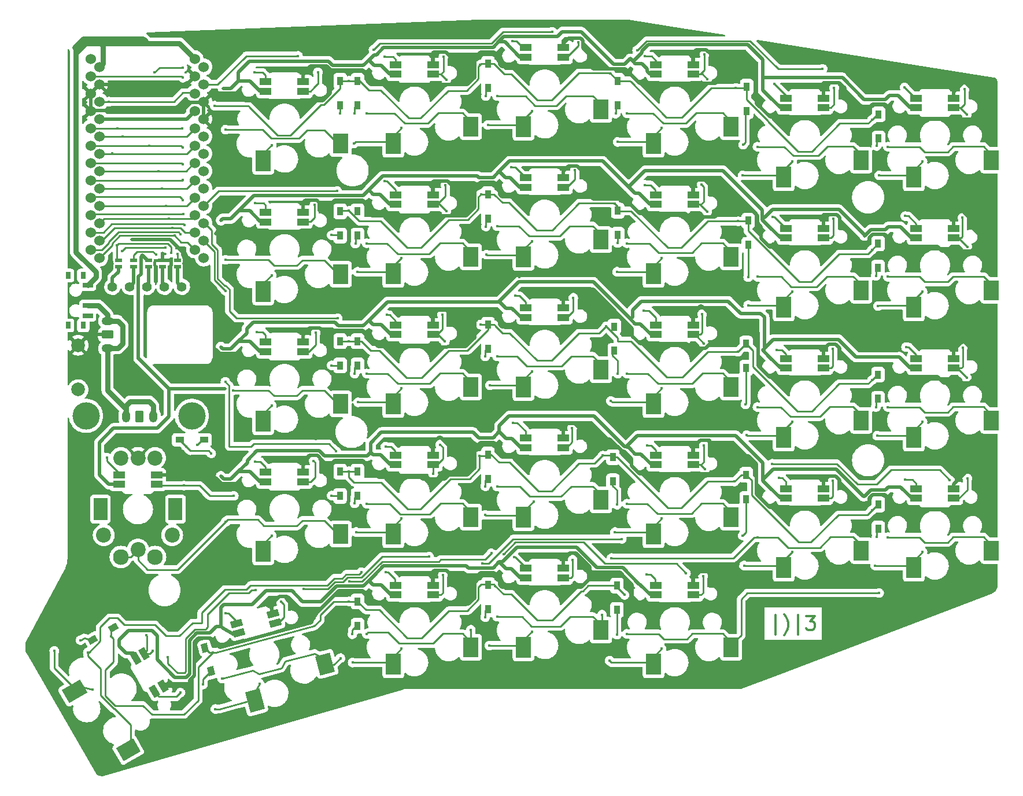
<source format=gtl>
G04 #@! TF.GenerationSoftware,KiCad,Pcbnew,(6.0.5)*
G04 #@! TF.CreationDate,2023-01-29T18:01:06-06:00*
G04 #@! TF.ProjectId,SofleKeyboard,536f666c-654b-4657-9962-6f6172642e6b,rev?*
G04 #@! TF.SameCoordinates,Original*
G04 #@! TF.FileFunction,Copper,L1,Top*
G04 #@! TF.FilePolarity,Positive*
%FSLAX46Y46*%
G04 Gerber Fmt 4.6, Leading zero omitted, Abs format (unit mm)*
G04 Created by KiCad (PCBNEW (6.0.5)) date 2023-01-29 18:01:06*
%MOMM*%
%LPD*%
G01*
G04 APERTURE LIST*
G04 Aperture macros list*
%AMRoundRect*
0 Rectangle with rounded corners*
0 $1 Rounding radius*
0 $2 $3 $4 $5 $6 $7 $8 $9 X,Y pos of 4 corners*
0 Add a 4 corners polygon primitive as box body*
4,1,4,$2,$3,$4,$5,$6,$7,$8,$9,$2,$3,0*
0 Add four circle primitives for the rounded corners*
1,1,$1+$1,$2,$3*
1,1,$1+$1,$4,$5*
1,1,$1+$1,$6,$7*
1,1,$1+$1,$8,$9*
0 Add four rect primitives between the rounded corners*
20,1,$1+$1,$2,$3,$4,$5,0*
20,1,$1+$1,$4,$5,$6,$7,0*
20,1,$1+$1,$6,$7,$8,$9,0*
20,1,$1+$1,$8,$9,$2,$3,0*%
%AMRotRect*
0 Rectangle, with rotation*
0 The origin of the aperture is its center*
0 $1 length*
0 $2 width*
0 $3 Rotation angle, in degrees counterclockwise*
0 Add horizontal line*
21,1,$1,$2,0,0,$3*%
G04 Aperture macros list end*
%ADD10C,0.300000*%
G04 #@! TA.AperFunction,NonConductor*
%ADD11C,0.300000*%
G04 #@! TD*
G04 #@! TA.AperFunction,ComponentPad*
%ADD12C,1.524000*%
G04 #@! TD*
G04 #@! TA.AperFunction,SMDPad,CuDef*
%ADD13R,1.000000X0.600000*%
G04 #@! TD*
G04 #@! TA.AperFunction,ComponentPad*
%ADD14C,2.000000*%
G04 #@! TD*
G04 #@! TA.AperFunction,SMDPad,CuDef*
%ADD15R,0.950000X1.300000*%
G04 #@! TD*
G04 #@! TA.AperFunction,SMDPad,CuDef*
%ADD16R,1.300000X0.950000*%
G04 #@! TD*
G04 #@! TA.AperFunction,SMDPad,CuDef*
%ADD17RotRect,1.300000X0.950000X210.000000*%
G04 #@! TD*
G04 #@! TA.AperFunction,SMDPad,CuDef*
%ADD18R,1.700000X1.000000*%
G04 #@! TD*
G04 #@! TA.AperFunction,SMDPad,CuDef*
%ADD19R,2.190000X3.080000*%
G04 #@! TD*
G04 #@! TA.AperFunction,SMDPad,CuDef*
%ADD20R,2.210000X2.880000*%
G04 #@! TD*
G04 #@! TA.AperFunction,SMDPad,CuDef*
%ADD21RotRect,1.700000X1.000000X120.000000*%
G04 #@! TD*
G04 #@! TA.AperFunction,SMDPad,CuDef*
%ADD22RotRect,2.190000X3.080000X120.000000*%
G04 #@! TD*
G04 #@! TA.AperFunction,SMDPad,CuDef*
%ADD23RotRect,2.210000X2.880000X120.000000*%
G04 #@! TD*
G04 #@! TA.AperFunction,ComponentPad*
%ADD24C,4.000000*%
G04 #@! TD*
G04 #@! TA.AperFunction,ComponentPad*
%ADD25C,1.397000*%
G04 #@! TD*
G04 #@! TA.AperFunction,ComponentPad*
%ADD26C,2.200000*%
G04 #@! TD*
G04 #@! TA.AperFunction,ComponentPad*
%ADD27R,2.000000X3.200000*%
G04 #@! TD*
G04 #@! TA.AperFunction,ComponentPad*
%ADD28C,2.300000*%
G04 #@! TD*
G04 #@! TA.AperFunction,SMDPad,CuDef*
%ADD29RotRect,1.700000X1.000000X195.000000*%
G04 #@! TD*
G04 #@! TA.AperFunction,SMDPad,CuDef*
%ADD30RotRect,2.190000X3.080000X195.000000*%
G04 #@! TD*
G04 #@! TA.AperFunction,SMDPad,CuDef*
%ADD31RotRect,2.210000X2.880000X195.000000*%
G04 #@! TD*
G04 #@! TA.AperFunction,SMDPad,CuDef*
%ADD32RotRect,1.300000X0.950000X285.000000*%
G04 #@! TD*
G04 #@! TA.AperFunction,ComponentPad*
%ADD33RoundRect,0.250000X0.625000X-0.350000X0.625000X0.350000X-0.625000X0.350000X-0.625000X-0.350000X0*%
G04 #@! TD*
G04 #@! TA.AperFunction,ComponentPad*
%ADD34O,1.750000X1.200000*%
G04 #@! TD*
G04 #@! TA.AperFunction,SMDPad,CuDef*
%ADD35R,0.800000X1.000000*%
G04 #@! TD*
G04 #@! TA.AperFunction,SMDPad,CuDef*
%ADD36R,1.500000X0.700000*%
G04 #@! TD*
G04 #@! TA.AperFunction,ComponentPad*
%ADD37RoundRect,0.250000X0.350000X0.625000X-0.350000X0.625000X-0.350000X-0.625000X0.350000X-0.625000X0*%
G04 #@! TD*
G04 #@! TA.AperFunction,ComponentPad*
%ADD38O,1.200000X1.750000*%
G04 #@! TD*
G04 #@! TA.AperFunction,ViaPad*
%ADD39C,0.400000*%
G04 #@! TD*
G04 #@! TA.AperFunction,Conductor*
%ADD40C,0.250000*%
G04 #@! TD*
G04 #@! TA.AperFunction,Conductor*
%ADD41C,0.500000*%
G04 #@! TD*
G04 #@! TA.AperFunction,Conductor*
%ADD42C,0.750000*%
G04 #@! TD*
G04 APERTURE END LIST*
D10*
D11*
X192467691Y-125474068D02*
X192467691Y-122616925D01*
X193705786Y-125569306D02*
X193801024Y-125474068D01*
X193991500Y-125188354D01*
X194086739Y-124997878D01*
X194181977Y-124712163D01*
X194277215Y-124235973D01*
X194277215Y-123855020D01*
X194181977Y-123378830D01*
X194086739Y-123093116D01*
X193991500Y-122902640D01*
X193801024Y-122616925D01*
X193705786Y-122521687D01*
X195705786Y-125474068D02*
X195705786Y-122616925D01*
X196943881Y-122807401D02*
X198181977Y-122807401D01*
X197515310Y-123569306D01*
X197801024Y-123569306D01*
X197991500Y-123664544D01*
X198086739Y-123759782D01*
X198181977Y-123950259D01*
X198181977Y-124426449D01*
X198086739Y-124616925D01*
X197991500Y-124712163D01*
X197801024Y-124807401D01*
X197229596Y-124807401D01*
X197039120Y-124712163D01*
X196943881Y-124616925D01*
D12*
X108718815Y-42425745D03*
X92180000Y-41230000D03*
X92180000Y-43770000D03*
X108718815Y-44965745D03*
X108718815Y-47505745D03*
X92180000Y-46310000D03*
X92180000Y-48850000D03*
X108718815Y-50045745D03*
X108718815Y-52585745D03*
X92180000Y-51390000D03*
X92180000Y-53930000D03*
X108718815Y-55125745D03*
X92180000Y-56470000D03*
X108718815Y-57665745D03*
X92180000Y-59010000D03*
X108718815Y-60205745D03*
X92180000Y-61550000D03*
X108718815Y-62745745D03*
X92180000Y-64090000D03*
X108718815Y-65285745D03*
X92180000Y-66630000D03*
X108718815Y-67825745D03*
X92180000Y-69170000D03*
X108718815Y-70365745D03*
X93478815Y-70365745D03*
X107420000Y-69170000D03*
X107420000Y-66630000D03*
X93478815Y-67825745D03*
X107420000Y-64090000D03*
X93478815Y-65285745D03*
X107420000Y-61550000D03*
X93478815Y-62745745D03*
X93478815Y-60205745D03*
X107420000Y-59010000D03*
X93478815Y-57665745D03*
X107420000Y-56470000D03*
X107420000Y-53930000D03*
X93478815Y-55125745D03*
X93478815Y-52585745D03*
X107420000Y-51390000D03*
X107420000Y-48850000D03*
X93478815Y-50045745D03*
X107420000Y-46310000D03*
X93478815Y-47505745D03*
X93478815Y-44965745D03*
X107420000Y-43770000D03*
X93478815Y-42425745D03*
X107420000Y-41230000D03*
D13*
X102739120Y-71652640D03*
X102739120Y-70752640D03*
X100639120Y-71652640D03*
X100639120Y-70752640D03*
X98439120Y-71652640D03*
X98439120Y-70752640D03*
D14*
X90339120Y-83152640D03*
X90339120Y-89652640D03*
D15*
X128705000Y-44452000D03*
X128705000Y-48002000D03*
X131245000Y-44455000D03*
X131245000Y-48005000D03*
X150345000Y-41955000D03*
X150345000Y-45505000D03*
X169345000Y-44455000D03*
X169345000Y-48005000D03*
X188239120Y-45327640D03*
X188239120Y-48877640D03*
X207545000Y-49355000D03*
X207545000Y-52905000D03*
X128705000Y-82555000D03*
X128705000Y-86105000D03*
X128705000Y-101655000D03*
X128705000Y-105205000D03*
D16*
X105225000Y-97000000D03*
X108775000Y-97000000D03*
D17*
X95544195Y-124463500D03*
X92469805Y-126238500D03*
D18*
X117800000Y-46001000D03*
X117800000Y-44601000D03*
X123300000Y-44601000D03*
X123300000Y-46001000D03*
D19*
X117455000Y-56160000D03*
D20*
X128805000Y-53650000D03*
D18*
X155900000Y-41001000D03*
X155900000Y-39601000D03*
X161400000Y-39601000D03*
X161400000Y-41001000D03*
D19*
X155555000Y-51160000D03*
D20*
X166905000Y-48650000D03*
D18*
X117800000Y-84101000D03*
X117800000Y-82701000D03*
X123300000Y-82701000D03*
X123300000Y-84101000D03*
D19*
X117455000Y-94260000D03*
D20*
X128805000Y-91750000D03*
D18*
X136850000Y-81601000D03*
X136850000Y-80201000D03*
X142350000Y-80201000D03*
X142350000Y-81601000D03*
D19*
X136505000Y-91760000D03*
D20*
X147855000Y-89250000D03*
D18*
X117800000Y-103151000D03*
X117800000Y-101751000D03*
X123300000Y-101751000D03*
X123300000Y-103151000D03*
D19*
X117455000Y-113310000D03*
D20*
X128805000Y-110800000D03*
D18*
X155900000Y-98151000D03*
X155900000Y-96751000D03*
X161400000Y-96751000D03*
X161400000Y-98151000D03*
D19*
X155555000Y-108310000D03*
D20*
X166905000Y-105800000D03*
D18*
X194000000Y-105551000D03*
X194000000Y-104151000D03*
X199500000Y-104151000D03*
X199500000Y-105551000D03*
D19*
X193655000Y-115710000D03*
D20*
X205005000Y-113200000D03*
D21*
X98798236Y-129018930D03*
X100010671Y-128318930D03*
X102760671Y-133082070D03*
X101548236Y-133782070D03*
D22*
X89827784Y-133799651D03*
D23*
X97676507Y-142374040D03*
D24*
X91500000Y-93500000D03*
D13*
X96229119Y-71654900D03*
X96229119Y-70754900D03*
D25*
X95369408Y-74600000D03*
X97909408Y-74600000D03*
X100449408Y-74600000D03*
X102989408Y-74600000D03*
X105529408Y-74600000D03*
D24*
X107000000Y-93500000D03*
D26*
X101602200Y-99650000D03*
X96602200Y-99650000D03*
X99102200Y-99650000D03*
D27*
X93604150Y-107150000D03*
X104600250Y-107150000D03*
D28*
X96602200Y-114150000D03*
X101602200Y-114150000D03*
D29*
X113908687Y-125249015D03*
X113546340Y-123896719D03*
X118858932Y-122473214D03*
X119221279Y-123825510D03*
D30*
X116204785Y-135151148D03*
D31*
X126518407Y-129789078D03*
D18*
X213050000Y-67451000D03*
X213050000Y-66051000D03*
X218550000Y-66051000D03*
X218550000Y-67451000D03*
D19*
X212705000Y-77610000D03*
D20*
X224055000Y-75100000D03*
D18*
X213050000Y-86501000D03*
X213050000Y-85101000D03*
X218550000Y-85101000D03*
X218550000Y-86501000D03*
D19*
X212705000Y-96660000D03*
D20*
X224055000Y-94150000D03*
D18*
X213050000Y-105551000D03*
X213050000Y-104151000D03*
X218550000Y-104151000D03*
X218550000Y-105551000D03*
D19*
X212705000Y-115710000D03*
D20*
X224055000Y-113200000D03*
D18*
X174950000Y-43501000D03*
X174950000Y-42101000D03*
X180450000Y-42101000D03*
X180450000Y-43501000D03*
D19*
X174605000Y-53660000D03*
D20*
X185955000Y-51150000D03*
D15*
X128705000Y-63555000D03*
X128705000Y-67105000D03*
X131245000Y-63555000D03*
X131245000Y-67105000D03*
X150345000Y-61045000D03*
X150345000Y-64595000D03*
X169345000Y-63455000D03*
X169345000Y-67005000D03*
X188439120Y-64927640D03*
X188439120Y-68477640D03*
X207445000Y-68255000D03*
X207445000Y-71805000D03*
D18*
X194000000Y-48401000D03*
X194000000Y-47001000D03*
X199500000Y-47001000D03*
X199500000Y-48401000D03*
D19*
X193655000Y-58560000D03*
D20*
X205005000Y-56050000D03*
D18*
X136850000Y-62551000D03*
X136850000Y-61151000D03*
X142350000Y-61151000D03*
X142350000Y-62551000D03*
D19*
X136505000Y-72710000D03*
D20*
X147855000Y-70200000D03*
D18*
X174950000Y-62551000D03*
X174950000Y-61151000D03*
X180450000Y-61151000D03*
X180450000Y-62551000D03*
D19*
X174605000Y-72710000D03*
D20*
X185955000Y-70200000D03*
D18*
X155900000Y-60051000D03*
X155900000Y-58651000D03*
X161400000Y-58651000D03*
X161400000Y-60051000D03*
D19*
X155555000Y-70210000D03*
D20*
X166905000Y-67700000D03*
D18*
X174950000Y-81601000D03*
X174950000Y-80201000D03*
X180450000Y-80201000D03*
X180450000Y-81601000D03*
D19*
X174605000Y-91760000D03*
D20*
X185955000Y-89250000D03*
D18*
X213050000Y-48401000D03*
X213050000Y-47001000D03*
X218550000Y-47001000D03*
X218550000Y-48401000D03*
D19*
X212705000Y-58560000D03*
D20*
X224055000Y-56050000D03*
D18*
X117800000Y-65101000D03*
X117800000Y-63701000D03*
X123300000Y-63701000D03*
X123300000Y-65101000D03*
D19*
X117455000Y-75260000D03*
D20*
X128805000Y-72750000D03*
D18*
X174950000Y-119701000D03*
X174950000Y-118301000D03*
X180450000Y-118301000D03*
X180450000Y-119701000D03*
D19*
X174605000Y-129860000D03*
D20*
X185955000Y-127350000D03*
D18*
X194000000Y-67451000D03*
X194000000Y-66051000D03*
X199500000Y-66051000D03*
X199500000Y-67451000D03*
D19*
X193655000Y-77610000D03*
D20*
X205005000Y-75100000D03*
D18*
X174950000Y-100651000D03*
X174950000Y-99251000D03*
X180450000Y-99251000D03*
X180450000Y-100651000D03*
D19*
X174605000Y-110810000D03*
D20*
X185955000Y-108300000D03*
D18*
X194000000Y-86501000D03*
X194000000Y-85101000D03*
X199500000Y-85101000D03*
X199500000Y-86501000D03*
D19*
X193655000Y-96660000D03*
D20*
X205005000Y-94150000D03*
D18*
X155900000Y-117201000D03*
X155900000Y-115801000D03*
X161400000Y-115801000D03*
X161400000Y-117201000D03*
D19*
X155555000Y-127360000D03*
D20*
X166905000Y-124850000D03*
D18*
X155900000Y-79101000D03*
X155900000Y-77701000D03*
X161400000Y-77701000D03*
X161400000Y-79101000D03*
D19*
X155555000Y-89260000D03*
D20*
X166905000Y-86750000D03*
D18*
X136850000Y-43501000D03*
X136850000Y-42101000D03*
X142350000Y-42101000D03*
X142350000Y-43501000D03*
D19*
X136505000Y-53660000D03*
D20*
X147855000Y-51150000D03*
D32*
X108914596Y-127446482D03*
X109833404Y-130875518D03*
D18*
X136850000Y-100651000D03*
X136850000Y-99251000D03*
X142350000Y-99251000D03*
X142350000Y-100651000D03*
D19*
X136505000Y-110810000D03*
D20*
X147855000Y-108300000D03*
D15*
X150345000Y-80145000D03*
X150345000Y-83695000D03*
X168839120Y-80427640D03*
X168839120Y-83977640D03*
X188139120Y-82927640D03*
X188139120Y-86477640D03*
X207445000Y-87455000D03*
X207445000Y-91005000D03*
X131245000Y-120655000D03*
X131245000Y-124205000D03*
X150345000Y-118245000D03*
X150345000Y-121795000D03*
X207495000Y-106455000D03*
X207495000Y-110005000D03*
X131245000Y-101655000D03*
X131245000Y-105205000D03*
X150345000Y-99145000D03*
X150345000Y-102695000D03*
X168639120Y-99527640D03*
X168639120Y-103077640D03*
X188139120Y-102127640D03*
X188139120Y-105677640D03*
X131245000Y-82555000D03*
X131245000Y-86105000D03*
X169239120Y-118327640D03*
X169239120Y-121877640D03*
D18*
X136850000Y-119701000D03*
X136850000Y-118301000D03*
X142350000Y-118301000D03*
X142350000Y-119701000D03*
D19*
X136505000Y-129860000D03*
D20*
X147855000Y-127350000D03*
D33*
X94639120Y-81602640D03*
D34*
X94639120Y-79602640D03*
X94639120Y-83602640D03*
D18*
X96352200Y-103530000D03*
X96352200Y-102130000D03*
X101852200Y-102130000D03*
X101852200Y-103530000D03*
D26*
X99102200Y-113050000D03*
X104102200Y-110950000D03*
X94102200Y-110950000D03*
D35*
X91094120Y-72952640D03*
X88884120Y-80252640D03*
X88884120Y-72952640D03*
X91094120Y-80252640D03*
D36*
X91744120Y-74352640D03*
X91744120Y-77352640D03*
X91744120Y-78852640D03*
D37*
X99339120Y-93602640D03*
D38*
X101339120Y-93602640D03*
X97339120Y-93602640D03*
D13*
X104929119Y-71652640D03*
X104929119Y-70752640D03*
D39*
X118674000Y-53861000D03*
X128705000Y-49210360D03*
X137674000Y-51361000D03*
X130739120Y-53602640D03*
X130839120Y-49202640D03*
X150339120Y-50902640D03*
X150039120Y-46702640D03*
X156774000Y-48861000D03*
X175774000Y-51361000D03*
X169039120Y-49252000D03*
X169339120Y-53402640D03*
X187706000Y-53802640D03*
X187639120Y-58302640D03*
X194874000Y-56261000D03*
X213974000Y-56261000D03*
X207239120Y-54002640D03*
X207639120Y-58302640D03*
X118674000Y-72897500D03*
X127462940Y-67046580D03*
X137674000Y-70397500D03*
X131239120Y-72402640D03*
X130939120Y-68288500D03*
X156774000Y-67897500D03*
X150139120Y-69902640D03*
X150039120Y-65788500D03*
X175774000Y-70397500D03*
X169239120Y-72402640D03*
X169339120Y-68202640D03*
X188439120Y-73202640D03*
X188439120Y-77302640D03*
X194874000Y-75297500D03*
X213974000Y-75297500D03*
X207439120Y-77402640D03*
X207139120Y-73002640D03*
X127462940Y-86110080D03*
X118674000Y-91961000D03*
X131339120Y-91502640D03*
X137674000Y-89461000D03*
X130839120Y-87302640D03*
X156774000Y-86961000D03*
X150639120Y-89002640D03*
X149939120Y-84802640D03*
X175774000Y-89461000D03*
X169339120Y-87302640D03*
X168339120Y-91302640D03*
X194874000Y-94361000D03*
X188039120Y-91802640D03*
X188239120Y-96302640D03*
X213974000Y-94361000D03*
X207139120Y-92202640D03*
X207339120Y-96402640D03*
X127462940Y-105160080D03*
X118674000Y-111011000D03*
X130839120Y-106302640D03*
X137674000Y-108511000D03*
X131039120Y-110502640D03*
X149939120Y-103802640D03*
X149939120Y-108002640D03*
X157023630Y-106011000D03*
X175774000Y-108511000D03*
X169239120Y-106500498D03*
X168939120Y-110502640D03*
X187839120Y-115402640D03*
X194874000Y-113411000D03*
X187639120Y-111002640D03*
X207039120Y-115402640D03*
X207239120Y-111202640D03*
X213974000Y-113411000D03*
X92434759Y-133580730D03*
X86839120Y-127902640D03*
X90677207Y-126318560D03*
X116910669Y-132704788D03*
X108639120Y-132802640D03*
X110439120Y-136402640D03*
X130506000Y-125452000D03*
X130539120Y-129602640D03*
X137674000Y-127561000D03*
X210566000Y-103929998D03*
X172498998Y-118110000D03*
X111560000Y-45595000D03*
X155839120Y-112702640D03*
X193939120Y-101302640D03*
X193939120Y-44002640D03*
X137339120Y-95902640D03*
X111252000Y-83407000D03*
X111252000Y-64873000D03*
X117664600Y-79777160D03*
X209539120Y-46602640D03*
X136739120Y-115402640D03*
X117739120Y-61202640D03*
X155839120Y-38002640D03*
X111252000Y-121489760D03*
X193939120Y-82302640D03*
X93439120Y-100702640D03*
X111252000Y-102330000D03*
X172939120Y-40202640D03*
X155900000Y-56202640D03*
X101939120Y-126602640D03*
X136839120Y-39560990D03*
X111827640Y-89501440D03*
X210566000Y-65816498D03*
X174839120Y-96402640D03*
X99739120Y-70002640D03*
X136739120Y-58402640D03*
X210566000Y-84879998D03*
X155839120Y-93502640D03*
X155839120Y-73902640D03*
X136639120Y-76802640D03*
X117739120Y-41602640D03*
X113339120Y-121102640D03*
X193939120Y-63302640D03*
X117639120Y-98602640D03*
X174839120Y-57602640D03*
X100400000Y-50045745D03*
X174839120Y-76702640D03*
X208892000Y-111254000D03*
X208892000Y-54104000D03*
X170692000Y-125404000D03*
X207616120Y-119422640D03*
X208892000Y-92204000D03*
X208892000Y-73140500D03*
X102117351Y-57700640D03*
X189792000Y-111254000D03*
X151692000Y-122904000D03*
X167039120Y-122602640D03*
X189792000Y-73140500D03*
X189792000Y-92204000D03*
X168439120Y-114302640D03*
X189792000Y-54104000D03*
X102642351Y-60240640D03*
X170692000Y-106354000D03*
X132592000Y-125404000D03*
X147839120Y-124802640D03*
X149513620Y-115104640D03*
X170692000Y-49204000D03*
X103167351Y-62780640D03*
X169939120Y-111502640D03*
X170692000Y-68240500D03*
X170692000Y-87304000D03*
X151692000Y-103854000D03*
X111443561Y-131936606D03*
X151692000Y-84804000D03*
X151692000Y-65740500D03*
X128749120Y-128947640D03*
X150839120Y-113602640D03*
X130019120Y-117749989D03*
X151692000Y-46704000D03*
X103639120Y-64602640D03*
X132592000Y-106354000D03*
X132592000Y-87304000D03*
X104139120Y-66002640D03*
X131797120Y-116374640D03*
X91761776Y-128101089D03*
X132592000Y-49204000D03*
X132592000Y-68240500D03*
X122539120Y-40802640D03*
X105700000Y-44000000D03*
X125439120Y-43202640D03*
X94836015Y-47505745D03*
X156774000Y-125061000D03*
X150539120Y-127102640D03*
X149939120Y-122952000D03*
X93639120Y-39002640D03*
X100539120Y-39002640D03*
X96739120Y-39002640D03*
X211339120Y-45421172D03*
X175774000Y-127561000D03*
X168139120Y-129302640D03*
X169239120Y-125502640D03*
X95339120Y-55102640D03*
X96839120Y-52602640D03*
X124939120Y-62585509D03*
X116148386Y-43252140D03*
X163539120Y-38852140D03*
X135248386Y-40952140D03*
X159739120Y-37270140D03*
X133575120Y-39920640D03*
X163079854Y-57551660D03*
X153939120Y-38652140D03*
X211548386Y-83411906D03*
X219807379Y-64502640D03*
X220539120Y-68753140D03*
X116239120Y-62352140D03*
X125139120Y-81302640D03*
X173339120Y-59702640D03*
X182039120Y-40602640D03*
X182439120Y-44202640D03*
X181639120Y-59652140D03*
X182439120Y-63602640D03*
X173139120Y-78102640D03*
X200939120Y-64651660D03*
X192239120Y-44902640D03*
X124839120Y-100102640D03*
X116471155Y-81202640D03*
X144239120Y-63502640D03*
X135539120Y-78702640D03*
X144139120Y-59751660D03*
X154339120Y-75902640D03*
X162679854Y-95252140D03*
X192648386Y-83811906D03*
X200839120Y-103002640D03*
X116239120Y-100202640D03*
X113139120Y-105202640D03*
X105839120Y-103702640D03*
X120039120Y-120702640D03*
X100339120Y-125602640D03*
X101239120Y-127902640D03*
X103491120Y-128820640D03*
X116339120Y-119002640D03*
X154139120Y-114202640D03*
X181839120Y-116952140D03*
X179339120Y-116502640D03*
X152639120Y-113702640D03*
X135339120Y-98002640D03*
X144039120Y-82602640D03*
X143639120Y-78702640D03*
X162839120Y-76202640D03*
X153739120Y-57102640D03*
X200839120Y-83651660D03*
X192039120Y-64402640D03*
X220139120Y-45702640D03*
X211439120Y-64252140D03*
X220439120Y-49388500D03*
X162739120Y-114552140D03*
X154039120Y-94502640D03*
X192939120Y-102602640D03*
X220539120Y-102652140D03*
X217966620Y-102912640D03*
X191939120Y-100502640D03*
X144239120Y-44302640D03*
X143829854Y-40910010D03*
X135239120Y-59102640D03*
X135339120Y-116402640D03*
X143339120Y-97702640D03*
X142339120Y-102002640D03*
X111939120Y-122402640D03*
X143739120Y-116780434D03*
X123339120Y-118827140D03*
X141739120Y-114102640D03*
X172183120Y-39992000D03*
X173347945Y-40852140D03*
X201039120Y-45502640D03*
X199339120Y-42702640D03*
X182782000Y-99314000D03*
X182782000Y-118364000D03*
X121939120Y-120902640D03*
X106639120Y-134102640D03*
X115223620Y-57637140D03*
X186039120Y-66802640D03*
X98239120Y-67702640D03*
X146839120Y-94102640D03*
X193039120Y-39502640D03*
X114271120Y-75607640D03*
X166939120Y-102002640D03*
X211639120Y-88902640D03*
X173839120Y-45902640D03*
X125116920Y-96867440D03*
X199439120Y-106902640D03*
X109755000Y-125986000D03*
X147639120Y-104402640D03*
X113839120Y-40402640D03*
X99739120Y-134902640D03*
X175330750Y-102011010D03*
X161339120Y-99502640D03*
X211203760Y-50038000D03*
X155139120Y-92102640D03*
X110497745Y-102591745D03*
X147339120Y-66602640D03*
X110497745Y-83795745D03*
X110497745Y-66794255D03*
X185839120Y-85802640D03*
X182839120Y-94902640D03*
X153280750Y-80461010D03*
X142339120Y-121061010D03*
X133739120Y-73402640D03*
X115439120Y-97102640D03*
X123339120Y-104602640D03*
X220823998Y-85090000D03*
X161439120Y-42302640D03*
X102739120Y-69702640D03*
X120739120Y-127702640D03*
X145639120Y-41902640D03*
X115287120Y-113771140D03*
X102039120Y-67702640D03*
X210339120Y-59502640D03*
X98939120Y-87902640D03*
X192639120Y-61602640D03*
X149767620Y-36745640D03*
X221239120Y-65902640D03*
X153644250Y-61397510D03*
X210439120Y-78702640D03*
X123239120Y-47337440D03*
X143339120Y-102702640D03*
X107439120Y-86902640D03*
X107039120Y-72502640D03*
X134691281Y-102450479D03*
X145739120Y-61002640D03*
X193039120Y-99502640D03*
X134739120Y-64202640D03*
X114439120Y-128802640D03*
X98239120Y-45002640D03*
X186039120Y-105002640D03*
X192480750Y-49761010D03*
X192544250Y-68797510D03*
X161339120Y-61402640D03*
X166839120Y-64102640D03*
X161339120Y-118561010D03*
X154939120Y-73202640D03*
X110497745Y-76605745D03*
X210039120Y-97502640D03*
X144526000Y-80187998D03*
X165039120Y-92302640D03*
X221339120Y-46602640D03*
X153580750Y-42361010D03*
X129539120Y-76602640D03*
X182782000Y-80102640D03*
X182782000Y-61200500D03*
X174139120Y-83802640D03*
X98239120Y-48802640D03*
X154330750Y-99511010D03*
X199539120Y-68802640D03*
X170639120Y-37002640D03*
X171939120Y-92402640D03*
X135739120Y-84002640D03*
X123339120Y-66502640D03*
X135039120Y-93902640D03*
X183839120Y-41302640D03*
X184439120Y-113102640D03*
X199439120Y-49761010D03*
X102339120Y-106602640D03*
X192680750Y-87861010D03*
X123243760Y-85598000D03*
X95839120Y-106602640D03*
X104936620Y-124248640D03*
X199539120Y-87861010D03*
X147139120Y-74902640D03*
X135439120Y-56402640D03*
X172239120Y-73902640D03*
X161339120Y-80461010D03*
X147339120Y-47402640D03*
X166839120Y-83002640D03*
X193339120Y-81002640D03*
X135439120Y-45002640D03*
X129739120Y-40702640D03*
X155007234Y-54078819D03*
X218453760Y-107188000D03*
X133739120Y-112202640D03*
X211439120Y-69802640D03*
X181700012Y-78602640D03*
X181939120Y-82902640D03*
X173647499Y-97802640D03*
X220439120Y-87902640D03*
X219848386Y-83511906D03*
X211448386Y-102852140D03*
X173577119Y-116702640D03*
X182089120Y-101325140D03*
X181939120Y-97802640D03*
X110339120Y-48102640D03*
X105700000Y-59000000D03*
X186639120Y-45502640D03*
X130002940Y-44454080D03*
X149217240Y-42100760D03*
X168239120Y-43381490D03*
X206556000Y-50167000D03*
X206556000Y-69203500D03*
X130002940Y-63490580D03*
X105700000Y-61900000D03*
X168881120Y-62418490D03*
X128241120Y-60586489D03*
X149309500Y-61045000D03*
X186944000Y-65010500D03*
X167639120Y-80402640D03*
X128339120Y-79202640D03*
X186939120Y-84102640D03*
X149266320Y-80145000D03*
X206556000Y-88267000D03*
X105732756Y-63957326D03*
X130002940Y-82554080D03*
X206556000Y-107317000D03*
X111902000Y-75175840D03*
X186439120Y-103102640D03*
X149138500Y-99329500D03*
X111902000Y-88498138D03*
X128139520Y-98699989D03*
X130002940Y-101604080D03*
X167139120Y-99302640D03*
X105939120Y-65602640D03*
X170339120Y-119702640D03*
X151412407Y-118391593D03*
X130002940Y-120654080D03*
X105327833Y-66902640D03*
X106143120Y-97959640D03*
X110034374Y-128119626D03*
X109826120Y-98975640D03*
X95141015Y-125740985D03*
X100739120Y-53930000D03*
X105700018Y-54200000D03*
X101739120Y-69902640D03*
X96100000Y-51390000D03*
X105600000Y-51400000D03*
X96039120Y-68502640D03*
X103939120Y-69602640D03*
X105699992Y-56700000D03*
X105339120Y-134002640D03*
X94539120Y-99602640D03*
X107775000Y-97775000D03*
X111921620Y-70654640D03*
X113001120Y-89768140D03*
X111921620Y-109008640D03*
X111921620Y-51604640D03*
X104439120Y-67127140D03*
X103139120Y-68902640D03*
X101539120Y-43202640D03*
X104939120Y-69802640D03*
X96739120Y-69402640D03*
X105639120Y-42502640D03*
D40*
X117700000Y-55900000D02*
X117700000Y-54835000D01*
X117700000Y-54835000D02*
X118674000Y-53861000D01*
X128705000Y-48002000D02*
X128705000Y-49210360D01*
X130739120Y-53602640D02*
X130941760Y-53400000D01*
X130839120Y-49202640D02*
X130839120Y-48280880D01*
X136800000Y-52235000D02*
X137674000Y-51361000D01*
X130941760Y-53400000D02*
X136800000Y-53400000D01*
X130839120Y-48280880D02*
X131245000Y-47875000D01*
X136800000Y-53400000D02*
X136800000Y-52235000D01*
X150039120Y-46702640D02*
X150039120Y-45680880D01*
X150339120Y-50902640D02*
X150341760Y-50900000D01*
X150341760Y-50900000D02*
X155850000Y-50900000D01*
X150039120Y-45680880D02*
X150345000Y-45375000D01*
X155850000Y-50900000D02*
X155850000Y-49785000D01*
X155850000Y-49785000D02*
X156774000Y-48861000D01*
X174900000Y-53400000D02*
X174900000Y-52235000D01*
X169339120Y-53402640D02*
X169341760Y-53400000D01*
X169039120Y-49252000D02*
X169039120Y-48180880D01*
X169039120Y-48180880D02*
X169345000Y-47875000D01*
X174900000Y-52235000D02*
X175774000Y-51361000D01*
X169341760Y-53400000D02*
X174900000Y-53400000D01*
X187639120Y-58302640D02*
X187641760Y-58300000D01*
X193950000Y-57185000D02*
X194874000Y-56261000D01*
X188039120Y-49077640D02*
X188239120Y-48877640D01*
X187641760Y-58300000D02*
X193950000Y-58300000D01*
X188039120Y-53469520D02*
X188039120Y-49077640D01*
X187706000Y-53802640D02*
X188039120Y-53469520D01*
X193950000Y-58300000D02*
X193950000Y-57185000D01*
X213000000Y-57235000D02*
X213974000Y-56261000D01*
X207239120Y-54002640D02*
X207239120Y-53210880D01*
X213000000Y-58300000D02*
X213000000Y-57235000D01*
X207639120Y-58302640D02*
X207641760Y-58300000D01*
X207641760Y-58300000D02*
X213000000Y-58300000D01*
X207239120Y-53210880D02*
X207545000Y-52905000D01*
X117700000Y-74936500D02*
X117700000Y-73871500D01*
X117700000Y-73871500D02*
X118674000Y-72897500D01*
X127471020Y-67038500D02*
X127462940Y-67046580D01*
X128705000Y-67038500D02*
X127471020Y-67038500D01*
X136786500Y-72436500D02*
X136800000Y-72450000D01*
X131239120Y-72402640D02*
X131272980Y-72436500D01*
X131272980Y-72436500D02*
X136786500Y-72436500D01*
X136800000Y-72450000D02*
X136800000Y-71271500D01*
X130939120Y-67217380D02*
X131245000Y-66911500D01*
X136800000Y-71271500D02*
X137674000Y-70397500D01*
X130939120Y-68288500D02*
X130939120Y-67217380D01*
X150039120Y-65788500D02*
X150039120Y-64717380D01*
X155850000Y-69950000D02*
X155850000Y-68821500D01*
X150139120Y-69902640D02*
X150172980Y-69936500D01*
X155850000Y-68821500D02*
X156774000Y-67897500D01*
X155836500Y-69936500D02*
X155850000Y-69950000D01*
X150039120Y-64717380D02*
X150345000Y-64411500D01*
X150172980Y-69936500D02*
X155836500Y-69936500D01*
X174800000Y-72436500D02*
X174800000Y-71371500D01*
X174800000Y-71371500D02*
X175774000Y-70397500D01*
X169339120Y-68202640D02*
X169339120Y-66917380D01*
X169272980Y-72436500D02*
X174800000Y-72436500D01*
X169239120Y-72402640D02*
X169272980Y-72436500D01*
X188445000Y-71811500D02*
X188439120Y-71805620D01*
X193900000Y-77336500D02*
X193900000Y-76271500D01*
X188439120Y-77302640D02*
X188472980Y-77336500D01*
X188439120Y-71805620D02*
X188439120Y-68477640D01*
X188472980Y-77336500D02*
X193900000Y-77336500D01*
X193900000Y-76271500D02*
X194874000Y-75297500D01*
X188439120Y-71817380D02*
X188445000Y-71811500D01*
X188439120Y-73202640D02*
X188439120Y-71817380D01*
X207439120Y-77402640D02*
X207505260Y-77336500D01*
X207139120Y-72110880D02*
X207445000Y-71805000D01*
X207139120Y-73002640D02*
X207139120Y-72110880D01*
X213000000Y-77336500D02*
X213000000Y-76271500D01*
X207505260Y-77336500D02*
X213000000Y-77336500D01*
X213000000Y-76271500D02*
X213974000Y-75297500D01*
X127471020Y-86102000D02*
X127462940Y-86110080D01*
X117700000Y-94000000D02*
X117700000Y-92935000D01*
X128705000Y-86102000D02*
X127471020Y-86102000D01*
X117700000Y-92935000D02*
X118674000Y-91961000D01*
X131339120Y-91502640D02*
X131341760Y-91500000D01*
X136700000Y-91500000D02*
X136700000Y-90435000D01*
X136700000Y-90435000D02*
X137674000Y-89461000D01*
X130839120Y-86380880D02*
X131245000Y-85975000D01*
X130839120Y-87302640D02*
X130839120Y-86380880D01*
X131341760Y-91500000D02*
X136700000Y-91500000D01*
X149939120Y-83880880D02*
X150345000Y-83475000D01*
X149939120Y-84802640D02*
X149939120Y-83880880D01*
X150641760Y-89000000D02*
X155800000Y-89000000D01*
X155800000Y-87935000D02*
X156774000Y-86961000D01*
X150639120Y-89002640D02*
X150641760Y-89000000D01*
X155800000Y-89000000D02*
X155800000Y-87935000D01*
X168339120Y-91302640D02*
X168536480Y-91500000D01*
X169339120Y-85418609D02*
X168606000Y-84685489D01*
X174800000Y-90435000D02*
X175774000Y-89461000D01*
X168536480Y-91500000D02*
X174800000Y-91500000D01*
X168606000Y-84685489D02*
X168606000Y-84210760D01*
X168606000Y-84210760D02*
X168839120Y-83977640D01*
X174800000Y-91500000D02*
X174800000Y-90435000D01*
X169339120Y-87302640D02*
X169339120Y-85418609D01*
X188336480Y-96400000D02*
X193900000Y-96400000D01*
X193900000Y-95335000D02*
X194874000Y-94361000D01*
X188039120Y-91802640D02*
X188139120Y-91702640D01*
X188239120Y-96302640D02*
X188336480Y-96400000D01*
X193900000Y-96400000D02*
X193900000Y-95335000D01*
X188139120Y-91702640D02*
X188139120Y-86477640D01*
X207339120Y-96402640D02*
X207341760Y-96400000D01*
X207139120Y-91310880D02*
X207445000Y-91005000D01*
X213000000Y-95335000D02*
X213974000Y-94361000D01*
X207341760Y-96400000D02*
X213000000Y-96400000D01*
X213000000Y-96400000D02*
X213000000Y-95335000D01*
X207139120Y-92202640D02*
X207139120Y-91310880D01*
X117700000Y-111985000D02*
X118674000Y-111011000D01*
X127471020Y-105152000D02*
X127462940Y-105160080D01*
X128705000Y-105152000D02*
X127471020Y-105152000D01*
X117700000Y-113050000D02*
X117700000Y-111985000D01*
X130839120Y-106302640D02*
X130839120Y-105430880D01*
X131086480Y-110550000D02*
X136700000Y-110550000D01*
X136700000Y-110550000D02*
X136700000Y-109485000D01*
X131039120Y-110502640D02*
X131086480Y-110550000D01*
X136700000Y-109485000D02*
X137674000Y-108511000D01*
X130839120Y-105430880D02*
X131245000Y-105025000D01*
X149986480Y-108050000D02*
X155800000Y-108050000D01*
X155800000Y-108050000D02*
X155800000Y-107234630D01*
X155800000Y-107234630D02*
X157023630Y-106011000D01*
X149939120Y-102930880D02*
X150345000Y-102525000D01*
X149939120Y-103802640D02*
X149939120Y-102930880D01*
X149939120Y-108002640D02*
X149986480Y-108050000D01*
X155800000Y-108050000D02*
X155800000Y-107437000D01*
X168939120Y-110502640D02*
X168986480Y-110550000D01*
X169239120Y-106500498D02*
X169239120Y-104368609D01*
X174800000Y-109485000D02*
X175774000Y-108511000D01*
X168606000Y-103110760D02*
X168639120Y-103077640D01*
X169239120Y-104368609D02*
X168606000Y-103735489D01*
X168606000Y-103735489D02*
X168606000Y-103110760D01*
X168986480Y-110550000D02*
X174800000Y-110550000D01*
X174800000Y-110550000D02*
X174800000Y-109485000D01*
X187848838Y-115402640D02*
X187896198Y-115450000D01*
X187896198Y-115450000D02*
X193900000Y-115450000D01*
X193900000Y-114385000D02*
X194874000Y-113411000D01*
X193900000Y-115450000D02*
X193900000Y-114385000D01*
X188139120Y-110502640D02*
X188139120Y-105677640D01*
X187639120Y-111002640D02*
X188139120Y-110502640D01*
X187839120Y-115402640D02*
X187848838Y-115402640D01*
X207086480Y-115450000D02*
X213000000Y-115450000D01*
X207039120Y-115402640D02*
X207086480Y-115450000D01*
X207239120Y-111202640D02*
X207239120Y-110260880D01*
X213000000Y-114385000D02*
X213974000Y-113411000D01*
X213000000Y-115450000D02*
X213000000Y-114385000D01*
X207239120Y-110260880D02*
X207495000Y-110005000D01*
X91229731Y-125999560D02*
X92239224Y-126270053D01*
X90677207Y-126318560D02*
X91229731Y-125999560D01*
X91104251Y-133224222D02*
X92434759Y-133580730D01*
X90181934Y-133756722D02*
X91104251Y-133224222D01*
X86839120Y-130413908D02*
X90181934Y-133756722D01*
X86839120Y-127902640D02*
X86839120Y-130413908D01*
X110439120Y-136402640D02*
X110441514Y-136405034D01*
X108639120Y-132069802D02*
X109833404Y-130875518D01*
X110979255Y-136405034D02*
X116497590Y-134926402D01*
X108639120Y-132802640D02*
X108639120Y-132069802D01*
X116497590Y-134926402D02*
X116221948Y-133897691D01*
X116221948Y-133897691D02*
X116910669Y-132704788D01*
X110441514Y-136405034D02*
X110979255Y-136405034D01*
X136700000Y-129600000D02*
X136700000Y-128535000D01*
X130539120Y-129602640D02*
X130541760Y-129600000D01*
X130506000Y-124814000D02*
X131245000Y-124075000D01*
X130541760Y-129600000D02*
X136700000Y-129600000D01*
X136700000Y-128535000D02*
X137674000Y-127561000D01*
X130506000Y-125452000D02*
X130506000Y-124814000D01*
D41*
X134520000Y-80139000D02*
X133531000Y-80139000D01*
X133531000Y-80139000D02*
X132896000Y-79504000D01*
X117019000Y-103151000D02*
X115470000Y-101602000D01*
X117800000Y-103151000D02*
X117019000Y-103151000D01*
X193950000Y-105551000D02*
X193189998Y-105551000D01*
X193189998Y-105551000D02*
X191548499Y-103909501D01*
X152960000Y-96774000D02*
X152009500Y-95823500D01*
X153610002Y-96774000D02*
X152960000Y-96774000D01*
X171883000Y-99060000D02*
X171186500Y-98363500D01*
X172498998Y-99060000D02*
X171883000Y-99060000D01*
X117800000Y-103151000D02*
X117039998Y-103151000D01*
X113846000Y-101602000D02*
X113832500Y-101615500D01*
X115470000Y-101602000D02*
X113846000Y-101602000D01*
X112703000Y-102745000D02*
X113832500Y-101615500D01*
X152960000Y-115824000D02*
X152009500Y-114873500D01*
X153610002Y-115824000D02*
X152960000Y-115824000D01*
X134520000Y-118239000D02*
X133531000Y-118239000D01*
X133531000Y-118239000D02*
X132896000Y-117604000D01*
X113784497Y-125200277D02*
X113042666Y-125399050D01*
X113042666Y-125399050D02*
X111563174Y-124544865D01*
X111563174Y-124544865D02*
X111252089Y-124365260D01*
X98847875Y-128878251D02*
X98463875Y-128213144D01*
X190539120Y-64786622D02*
X190539120Y-63402640D01*
X205439120Y-47202640D02*
X202239120Y-44002640D01*
X115470000Y-63488500D02*
X115053260Y-63488500D01*
X148989047Y-58597490D02*
X151122010Y-58597490D01*
X117639120Y-98602640D02*
X116539120Y-98602640D01*
X106641990Y-126331047D02*
X106641990Y-131233582D01*
X113832500Y-63502000D02*
X114290500Y-63044000D01*
X170339120Y-98002640D02*
X170539120Y-98002640D01*
X213050000Y-67437500D02*
X212373980Y-67437500D01*
X95539120Y-95302640D02*
X101905168Y-95302640D01*
X133694640Y-42202640D02*
X132896000Y-41404000D01*
X190619240Y-41382760D02*
X188413640Y-39177160D01*
X170368020Y-98002640D02*
X170825640Y-98002640D01*
X170368020Y-42031980D02*
X168768460Y-42031980D01*
X201339120Y-101302640D02*
X205285527Y-105249047D01*
X112703000Y-102745000D02*
X111667000Y-102745000D01*
X202239120Y-44002640D02*
X190619240Y-44002640D01*
X155237480Y-79101000D02*
X153860480Y-77724000D01*
X155850000Y-98151000D02*
X155187480Y-98151000D01*
X113846000Y-82552000D02*
X113832500Y-82565500D01*
X133658000Y-40642000D02*
X133999760Y-40642000D01*
X107687047Y-125285990D02*
X106641990Y-126331047D01*
X171186500Y-41213500D02*
X170368020Y-42031980D01*
X185539120Y-76702640D02*
X187339120Y-78502640D01*
X171883000Y-80010000D02*
X171186500Y-79313500D01*
X132100011Y-61236489D02*
X116098011Y-61236489D01*
X114544500Y-62790000D02*
X115116000Y-62218500D01*
X114290500Y-63044000D02*
X114544500Y-62790000D01*
X148989046Y-115760991D02*
X151122009Y-115760991D01*
X109657010Y-125285990D02*
X107687047Y-125285990D01*
X113846000Y-63488500D02*
X113832500Y-63502000D01*
X148989047Y-96710990D02*
X151122010Y-96710990D01*
X132100011Y-118399989D02*
X128193749Y-118399989D01*
X209539120Y-46602640D02*
X210402618Y-46602640D01*
X134520000Y-99189000D02*
X133531000Y-99189000D01*
X210752978Y-65816498D02*
X210566000Y-65816498D01*
X193189998Y-86501000D02*
X191548499Y-84859501D01*
X172239120Y-96402640D02*
X186639120Y-96402640D01*
X212373980Y-67437500D02*
X210752978Y-65816498D01*
X151122010Y-39560990D02*
X152009500Y-38673500D01*
X190619240Y-100382760D02*
X190619240Y-102806760D01*
X133160630Y-98818630D02*
X133160630Y-97481130D01*
X106224255Y-50045745D02*
X100400000Y-50045745D01*
X153760480Y-115824000D02*
X153610002Y-115824000D01*
X93439120Y-100702640D02*
X93439120Y-102102640D01*
X132100011Y-42199989D02*
X132896000Y-41404000D01*
X205474990Y-67135547D02*
X206393047Y-66217490D01*
X111639120Y-121102640D02*
X111252089Y-121489671D01*
X101139120Y-124902640D02*
X97739120Y-124902640D01*
X152088880Y-38752880D02*
X152009500Y-38673500D01*
X155850000Y-79101000D02*
X155237480Y-79101000D01*
X93439120Y-97402640D02*
X95539120Y-95302640D01*
X208927002Y-103929998D02*
X210566000Y-103929998D01*
X111560000Y-45595000D02*
X112703000Y-45595000D01*
X171139120Y-59802640D02*
X173339120Y-57602640D01*
X152939120Y-58602640D02*
X153596177Y-58602640D01*
X107420000Y-48850000D02*
X106224255Y-50045745D01*
X208927002Y-65816498D02*
X210566000Y-65816498D01*
X113832500Y-43209260D02*
X113832500Y-44465500D01*
X174237480Y-81601000D02*
X172646480Y-80010000D01*
X190808000Y-83568000D02*
X190808000Y-83648518D01*
X188413640Y-39177160D02*
X173810454Y-39177160D01*
X136750000Y-62537500D02*
X135982000Y-62537500D01*
X133160630Y-98818630D02*
X132629271Y-99349989D01*
X152009500Y-114873500D02*
X152468260Y-114873500D01*
X135982000Y-62537500D02*
X134774000Y-61329500D01*
X99739120Y-70002640D02*
X99539120Y-70202640D01*
X151122010Y-96710990D02*
X152009500Y-95823500D01*
X111540000Y-83695000D02*
X111252000Y-83407000D01*
X152960000Y-77724000D02*
X152009500Y-76773500D01*
X111493500Y-64631500D02*
X111252000Y-64873000D01*
X153810480Y-96774000D02*
X153610002Y-96774000D01*
X211579521Y-85893519D02*
X211579521Y-85885984D01*
X117800000Y-65037500D02*
X117019000Y-65037500D01*
X98463875Y-128213144D02*
X97349624Y-128213144D01*
X134520000Y-61075500D02*
X133966260Y-61075500D01*
X154639120Y-112702640D02*
X163339120Y-112702640D01*
X171504000Y-79015002D02*
X171504000Y-78996000D01*
X191548499Y-65796001D02*
X190539120Y-64786622D01*
X213050000Y-86501000D02*
X212187002Y-86501000D01*
X205474990Y-105249047D02*
X206393047Y-104330990D01*
X172498998Y-41910000D02*
X171883000Y-41910000D01*
X113889760Y-44452000D02*
X113846000Y-44452000D01*
X155044537Y-60051000D02*
X155900000Y-60051000D01*
X167139140Y-56202640D02*
X171186500Y-60250000D01*
X171883000Y-41910000D02*
X171607380Y-41634380D01*
X174850000Y-100651000D02*
X174287480Y-100651000D01*
X132100011Y-80299989D02*
X132095773Y-80295751D01*
X155900000Y-41001000D02*
X155050978Y-41001000D01*
X174089998Y-62537500D02*
X172498998Y-60946500D01*
X174100978Y-43501000D02*
X173650489Y-43050511D01*
X132896000Y-41404000D02*
X133658000Y-40642000D01*
X205474990Y-67038510D02*
X205474990Y-67135547D01*
X173650489Y-42714009D02*
X172846480Y-41910000D01*
X103637920Y-89501440D02*
X111827640Y-89501440D01*
X171504000Y-78037760D02*
X172839120Y-76702640D01*
X94866480Y-103530000D02*
X96352200Y-103530000D01*
X174850000Y-62537500D02*
X174089998Y-62537500D01*
X206393047Y-104330990D02*
X208526010Y-104330990D01*
X190539120Y-63402640D02*
X190539120Y-64667398D01*
X210402618Y-46602640D02*
X212200978Y-48401000D01*
X99539120Y-72743520D02*
X99180000Y-73102640D01*
X152680360Y-38002640D02*
X152009500Y-38673500D01*
X174850000Y-81601000D02*
X174237480Y-81601000D01*
X115116000Y-100332000D02*
X113832500Y-101615500D01*
X121639120Y-119102640D02*
X117839120Y-119102640D01*
X111252089Y-121489671D02*
X111252089Y-124365260D01*
X152468260Y-114873500D02*
X154639120Y-112702640D01*
X136850000Y-81601000D02*
X136137480Y-81601000D01*
X117739120Y-41602640D02*
X127027697Y-41602640D01*
X172572739Y-118110000D02*
X172498998Y-118110000D01*
X115116000Y-100025760D02*
X115116000Y-100332000D01*
X115839120Y-121102640D02*
X113339120Y-121102640D01*
X132896000Y-79504000D02*
X132100011Y-80299989D01*
X134933860Y-58402640D02*
X148794197Y-58402640D01*
X115039120Y-80702640D02*
X115039120Y-81358880D01*
X193189998Y-67437500D02*
X191548499Y-65796001D01*
X100400000Y-50045745D02*
X93478815Y-50045745D01*
X151122010Y-58597490D02*
X152009500Y-57710000D01*
X190619240Y-102806760D02*
X192123360Y-101302640D01*
X153610002Y-77724000D02*
X152960000Y-77724000D01*
X117664600Y-79777160D02*
X115964600Y-79777160D01*
X148180697Y-95902640D02*
X148989047Y-96710990D01*
X134739120Y-95902640D02*
X148180697Y-95902640D01*
X127027697Y-41602640D02*
X127625046Y-42199989D01*
X106641990Y-131233582D02*
X106133932Y-131741640D01*
X133999760Y-40642000D02*
X135080770Y-39560990D01*
X117019000Y-84101000D02*
X115470000Y-82552000D01*
X132896000Y-79504000D02*
X135597360Y-76802640D01*
X151980360Y-76802640D02*
X152009500Y-76773500D01*
X106133932Y-131741640D02*
X104492120Y-131741640D01*
X133658000Y-116841308D02*
X135067894Y-115431414D01*
X164039120Y-37302640D02*
X161239120Y-37302640D01*
X192123360Y-101302640D02*
X201339120Y-101302640D01*
X152009500Y-57710000D02*
X153516860Y-56202640D01*
X134675480Y-118239000D02*
X134520000Y-118239000D01*
X135080770Y-39560990D02*
X151122010Y-39560990D01*
X117800000Y-65037500D02*
X117039998Y-65037500D01*
X104492120Y-131741640D02*
X101939120Y-129188640D01*
X115439120Y-41602640D02*
X113832500Y-43209260D01*
X160539120Y-38002640D02*
X152680360Y-38002640D01*
X99239120Y-85102640D02*
X103637920Y-89501440D01*
X212187002Y-86501000D02*
X211579521Y-85893519D01*
X134675480Y-80139000D02*
X134520000Y-80139000D01*
X103637920Y-93569888D02*
X103637920Y-89501440D01*
X115964600Y-79777160D02*
X115039120Y-80702640D01*
X191548499Y-103909501D02*
X190619240Y-102980242D01*
X193950000Y-67437500D02*
X193189998Y-67437500D01*
X191548499Y-46759501D02*
X190619240Y-45830242D01*
X205285527Y-105249047D02*
X205474990Y-105249047D01*
X171186500Y-79313500D02*
X171504000Y-78996000D01*
X208526010Y-66217490D02*
X208927002Y-65816498D01*
X132896000Y-117604000D02*
X132100011Y-118399989D01*
X99539120Y-70202640D02*
X99539120Y-72743520D01*
X153860480Y-77724000D02*
X153610002Y-77724000D01*
X134039120Y-42202640D02*
X133694640Y-42202640D01*
X97349624Y-128213144D02*
X96339120Y-127202640D01*
X192009860Y-63302640D02*
X201739120Y-63302640D01*
X154880360Y-73902640D02*
X165775640Y-73902640D01*
X213050000Y-105551000D02*
X212387480Y-105551000D01*
X191548499Y-84859501D02*
X190572758Y-83883760D01*
X128193749Y-118399989D02*
X125904002Y-120689736D01*
X125639120Y-98602640D02*
X117639120Y-98602640D01*
X135597360Y-76802640D02*
X151980360Y-76802640D01*
X97739120Y-124902640D02*
X97039120Y-125602640D01*
X172912047Y-40075567D02*
X172912047Y-40329713D01*
X173339120Y-57602640D02*
X184739120Y-57602640D01*
X115053260Y-63488500D02*
X113846000Y-63488500D01*
X117800000Y-84101000D02*
X117039998Y-84101000D01*
X117019000Y-46001000D02*
X115470000Y-44452000D01*
X132095773Y-80295751D02*
X128439120Y-80295751D01*
X174850000Y-119701000D02*
X174163739Y-119701000D01*
X190808000Y-64504500D02*
X192009860Y-63302640D01*
X116098011Y-61236489D02*
X115116000Y-62218500D01*
X173650489Y-43050511D02*
X173650489Y-42714009D01*
X117800000Y-46001000D02*
X117019000Y-46001000D01*
X171883000Y-60946500D02*
X171186500Y-60250000D01*
X184739120Y-57602640D02*
X190539120Y-63402640D01*
X132896000Y-60440500D02*
X132100011Y-61236489D01*
X134774000Y-61329500D02*
X134520000Y-61075500D01*
X152009500Y-76773500D02*
X154880360Y-73902640D01*
X93439120Y-102102640D02*
X94866480Y-103530000D01*
X136087480Y-100651000D02*
X134625480Y-99189000D01*
X123226216Y-120689736D02*
X121639120Y-119102640D01*
X126386469Y-99349989D02*
X125639120Y-98602640D01*
X113846000Y-44452000D02*
X113832500Y-44465500D01*
X208526010Y-104330990D02*
X208927002Y-103929998D01*
X127625046Y-42199989D02*
X132100011Y-42199989D01*
X136750000Y-119701000D02*
X136137480Y-119701000D01*
X210766478Y-103929998D02*
X210566000Y-103929998D01*
X210573535Y-84879998D02*
X210566000Y-84879998D01*
X190808000Y-83568000D02*
X192073360Y-82302640D01*
X133531000Y-61075500D02*
X132896000Y-60440500D01*
X148794197Y-58402640D02*
X148989047Y-58597490D01*
X174163739Y-119701000D02*
X172572739Y-118110000D01*
X128439120Y-80295751D02*
X127920529Y-79777160D01*
X190619240Y-102980242D02*
X190619240Y-102806760D01*
X174850000Y-43501000D02*
X174100978Y-43501000D01*
X115470000Y-44452000D02*
X113889760Y-44452000D01*
X209104360Y-46602640D02*
X208526010Y-47180990D01*
X171504000Y-78996000D02*
X171504000Y-78037760D01*
X125904002Y-120689736D02*
X123226216Y-120689736D01*
X132896000Y-117604000D02*
X133658000Y-116842000D01*
X96339120Y-126302640D02*
X97039120Y-125602640D01*
X172696480Y-99060000D02*
X172498998Y-99060000D01*
X165839120Y-93502640D02*
X170339120Y-98002640D01*
X161239120Y-37302640D02*
X160539120Y-38002640D01*
X208526010Y-47180990D02*
X205460770Y-47180990D01*
X187339120Y-78502640D02*
X190276880Y-78502640D01*
X190276880Y-78502640D02*
X190808000Y-79033760D01*
X116539120Y-98602640D02*
X115116000Y-100025760D01*
X172846480Y-41910000D02*
X172498998Y-41910000D01*
X155850000Y-117201000D02*
X155137480Y-117201000D01*
X111252089Y-124365260D02*
X110577740Y-124365260D01*
X133658000Y-116842000D02*
X133658000Y-116841308D01*
X133531000Y-99189000D02*
X133160630Y-98818630D01*
X96339120Y-127202640D02*
X96339120Y-126302640D01*
X113339120Y-121102640D02*
X111639120Y-121102640D01*
X172912047Y-40329713D02*
X171607380Y-41634380D01*
X193950000Y-86501000D02*
X193189998Y-86501000D01*
X117800000Y-46001000D02*
X117039998Y-46001000D01*
X155187480Y-98151000D02*
X153810480Y-96774000D01*
X135067894Y-115431414D02*
X147167894Y-115431414D01*
X186639120Y-96402640D02*
X190619240Y-100382760D01*
X112703000Y-45595000D02*
X113832500Y-44465500D01*
X212387480Y-105551000D02*
X210766478Y-103929998D01*
X190808000Y-83648518D02*
X190572758Y-83883760D01*
X193189998Y-48401000D02*
X191548499Y-46759501D01*
X117739120Y-41602640D02*
X115439120Y-41602640D01*
X170639120Y-98002640D02*
X172239120Y-96402640D01*
X117800000Y-84101000D02*
X117019000Y-84101000D01*
X100489120Y-70752640D02*
X100639120Y-70752640D01*
X153596177Y-58602640D02*
X155044537Y-60051000D01*
X101939120Y-129188640D02*
X101939120Y-125702640D01*
X127920529Y-79777160D02*
X117664600Y-79777160D01*
X209539120Y-46602640D02*
X209104360Y-46602640D01*
X171139120Y-60202640D02*
X171139120Y-59802640D01*
X201639120Y-82302640D02*
X204239120Y-84902640D01*
X155137480Y-117201000D02*
X153760480Y-115824000D01*
X192073360Y-82302640D02*
X201639120Y-82302640D01*
X170701482Y-98065002D02*
X170639120Y-98002640D01*
X170066158Y-115677160D02*
X172498998Y-118110000D01*
X172646480Y-80010000D02*
X172498998Y-80010000D01*
X152009500Y-94932260D02*
X153439120Y-93502640D01*
X136137480Y-119701000D02*
X134675480Y-118239000D01*
X166313640Y-115677160D02*
X170066158Y-115677160D01*
X155050978Y-41001000D02*
X152802858Y-38752880D01*
X151122009Y-115760991D02*
X152009500Y-114873500D01*
X134702618Y-42202640D02*
X136000978Y-43501000D01*
X93439120Y-100702640D02*
X93439120Y-97402640D01*
X190808000Y-79033760D02*
X190808000Y-83568000D01*
X112703000Y-64631500D02*
X111493500Y-64631500D01*
X172839120Y-76702640D02*
X185539120Y-76702640D01*
X132629271Y-99349989D02*
X126386469Y-99349989D01*
X163339120Y-112702640D02*
X166313640Y-115677160D01*
X112703000Y-83695000D02*
X111540000Y-83695000D01*
X99180000Y-73102640D02*
X99180000Y-85102640D01*
X172498998Y-80010000D02*
X171883000Y-80010000D01*
X211579521Y-85885984D02*
X210573535Y-84879998D01*
X115039120Y-81358880D02*
X113832500Y-82565500D01*
X210543358Y-84902640D02*
X210566000Y-84879998D01*
X204239120Y-84902640D02*
X210543358Y-84902640D01*
X136137480Y-81601000D02*
X134675480Y-80139000D01*
X117019000Y-65037500D02*
X115470000Y-63488500D01*
X133966260Y-61075500D02*
X133531000Y-61075500D01*
X136750000Y-100651000D02*
X136087480Y-100651000D01*
X99739120Y-70002640D02*
X100489120Y-70752640D01*
X133160630Y-97481130D02*
X134739120Y-95902640D01*
X132896000Y-60440500D02*
X134933860Y-58402640D01*
X165775640Y-73902640D02*
X171186500Y-79313500D01*
X171607380Y-41634380D02*
X171186500Y-41213500D01*
X206393047Y-66217490D02*
X208526010Y-66217490D01*
X134625480Y-99189000D02*
X134520000Y-99189000D01*
X173810454Y-39177160D02*
X172912047Y-40075567D01*
X134039120Y-42202640D02*
X134702618Y-42202640D01*
X112703000Y-83695000D02*
X113832500Y-82565500D01*
X170825640Y-98002640D02*
X171186500Y-98363500D01*
X147497471Y-115760991D02*
X148989046Y-115760991D01*
X152802858Y-38752880D02*
X152088880Y-38752880D01*
X205460770Y-47180990D02*
X205439120Y-47202640D01*
X101939120Y-125702640D02*
X101139120Y-124902640D01*
X136000978Y-43501000D02*
X136850000Y-43501000D01*
X112703000Y-64631500D02*
X113832500Y-63502000D01*
X212200978Y-48401000D02*
X213050000Y-48401000D01*
X147167894Y-115431414D02*
X147497471Y-115760991D01*
X101905168Y-95302640D02*
X103637920Y-93569888D01*
X117839120Y-119102640D02*
X115839120Y-121102640D01*
X174287480Y-100651000D02*
X172696480Y-99060000D01*
X115470000Y-82552000D02*
X113846000Y-82552000D01*
X153439120Y-93502640D02*
X165839120Y-93502640D01*
X190619240Y-45830242D02*
X190619240Y-41382760D01*
X153516860Y-56202640D02*
X167139140Y-56202640D01*
X111667000Y-102745000D02*
X111252000Y-102330000D01*
X172498998Y-60946500D02*
X171883000Y-60946500D01*
X193950000Y-48401000D02*
X193189998Y-48401000D01*
X152009500Y-95823500D02*
X152009500Y-94932260D01*
X152902140Y-58602640D02*
X152009500Y-57710000D01*
X168768460Y-42031980D02*
X164039120Y-37302640D01*
X110577740Y-124365260D02*
X109657010Y-125285990D01*
X152939120Y-58602640D02*
X152902140Y-58602640D01*
X201739120Y-63302640D02*
X205474990Y-67038510D01*
D40*
X106170000Y-57670000D02*
X107470000Y-56370000D01*
X223700000Y-112017000D02*
X223700000Y-113250000D01*
X218454500Y-111216500D02*
X222899500Y-111216500D01*
X222899500Y-111216500D02*
X223700000Y-112017000D01*
X214299000Y-112014000D02*
X217657000Y-112014000D01*
X217657000Y-112014000D02*
X218454500Y-111216500D01*
X208894000Y-111252000D02*
X213537000Y-111252000D01*
X208892000Y-111254000D02*
X208894000Y-111252000D01*
X213537000Y-111252000D02*
X214299000Y-112014000D01*
X223700000Y-54867000D02*
X223700000Y-56100000D01*
X218454500Y-54066500D02*
X222899500Y-54066500D01*
X222899500Y-54066500D02*
X223700000Y-54867000D01*
X214299000Y-54864000D02*
X217657000Y-54864000D01*
X217657000Y-54864000D02*
X218454500Y-54066500D01*
X208894000Y-54102000D02*
X213537000Y-54102000D01*
X208892000Y-54104000D02*
X208894000Y-54102000D01*
X213537000Y-54102000D02*
X214299000Y-54864000D01*
X185500000Y-126167000D02*
X185500000Y-127400000D01*
X180254500Y-125366500D02*
X184699500Y-125366500D01*
X184699500Y-125366500D02*
X185500000Y-126167000D01*
X176099000Y-126164000D02*
X179457000Y-126164000D01*
X179457000Y-126164000D02*
X180254500Y-125366500D01*
X170694000Y-125402000D02*
X175337000Y-125402000D01*
X170692000Y-125404000D02*
X170694000Y-125402000D01*
X175337000Y-125402000D02*
X176099000Y-126164000D01*
X106165745Y-57665745D02*
X106170000Y-57670000D01*
X208892000Y-92204000D02*
X208894000Y-92202000D01*
X218454500Y-92166500D02*
X222899500Y-92166500D01*
X106165745Y-57665745D02*
X102675000Y-57665745D01*
X217657000Y-73900500D02*
X218454500Y-73103000D01*
X188312120Y-119422640D02*
X187423120Y-120311640D01*
X208894000Y-73138500D02*
X213537000Y-73138500D01*
X102241015Y-57665745D02*
X93478815Y-57665745D01*
X187423120Y-125576880D02*
X185600000Y-127400000D01*
X217657000Y-92964000D02*
X218454500Y-92166500D01*
X214299000Y-92964000D02*
X217657000Y-92964000D01*
X208894000Y-92202000D02*
X213537000Y-92202000D01*
X102241015Y-57665745D02*
X102152246Y-57665745D01*
X187423120Y-120311640D02*
X187423120Y-125576880D01*
X223700000Y-73903500D02*
X223700000Y-75136500D01*
X222899500Y-92166500D02*
X223700000Y-92967000D01*
X223700000Y-92967000D02*
X223700000Y-94200000D01*
X207616120Y-119422640D02*
X188312120Y-119422640D01*
X102675000Y-57665745D02*
X102241015Y-57665745D01*
X213537000Y-92202000D02*
X214299000Y-92964000D01*
X208892000Y-73140500D02*
X208894000Y-73138500D01*
X214299000Y-73900500D02*
X217657000Y-73900500D01*
X218454500Y-73103000D02*
X222899500Y-73103000D01*
X222899500Y-73103000D02*
X223700000Y-73903500D01*
X213537000Y-73138500D02*
X214299000Y-73900500D01*
X102152246Y-57665745D02*
X102117351Y-57700640D01*
X200375260Y-92166500D02*
X203799500Y-92166500D01*
X194639120Y-93602640D02*
X198939120Y-93602640D01*
X162375260Y-122866500D02*
X165699500Y-122866500D01*
X189794000Y-111252000D02*
X192788480Y-111252000D01*
X194339120Y-112802640D02*
X198939120Y-112802640D01*
X151692000Y-122904000D02*
X151694000Y-122902000D01*
X186239120Y-114302640D02*
X189287760Y-111254000D01*
X203799500Y-54066500D02*
X204600000Y-54867000D01*
X204600000Y-92967000D02*
X204600000Y-94200000D01*
X189792000Y-54104000D02*
X189794000Y-54102000D01*
X194739120Y-74602640D02*
X198439120Y-74602640D01*
X189794000Y-92202000D02*
X193238480Y-92202000D01*
X160939120Y-124302640D02*
X162375260Y-122866500D01*
X151694000Y-122902000D02*
X155338480Y-122902000D01*
X200525260Y-111216500D02*
X203799500Y-111216500D01*
X204600000Y-112017000D02*
X204600000Y-113250000D01*
X198439120Y-74602640D02*
X199938760Y-73103000D01*
X189792000Y-111254000D02*
X189794000Y-111252000D01*
X102749015Y-60205745D02*
X102677246Y-60205745D01*
X168439120Y-114302640D02*
X186239120Y-114302640D01*
X198939120Y-93602640D02*
X200375260Y-92166500D01*
X200075260Y-54066500D02*
X203799500Y-54066500D01*
X189792000Y-92204000D02*
X189794000Y-92202000D01*
X189792000Y-73140500D02*
X189794000Y-73138500D01*
X156739120Y-124302640D02*
X160939120Y-124302640D01*
X102677246Y-60205745D02*
X102642351Y-60240640D01*
X93478815Y-60205745D02*
X102749015Y-60205745D01*
X189794000Y-54102000D02*
X193738480Y-54102000D01*
X103175000Y-60205745D02*
X106224255Y-60205745D01*
X203799500Y-111216500D02*
X204600000Y-112017000D01*
X198739120Y-55402640D02*
X200075260Y-54066500D01*
X198939120Y-112802640D02*
X200525260Y-111216500D01*
X106224255Y-60205745D02*
X107420000Y-59010000D01*
X203799500Y-92166500D02*
X204600000Y-92967000D01*
X193738480Y-54102000D02*
X195039120Y-55402640D01*
X204600000Y-73903500D02*
X204600000Y-75136500D01*
X165699500Y-122866500D02*
X166500000Y-123667000D01*
X192788480Y-111252000D02*
X194339120Y-112802640D01*
X203799500Y-73103000D02*
X204600000Y-73903500D01*
X166500000Y-123667000D02*
X166500000Y-124900000D01*
X193238480Y-92202000D02*
X194639120Y-93602640D01*
X195039120Y-55402640D02*
X198739120Y-55402640D01*
X204600000Y-54867000D02*
X204600000Y-56100000D01*
X193274980Y-73138500D02*
X194739120Y-74602640D01*
X189287760Y-111254000D02*
X189792000Y-111254000D01*
X155338480Y-122902000D02*
X156739120Y-124302640D01*
X189794000Y-73138500D02*
X193274980Y-73138500D01*
X199938760Y-73103000D02*
X203799500Y-73103000D01*
X102749015Y-60205745D02*
X103175000Y-60205745D01*
X167039120Y-122602640D02*
X167039120Y-124410880D01*
X167039120Y-124410880D02*
X166550000Y-124900000D01*
X173688480Y-106352000D02*
X175139120Y-107802640D01*
X181775260Y-87266500D02*
X184699500Y-87266500D01*
X143775260Y-125366500D02*
X146599500Y-125366500D01*
X184699500Y-49166500D02*
X185500000Y-49967000D01*
X175239120Y-88802640D02*
X180239120Y-88802640D01*
X179339120Y-50702640D02*
X180875260Y-49166500D01*
X185500000Y-69003500D02*
X185500000Y-70236500D01*
X170692000Y-49204000D02*
X170694000Y-49202000D01*
X185500000Y-49967000D02*
X185500000Y-51200000D01*
X103314225Y-62745745D02*
X93478815Y-62745745D01*
X184699500Y-87266500D02*
X185500000Y-88067000D01*
X103700000Y-62745745D02*
X103314225Y-62745745D01*
X170694000Y-106352000D02*
X173688480Y-106352000D01*
X154039120Y-111502640D02*
X150437120Y-115104640D01*
X150437120Y-115104640D02*
X149513620Y-115104640D01*
X180239120Y-88802640D02*
X181775260Y-87266500D01*
X132592000Y-125404000D02*
X132793360Y-125202640D01*
X142339120Y-126802640D02*
X143775260Y-125366500D01*
X147839120Y-124802640D02*
X147839120Y-127060880D01*
X132793360Y-125202640D02*
X135739120Y-125202640D01*
X170694000Y-68238500D02*
X173974980Y-68238500D01*
X146599500Y-125366500D02*
X147400000Y-126167000D01*
X175339120Y-69602640D02*
X180239120Y-69602640D01*
X170692000Y-68240500D02*
X170694000Y-68238500D01*
X180239120Y-69602640D02*
X181638760Y-68203000D01*
X170692000Y-87304000D02*
X170694000Y-87302000D01*
X103202246Y-62745745D02*
X103167351Y-62780640D01*
X170694000Y-87302000D02*
X173738480Y-87302000D01*
X185500000Y-88067000D02*
X185500000Y-89300000D01*
X184699500Y-106316500D02*
X185500000Y-107117000D01*
X180139120Y-107802640D02*
X181625260Y-106316500D01*
X137339120Y-126802640D02*
X142339120Y-126802640D01*
X181638760Y-68203000D02*
X184699500Y-68203000D01*
X147400000Y-126167000D02*
X147400000Y-127400000D01*
X103314225Y-62745745D02*
X103202246Y-62745745D01*
X173738480Y-87302000D02*
X175239120Y-88802640D01*
X185500000Y-107117000D02*
X185500000Y-108350000D01*
X174538480Y-49202000D02*
X176039120Y-50702640D01*
X169939120Y-111502640D02*
X154039120Y-111502640D01*
X135739120Y-125202640D02*
X137339120Y-126802640D01*
X173974980Y-68238500D02*
X175339120Y-69602640D01*
X180875260Y-49166500D02*
X184699500Y-49166500D01*
X184699500Y-68203000D02*
X185500000Y-69003500D01*
X106224255Y-62745745D02*
X103700000Y-62745745D01*
X107420000Y-61550000D02*
X106224255Y-62745745D01*
X175139120Y-107802640D02*
X180139120Y-107802640D01*
X147839120Y-127060880D02*
X147500000Y-127400000D01*
X170692000Y-106354000D02*
X170694000Y-106352000D01*
X181625260Y-106316500D02*
X184699500Y-106316500D01*
X170694000Y-49202000D02*
X174538480Y-49202000D01*
X176039120Y-50702640D02*
X179339120Y-50702640D01*
X125944471Y-128841015D02*
X126263593Y-130032000D01*
X120670522Y-129425425D02*
X124964061Y-128274976D01*
X124964061Y-128274976D02*
X125944471Y-128841015D01*
X116863024Y-131271275D02*
X120106603Y-130402160D01*
X120106603Y-130402160D02*
X120670522Y-129425425D01*
X111444975Y-131934155D02*
X115929770Y-130732458D01*
X111443561Y-131936606D02*
X111444975Y-131934155D01*
X115929770Y-130732458D02*
X116863024Y-131271275D01*
X156039120Y-86202640D02*
X161139120Y-86202640D01*
X154988480Y-103852000D02*
X156439120Y-105302640D01*
X134884174Y-114802640D02*
X143139120Y-114802640D01*
X151692000Y-103854000D02*
X151694000Y-103852000D01*
X162525260Y-103816500D02*
X165699500Y-103816500D01*
X154638480Y-84802000D02*
X156039120Y-86202640D01*
X165699500Y-46666500D02*
X166500000Y-47467000D01*
X151694000Y-84802000D02*
X154638480Y-84802000D01*
X166500000Y-66503500D02*
X166500000Y-67736500D01*
X165699500Y-103816500D02*
X166500000Y-104617000D01*
X127767505Y-129929255D02*
X128749120Y-128947640D01*
X162575260Y-84766500D02*
X165699500Y-84766500D01*
X107420000Y-64090000D02*
X106907360Y-64602640D01*
X160339120Y-48102640D02*
X161775260Y-46666500D01*
X166500000Y-47467000D02*
X166500000Y-48700000D01*
X156439120Y-105302640D02*
X161039120Y-105302640D01*
X151692000Y-46704000D02*
X151694000Y-46702000D01*
X151694000Y-65738500D02*
X154874980Y-65738500D01*
X151692000Y-84804000D02*
X151694000Y-84802000D01*
X165699500Y-84766500D02*
X166500000Y-85567000D01*
X161139120Y-86202640D02*
X162575260Y-84766500D01*
X131936825Y-117749989D02*
X134884174Y-114802640D01*
X151694000Y-46702000D02*
X155838480Y-46702000D01*
X161775260Y-46666500D02*
X165699500Y-46666500D01*
X151694000Y-103852000D02*
X154988480Y-103852000D01*
X94161920Y-64602640D02*
X93478815Y-65285745D01*
X161039120Y-105302640D02*
X162525260Y-103816500D01*
X157239120Y-48102640D02*
X160339120Y-48102640D01*
X106907360Y-64602640D02*
X103639120Y-64602640D01*
X156339120Y-67202640D02*
X160839120Y-67202640D01*
X162338760Y-65703000D02*
X165699500Y-65703000D01*
X151692000Y-65740500D02*
X151694000Y-65738500D01*
X143408620Y-114533140D02*
X149908620Y-114533140D01*
X130019120Y-117749989D02*
X131936825Y-117749989D01*
X160839120Y-67202640D02*
X162338760Y-65703000D01*
X126188444Y-129929255D02*
X127767505Y-129929255D01*
X143139120Y-114802640D02*
X143408620Y-114533140D01*
X166500000Y-104617000D02*
X166500000Y-105850000D01*
X166500000Y-85567000D02*
X166500000Y-86800000D01*
X155838480Y-46702000D02*
X157239120Y-48102640D01*
X149908620Y-114533140D02*
X150839120Y-113602640D01*
X154874980Y-65738500D02*
X156339120Y-67202640D01*
X165699500Y-65703000D02*
X166500000Y-66503500D01*
X103639120Y-64602640D02*
X94161920Y-64602640D01*
X129578720Y-116686630D02*
X129001710Y-117263640D01*
X98039120Y-138702640D02*
X95688640Y-136352160D01*
X138139120Y-50702640D02*
X141539120Y-50702640D01*
X105339120Y-66002640D02*
X105966480Y-66630000D01*
X143075260Y-49166500D02*
X146599500Y-49166500D01*
X107076071Y-123810962D02*
X108430798Y-123810962D01*
X129001710Y-117263640D02*
X127860120Y-117263640D01*
X93595232Y-124401328D02*
X94916320Y-123080240D01*
X141839120Y-107902640D02*
X143425260Y-106316500D01*
X97437191Y-141923193D02*
X98039120Y-141321264D01*
X91953631Y-128101089D02*
X93595232Y-126459488D01*
X146599500Y-87266500D02*
X147400000Y-88067000D01*
X108430798Y-122310962D02*
X108430798Y-123810962D01*
X101639120Y-124102640D02*
X103239120Y-125702640D01*
X96084720Y-123080240D02*
X97107120Y-124102640D01*
X94916320Y-123080240D02*
X96084720Y-123080240D01*
X95552922Y-136352160D02*
X93639120Y-134438358D01*
X143425260Y-106316500D02*
X146599500Y-106316500D01*
X93478815Y-67825745D02*
X93816015Y-67825745D01*
X146599500Y-68203000D02*
X147400000Y-69003500D01*
X132592000Y-87304000D02*
X132594000Y-87302000D01*
X141539120Y-50702640D02*
X143075260Y-49166500D01*
X137139120Y-69802640D02*
X141739120Y-69802640D01*
X93639120Y-130502640D02*
X91761776Y-128625296D01*
X135574980Y-68238500D02*
X137139120Y-69802640D01*
X131797120Y-116374640D02*
X131485130Y-116686630D01*
X146599500Y-49166500D02*
X147400000Y-49967000D01*
X93816015Y-67825745D02*
X95639120Y-66002640D01*
X132594000Y-68238500D02*
X135574980Y-68238500D01*
X114994224Y-118902640D02*
X111839120Y-118902640D01*
X132594000Y-49202000D02*
X136638480Y-49202000D01*
X93595232Y-126459488D02*
X93595232Y-124401328D01*
X143375260Y-87266500D02*
X146599500Y-87266500D01*
X141739120Y-69802640D02*
X143338760Y-68203000D01*
X126821120Y-118302640D02*
X115594224Y-118302640D01*
X132594000Y-87302000D02*
X135638480Y-87302000D01*
X137539120Y-107902640D02*
X141839120Y-107902640D01*
X104139120Y-66002640D02*
X105339120Y-66002640D01*
X115594224Y-118302640D02*
X114994224Y-118902640D01*
X137139120Y-88802640D02*
X141839120Y-88802640D01*
X111839120Y-118902640D02*
X108430798Y-122310962D01*
X141839120Y-88802640D02*
X143375260Y-87266500D01*
X105966480Y-66630000D02*
X107420000Y-66630000D01*
X95839120Y-66002640D02*
X104139120Y-66002640D01*
X91761776Y-128625296D02*
X91761776Y-128101089D01*
X95688640Y-136352160D02*
X95552922Y-136352160D01*
X127860120Y-117263640D02*
X126821120Y-118302640D01*
X147400000Y-49967000D02*
X147400000Y-51200000D01*
X105166961Y-125720070D02*
X107076071Y-123810962D01*
X103239120Y-125702640D02*
X105239120Y-125702640D01*
X132594000Y-106352000D02*
X135988480Y-106352000D01*
X143338760Y-68203000D02*
X146599500Y-68203000D01*
X132592000Y-68240500D02*
X132594000Y-68238500D01*
X147400000Y-107117000D02*
X147400000Y-108350000D01*
X136638480Y-49202000D02*
X138139120Y-50702640D01*
X135988480Y-106352000D02*
X137539120Y-107902640D01*
X97107120Y-124102640D02*
X101639120Y-124102640D01*
X91761776Y-128101089D02*
X91953631Y-128101089D01*
X93639120Y-134438358D02*
X93639120Y-130502640D01*
X146599500Y-106316500D02*
X147400000Y-107117000D01*
X147400000Y-88067000D02*
X147400000Y-89300000D01*
X147400000Y-69003500D02*
X147400000Y-70236500D01*
X132592000Y-49204000D02*
X132594000Y-49202000D01*
X131485130Y-116686630D02*
X129578720Y-116686630D01*
X95639120Y-66002640D02*
X96039120Y-66002640D01*
X132592000Y-106354000D02*
X132594000Y-106352000D01*
X98039120Y-141321264D02*
X98039120Y-138702640D01*
X135638480Y-87302000D02*
X137139120Y-88802640D01*
X124350000Y-46001000D02*
X123250000Y-46001000D01*
X125439120Y-43202640D02*
X125439120Y-44911880D01*
X125407760Y-44925479D02*
X124895479Y-45437760D01*
X105470000Y-43770000D02*
X105700000Y-44000000D01*
X125439120Y-44911880D02*
X125425521Y-44925479D01*
X124895479Y-45437760D02*
X124895479Y-45455521D01*
X101471760Y-43770000D02*
X105470000Y-43770000D01*
X92180000Y-43770000D02*
X101471760Y-43770000D01*
X108718815Y-44965745D02*
X110776015Y-44965745D01*
X124895479Y-45455521D02*
X124350000Y-46001000D01*
X125425521Y-44925479D02*
X125407760Y-44925479D01*
X122539120Y-40802640D02*
X114939120Y-40802640D01*
X110776015Y-44965745D02*
X114939120Y-40802640D01*
X107460000Y-46200000D02*
X107470000Y-46210000D01*
X94836015Y-47505745D02*
X95439120Y-47505745D01*
X105700000Y-46200000D02*
X107460000Y-46200000D01*
X95439120Y-47505745D02*
X104394255Y-47505745D01*
X104394255Y-47505745D02*
X105700000Y-46200000D01*
X93478815Y-47505745D02*
X94836015Y-47505745D01*
X149939120Y-122952000D02*
X149939120Y-121980880D01*
X155800000Y-126035000D02*
X156774000Y-125061000D01*
X155800000Y-127100000D02*
X155800000Y-126035000D01*
X150539120Y-127102640D02*
X150541760Y-127100000D01*
X150541760Y-127100000D02*
X155800000Y-127100000D01*
X149939120Y-121980880D02*
X150345000Y-121575000D01*
D42*
X90039120Y-43402640D02*
X90039120Y-40402640D01*
X96739120Y-39002640D02*
X100539120Y-39002640D01*
X91439120Y-39002640D02*
X91939120Y-38502640D01*
X91939120Y-38502640D02*
X100039120Y-38502640D01*
X90039120Y-69502640D02*
X90039120Y-43502640D01*
X91139120Y-38302640D02*
X99839120Y-38302640D01*
X90039120Y-40402640D02*
X90039120Y-39802640D01*
X93939120Y-39302640D02*
X93939120Y-41965440D01*
X93639120Y-39002640D02*
X96739120Y-39002640D01*
X92939120Y-72402640D02*
X90039120Y-69502640D01*
X99839120Y-38302640D02*
X100039120Y-38502640D01*
X100039120Y-38502640D02*
X100539120Y-39002640D01*
X92939120Y-72402640D02*
X92939120Y-73157640D01*
X93939120Y-41965440D02*
X93478815Y-42425745D01*
X89839120Y-39602640D02*
X91139120Y-38302640D01*
X105192640Y-39002640D02*
X107420000Y-41230000D01*
X92939120Y-73157640D02*
X91744120Y-74352640D01*
X100539120Y-39002640D02*
X105192640Y-39002640D01*
X90039120Y-39802640D02*
X89839120Y-39602640D01*
X90039120Y-40402640D02*
X91439120Y-39002640D01*
X93639120Y-39002640D02*
X93939120Y-39302640D01*
X93639120Y-39002640D02*
X91439120Y-39002640D01*
D40*
X211339120Y-45421172D02*
X212918948Y-47001000D01*
X212918948Y-47001000D02*
X213050000Y-47001000D01*
D41*
X95369408Y-73272352D02*
X96229119Y-72412641D01*
X96229119Y-72412641D02*
X96229119Y-71654900D01*
X95369408Y-74600000D02*
X95369408Y-73272352D01*
X97909408Y-74600000D02*
X98439120Y-74070288D01*
X98439120Y-74070288D02*
X98439120Y-71652640D01*
D40*
X100449408Y-74600000D02*
X100639120Y-74410288D01*
D41*
X100639120Y-74410288D02*
X100639120Y-71652640D01*
X102739120Y-74349712D02*
X102739120Y-71652640D01*
D40*
X102989408Y-74600000D02*
X102739120Y-74349712D01*
X168139120Y-129302640D02*
X168436480Y-129600000D01*
X169239120Y-125502640D02*
X169239120Y-121877640D01*
X168436480Y-129600000D02*
X174800000Y-129600000D01*
X174900000Y-128435000D02*
X175774000Y-127561000D01*
X174900000Y-129600000D02*
X174900000Y-128435000D01*
X98874255Y-55125745D02*
X101874255Y-55125745D01*
X101874255Y-55125745D02*
X106224255Y-55125745D01*
X98374255Y-55125745D02*
X98874255Y-55125745D01*
X93478815Y-55125745D02*
X98374255Y-55125745D01*
X106224255Y-55125745D02*
X107420000Y-53930000D01*
X93478815Y-52585745D02*
X94856015Y-52585745D01*
X94856015Y-52585745D02*
X106224255Y-52585745D01*
X106224255Y-52585745D02*
X107420000Y-51390000D01*
X124939120Y-64448380D02*
X124350000Y-65037500D01*
X117800000Y-43663520D02*
X117800000Y-44601000D01*
X124939120Y-62585509D02*
X124939120Y-64448380D01*
X117388620Y-43252140D02*
X117800000Y-43663520D01*
X116148386Y-43252140D02*
X117388620Y-43252140D01*
X124350000Y-65037500D02*
X123250000Y-65037500D01*
X136850000Y-41313520D02*
X136850000Y-42101000D01*
X152552674Y-37317140D02*
X150883834Y-38985980D01*
X159739120Y-37270140D02*
X159692120Y-37317140D01*
X135248386Y-40952140D02*
X136488620Y-40952140D01*
X136488620Y-40952140D02*
X136850000Y-41313520D01*
X163539120Y-38852140D02*
X163539120Y-39346882D01*
X161885002Y-41001000D02*
X161350000Y-41001000D01*
X134509780Y-38985980D02*
X133575120Y-39920640D01*
X163539120Y-39346882D02*
X161885002Y-41001000D01*
X150883834Y-38985980D02*
X134509780Y-38985980D01*
X159692120Y-37317140D02*
X152552674Y-37317140D01*
X161885002Y-60037500D02*
X161350000Y-60037500D01*
X163079854Y-58842648D02*
X161885002Y-60037500D01*
X155437480Y-39601000D02*
X155850000Y-39601000D01*
X163079854Y-57551660D02*
X163079854Y-58842648D01*
X154488620Y-38652140D02*
X155437480Y-39601000D01*
X153939120Y-38652140D02*
X154488620Y-38652140D01*
X219650000Y-67437500D02*
X218550000Y-67437500D01*
X219807379Y-64502640D02*
X219807379Y-67280121D01*
X213050000Y-84513520D02*
X213050000Y-85101000D01*
X211948386Y-83411906D02*
X213050000Y-84513520D01*
X220539120Y-68753140D02*
X219236980Y-67451000D01*
X219807379Y-67280121D02*
X219650000Y-67437500D01*
X219236980Y-67451000D02*
X218550000Y-67451000D01*
X211548386Y-83411906D02*
X211948386Y-83411906D01*
X117488620Y-62352140D02*
X117800000Y-62663520D01*
X116239120Y-62352140D02*
X117488620Y-62352140D01*
X125139120Y-81302640D02*
X125139120Y-83102640D01*
X124140760Y-84101000D02*
X123250000Y-84101000D01*
X117800000Y-62663520D02*
X117800000Y-63637500D01*
X125139120Y-83102640D02*
X124140760Y-84101000D01*
X182039120Y-42911880D02*
X181450000Y-43501000D01*
X181450000Y-43501000D02*
X180350000Y-43501000D01*
X173339120Y-59702640D02*
X174139120Y-59702640D01*
X174139120Y-59702640D02*
X174850000Y-60413520D01*
X181737480Y-43501000D02*
X180450000Y-43501000D01*
X174850000Y-60413520D02*
X174850000Y-61137500D01*
X182039120Y-40602640D02*
X182039120Y-42911880D01*
X182439120Y-44202640D02*
X181737480Y-43501000D01*
X173139120Y-78102640D02*
X173939120Y-78102640D01*
X181939120Y-59952140D02*
X181939120Y-62161880D01*
X181639120Y-59652140D02*
X181939120Y-59952140D01*
X181550000Y-62551000D02*
X180450000Y-62551000D01*
X182439120Y-63602640D02*
X181387480Y-62551000D01*
X174950000Y-79113520D02*
X174950000Y-80201000D01*
X181387480Y-62551000D02*
X180450000Y-62551000D01*
X173939120Y-78102640D02*
X174950000Y-79113520D01*
X181939120Y-62161880D02*
X181550000Y-62551000D01*
X200550000Y-67437500D02*
X199450000Y-67437500D01*
X200939120Y-67048380D02*
X200550000Y-67437500D01*
X200939120Y-64651660D02*
X200939120Y-67048380D01*
X192239120Y-44902640D02*
X193950000Y-46613520D01*
X193950000Y-46613520D02*
X193950000Y-47001000D01*
X124839120Y-100102640D02*
X125039120Y-100302640D01*
X117800000Y-81663520D02*
X117800000Y-82701000D01*
X117339120Y-81202640D02*
X117800000Y-81663520D01*
X125039120Y-100302640D02*
X125039120Y-102461880D01*
X124350000Y-103151000D02*
X123250000Y-103151000D01*
X125039120Y-102461880D02*
X124350000Y-103151000D01*
X116471155Y-81202640D02*
X117339120Y-81202640D01*
X144139120Y-61296882D02*
X142885002Y-62551000D01*
X143287480Y-62551000D02*
X142350000Y-62551000D01*
X135539120Y-78702640D02*
X135939120Y-78702640D01*
X135939120Y-78702640D02*
X136850000Y-79613520D01*
X144139120Y-59751660D02*
X144139120Y-61296882D01*
X142885002Y-62551000D02*
X142350000Y-62551000D01*
X144239120Y-63502640D02*
X143287480Y-62551000D01*
X136850000Y-79613520D02*
X136850000Y-80201000D01*
X155850000Y-76813520D02*
X155850000Y-77701000D01*
X154939120Y-75902640D02*
X155850000Y-76813520D01*
X162679854Y-95252140D02*
X162679854Y-97356148D01*
X154339120Y-75902640D02*
X154939120Y-75902640D01*
X162679854Y-97356148D02*
X161885002Y-98151000D01*
X161885002Y-98151000D02*
X161350000Y-98151000D01*
X200839120Y-105261880D02*
X200550000Y-105551000D01*
X193348386Y-83811906D02*
X193950000Y-84413520D01*
X192648386Y-83811906D02*
X193348386Y-83811906D01*
X200839120Y-103002640D02*
X200839120Y-105261880D01*
X193950000Y-84413520D02*
X193950000Y-85101000D01*
X200550000Y-105551000D02*
X199450000Y-105551000D01*
X117039120Y-100202640D02*
X117800000Y-100963520D01*
X109639120Y-105202640D02*
X113139120Y-105202640D01*
X105839120Y-103702640D02*
X102024840Y-103702640D01*
X108139120Y-103702640D02*
X109639120Y-105202640D01*
X102024840Y-103702640D02*
X101852200Y-103530000D01*
X117800000Y-100963520D02*
X117800000Y-101751000D01*
X105839120Y-103702640D02*
X108139120Y-103702640D01*
X116239120Y-100202640D02*
X117039120Y-100202640D01*
X100439120Y-125702640D02*
X100439120Y-127799441D01*
X100439120Y-127799441D02*
X100060310Y-128178251D01*
X120039120Y-120702640D02*
X120439120Y-121102640D01*
X115339120Y-119402640D02*
X112439120Y-119402640D01*
X109073750Y-124710980D02*
X107448871Y-124710980D01*
X120439120Y-121102640D02*
X120439120Y-123002640D01*
X116339120Y-119002640D02*
X115739120Y-119002640D01*
X100339120Y-125602640D02*
X100439120Y-125702640D01*
X120439120Y-123002640D02*
X119664988Y-123776772D01*
X112439120Y-119402640D02*
X109311193Y-122530567D01*
X106066980Y-130928780D02*
X105889120Y-131106640D01*
X109073750Y-124695937D02*
X109073750Y-124710980D01*
X104873120Y-131106640D02*
X103640130Y-129873650D01*
X115739120Y-119002640D02*
X115339120Y-119402640D01*
X103603120Y-129873650D02*
X103491120Y-129761650D01*
X103640130Y-129873650D02*
X103603120Y-129873650D01*
X107448871Y-124710980D02*
X106066980Y-126092871D01*
X100822830Y-128318930D02*
X100010671Y-128318930D01*
X109339120Y-122502640D02*
X109339120Y-124430567D01*
X119664988Y-123776772D02*
X119227727Y-123776772D01*
X106066980Y-126092871D02*
X106066980Y-130928780D01*
X105889120Y-131106640D02*
X104873120Y-131106640D01*
X101239120Y-127902640D02*
X100822830Y-128318930D01*
X109339120Y-124430567D02*
X109073750Y-124695937D01*
X103491120Y-129761650D02*
X103491120Y-128820640D01*
X164351614Y-112002640D02*
X167451614Y-115102640D01*
X177939120Y-115102640D02*
X179339120Y-116502640D01*
X155850000Y-115713520D02*
X155850000Y-115801000D01*
X181839120Y-116952140D02*
X181839120Y-119411880D01*
X152639120Y-113702640D02*
X154339120Y-112002640D01*
X181839120Y-119411880D02*
X181550000Y-119701000D01*
X167451614Y-115102640D02*
X177939120Y-115102640D01*
X154339120Y-112002640D02*
X164351614Y-112002640D01*
X154139120Y-114202640D02*
X154339120Y-114202640D01*
X154339120Y-114202640D02*
X155850000Y-115713520D01*
X181550000Y-119701000D02*
X180450000Y-119701000D01*
X143639120Y-80846882D02*
X142885002Y-81601000D01*
X142885002Y-81601000D02*
X142350000Y-81601000D01*
X144039120Y-82602640D02*
X143037480Y-81601000D01*
X143639120Y-78702640D02*
X143639120Y-80846882D01*
X136139120Y-98002640D02*
X136750000Y-98613520D01*
X135339120Y-98002640D02*
X136139120Y-98002640D01*
X136750000Y-98613520D02*
X136750000Y-99251000D01*
X143037480Y-81601000D02*
X142350000Y-81601000D01*
X154315140Y-57102640D02*
X155850000Y-58637500D01*
X162839120Y-78146882D02*
X161885002Y-79101000D01*
X161885002Y-79101000D02*
X161350000Y-79101000D01*
X153739120Y-57102640D02*
X154315140Y-57102640D01*
X162839120Y-76202640D02*
X162839120Y-78146882D01*
X200839120Y-86211880D02*
X200550000Y-86501000D01*
X200839120Y-83651660D02*
X200839120Y-86211880D01*
X192039120Y-64402640D02*
X192315140Y-64402640D01*
X192315140Y-64402640D02*
X193950000Y-66037500D01*
X200550000Y-86501000D02*
X199450000Y-86501000D01*
X219650000Y-48401000D02*
X218550000Y-48401000D01*
X211439120Y-64252140D02*
X211888620Y-64252140D01*
X220139120Y-47911880D02*
X219650000Y-48401000D01*
X219451620Y-48401000D02*
X218550000Y-48401000D01*
X220439120Y-49388500D02*
X219451620Y-48401000D01*
X211888620Y-64252140D02*
X213050000Y-65413520D01*
X213050000Y-65413520D02*
X213050000Y-66037500D01*
X220139120Y-45702640D02*
X220139120Y-47911880D01*
X162500000Y-117201000D02*
X161400000Y-117201000D01*
X162739120Y-116961880D02*
X162500000Y-117201000D01*
X162739120Y-114552140D02*
X162739120Y-116961880D01*
X155850000Y-95713520D02*
X155850000Y-96751000D01*
X154039120Y-94502640D02*
X154639120Y-94502640D01*
X154639120Y-94502640D02*
X155850000Y-95713520D01*
X220539120Y-102652140D02*
X220539120Y-104302640D01*
X216456620Y-101402640D02*
X217966620Y-102912640D01*
X192939120Y-102602640D02*
X193439120Y-102602640D01*
X220539120Y-104302640D02*
X219290760Y-105551000D01*
X201439120Y-100502640D02*
X204439120Y-103502640D01*
X194000000Y-103163520D02*
X194000000Y-104151000D01*
X191939120Y-100502640D02*
X201439120Y-100502640D01*
X204439120Y-103502640D02*
X207239120Y-103502640D01*
X209339120Y-101402640D02*
X216456620Y-101402640D01*
X193439120Y-102602640D02*
X194000000Y-103163520D01*
X219290760Y-105551000D02*
X218550000Y-105551000D01*
X207239120Y-103502640D02*
X209339120Y-101402640D01*
X136850000Y-60413520D02*
X136850000Y-61151000D01*
X135239120Y-59102640D02*
X135539120Y-59102640D01*
X143829854Y-40910010D02*
X143829854Y-43121146D01*
X144239120Y-44302640D02*
X143437480Y-43501000D01*
X143829854Y-43121146D02*
X143450000Y-43501000D01*
X143437480Y-43501000D02*
X142350000Y-43501000D01*
X135539120Y-59102640D02*
X136850000Y-60413520D01*
X143450000Y-43501000D02*
X142350000Y-43501000D01*
X142339120Y-102002640D02*
X142350000Y-101991760D01*
X143339120Y-97702640D02*
X143739120Y-98102640D01*
X136750000Y-117413520D02*
X136750000Y-118301000D01*
X143739120Y-98102640D02*
X143739120Y-99796882D01*
X143739120Y-99796882D02*
X142885002Y-100651000D01*
X135339120Y-116402640D02*
X135739120Y-116402640D01*
X135739120Y-116402640D02*
X136750000Y-117413520D01*
X142350000Y-101991760D02*
X142350000Y-100651000D01*
X129765120Y-117136640D02*
X131812122Y-117136640D01*
X112339120Y-122402640D02*
X113422150Y-123485670D01*
X143450000Y-119701000D02*
X142350000Y-119701000D01*
X143739120Y-116780434D02*
X143739120Y-119411880D01*
X129076779Y-117824981D02*
X129765120Y-117136640D01*
X131812122Y-117136640D02*
X134846122Y-114102640D01*
X123339120Y-118827140D02*
X126953412Y-118827140D01*
X127955571Y-117824981D02*
X129076779Y-117824981D01*
X113422150Y-123485670D02*
X113422150Y-123847980D01*
X126953412Y-118827140D02*
X127955571Y-117824981D01*
X143739120Y-119411880D02*
X143450000Y-119701000D01*
X134846122Y-114102640D02*
X141739120Y-114102640D01*
X111939120Y-122402640D02*
X112339120Y-122402640D01*
X192839120Y-42702640D02*
X188739120Y-38602640D01*
X188739120Y-38602640D02*
X173572480Y-38602640D01*
X174950000Y-41513520D02*
X174950000Y-42101000D01*
X174288620Y-40852140D02*
X174950000Y-41513520D01*
X199339120Y-42702640D02*
X192839120Y-42702640D01*
X200550000Y-48401000D02*
X199450000Y-48401000D01*
X201039120Y-47911880D02*
X200550000Y-48401000D01*
X201039120Y-45502640D02*
X201039120Y-47911880D01*
X173572480Y-38602640D02*
X172183120Y-39992000D01*
X173347945Y-40852140D02*
X174288620Y-40852140D01*
D41*
X146160999Y-99499999D02*
X148072500Y-101411500D01*
X125984000Y-104648000D02*
X115005100Y-104648000D01*
X115005100Y-104648000D02*
X113802110Y-103445010D01*
X127254000Y-103378000D02*
X125984000Y-104648000D01*
X127254000Y-100710998D02*
X127254000Y-103378000D01*
X148072500Y-120461500D02*
X147472990Y-121061010D01*
X132642000Y-120652000D02*
X132642000Y-119763000D01*
X133051010Y-121061010D02*
X132642000Y-120652000D01*
X147472990Y-121061010D02*
X133051010Y-121061010D01*
X132642000Y-119763000D02*
X131978999Y-119099999D01*
X124918024Y-123004385D02*
X124494106Y-123738631D01*
X186736980Y-61200500D02*
X189785971Y-64249491D01*
X216169594Y-87759000D02*
X217113234Y-88702640D01*
X142250000Y-40391760D02*
X142381250Y-40260510D01*
X147167860Y-64202640D02*
X134739120Y-64202640D01*
X125739120Y-80602640D02*
X127025739Y-81889259D01*
X140763234Y-102702640D02*
X140511073Y-102450479D01*
X208842000Y-106809000D02*
X208842000Y-105412000D01*
X145739120Y-61002640D02*
X145739120Y-60402640D01*
X192480750Y-49761010D02*
X205515010Y-49761010D01*
X167370990Y-42731990D02*
X165781970Y-42731990D01*
X119839120Y-119902640D02*
X118734742Y-121007018D01*
X180350000Y-117291760D02*
X181339120Y-116302640D01*
X118734742Y-121007018D02*
X118734742Y-122424476D01*
X220923360Y-88702640D02*
X222504000Y-87122000D01*
X152073000Y-41150000D02*
X151184000Y-40261000D01*
X202474478Y-85137998D02*
X201876002Y-85137998D01*
X102039120Y-67702640D02*
X103839120Y-67702640D01*
X122576923Y-121540443D02*
X122576923Y-121652749D01*
X218550000Y-64391760D02*
X218550000Y-66037500D01*
X172535008Y-63897510D02*
X170405988Y-61768490D01*
X164276998Y-39637998D02*
X167370990Y-42731990D01*
X161350000Y-94602640D02*
X163039120Y-94602640D01*
X205515010Y-87861010D02*
X205691990Y-87861010D01*
X184177000Y-118874000D02*
X184177000Y-120496000D01*
X145913640Y-118302640D02*
X148072500Y-120461500D01*
X111097010Y-84395010D02*
X110497745Y-83795745D01*
X206175000Y-48389000D02*
X206175000Y-49278000D01*
X93478815Y-44965745D02*
X96900000Y-44965745D01*
X148390000Y-43944000D02*
X148072500Y-44261500D01*
X152395010Y-99511010D02*
X154330750Y-99511010D01*
X149279000Y-59297500D02*
X148390000Y-60186500D01*
X140511073Y-102450479D02*
X134691281Y-102450479D01*
X135439120Y-45002640D02*
X133192640Y-45002640D01*
X111111374Y-127342374D02*
X111192626Y-127342374D01*
X169150340Y-97902640D02*
X169249850Y-97902640D01*
X205347490Y-106911010D02*
X201876002Y-103439522D01*
X161350000Y-115801000D02*
X161350000Y-114591760D01*
X132642000Y-62599500D02*
X131978999Y-61936499D01*
X202574478Y-45537998D02*
X202574478Y-47037998D01*
X92180000Y-46310000D02*
X92180000Y-46264560D01*
X127914999Y-80999999D02*
X127254000Y-81660998D01*
X144601145Y-102128121D02*
X144026626Y-102702640D01*
X191677473Y-49761010D02*
X192480750Y-49761010D01*
X192544250Y-68797510D02*
X205515010Y-68797510D01*
X169249850Y-97902640D02*
X170049369Y-98702159D01*
X208842000Y-48262000D02*
X208461000Y-47881000D01*
X180350000Y-59691760D02*
X181039120Y-59002640D01*
X201738640Y-44702160D02*
X202574478Y-45537998D01*
X148390000Y-101094000D02*
X148390000Y-98300000D01*
X153644250Y-61397510D02*
X152395010Y-61397510D01*
X127254000Y-46228000D02*
X127254000Y-42980805D01*
X152073000Y-80139000D02*
X152395010Y-80461010D01*
X189686479Y-42749999D02*
X189686479Y-47770016D01*
X171480479Y-81814016D02*
X171480479Y-80743999D01*
X191633990Y-68797510D02*
X192544250Y-68797510D01*
X205515010Y-87861010D02*
X205197490Y-87861010D01*
X152073000Y-61075500D02*
X152073000Y-60186500D01*
X180039120Y-83602640D02*
X179397490Y-82961010D01*
X103839120Y-67702640D02*
X105639120Y-69502640D01*
X145739120Y-60402640D02*
X144438640Y-59102160D01*
X123250000Y-101751000D02*
X123250000Y-100291760D01*
X170049369Y-98702159D02*
X170238639Y-98702159D01*
X144539120Y-80174878D02*
X144526000Y-80187998D01*
X165739120Y-75002640D02*
X162839120Y-75002640D01*
X209221000Y-50038000D02*
X208842000Y-49659000D01*
X202574478Y-47037998D02*
X205297490Y-49761010D01*
X105676238Y-48800000D02*
X96900000Y-48800000D01*
X125380707Y-122202994D02*
X128483702Y-119099999D01*
X191635008Y-106911010D02*
X191635008Y-106898528D01*
X186316400Y-80102640D02*
X186477760Y-80264000D01*
X147997980Y-44261500D02*
X148072500Y-44261500D01*
X180350000Y-99251000D02*
X180350000Y-98191760D01*
X179233990Y-63897510D02*
X172535008Y-63897510D01*
X199450000Y-66037500D02*
X199450000Y-64002160D01*
X208461000Y-85981000D02*
X208842000Y-86362000D01*
X152395010Y-118561010D02*
X152073000Y-118239000D01*
X191635008Y-87861010D02*
X192680750Y-87861010D01*
X222504000Y-106172000D02*
X221488000Y-107188000D01*
X148390000Y-79250000D02*
X149279000Y-78361000D01*
X161350000Y-114591760D02*
X162339120Y-113602640D01*
X167370990Y-42731990D02*
X170405988Y-42731990D01*
X145913640Y-117777160D02*
X145913640Y-118302640D01*
X123250000Y-43391760D02*
X124339600Y-42302160D01*
X199450000Y-47001000D02*
X199450000Y-44702160D01*
X142250000Y-116391760D02*
X142510826Y-116130934D01*
X183653470Y-102011010D02*
X186350480Y-99314000D01*
X218550000Y-104151000D02*
X218550000Y-103491760D01*
X107342000Y-126621000D02*
X107977000Y-125986000D01*
X142510826Y-116130934D02*
X144267414Y-116130934D01*
X123250000Y-81591760D02*
X124239120Y-80602640D01*
X148072500Y-101411500D02*
X147355880Y-102128120D01*
X152073000Y-42039000D02*
X152073000Y-41150000D01*
X165410990Y-42361010D02*
X153580750Y-42361010D01*
X148072500Y-82361500D02*
X147105880Y-83328120D01*
X108718815Y-47505745D02*
X108718815Y-50045745D01*
X124239600Y-99302160D02*
X125349370Y-99302160D01*
X124239120Y-80602640D02*
X125739120Y-80602640D01*
X167370990Y-61768490D02*
X165781970Y-61768490D01*
X201876002Y-102939522D02*
X201239120Y-102302640D01*
X186477760Y-80264000D02*
X188800480Y-80264000D01*
X183611990Y-121061010D02*
X172627473Y-121061010D01*
X125272489Y-61936009D02*
X125663998Y-62327518D01*
X171480479Y-119914016D02*
X171480479Y-118243999D01*
X189639120Y-100502640D02*
X188450480Y-99314000D01*
X205691990Y-106911010D02*
X205515010Y-106911010D01*
X189785971Y-64249491D02*
X189785971Y-65249491D01*
X107739120Y-72102640D02*
X110497745Y-74861265D01*
X165781970Y-61768490D02*
X165410990Y-61397510D01*
X131978999Y-80999999D02*
X127914999Y-80999999D01*
X180350000Y-78491760D02*
X180350000Y-80201000D01*
X148390000Y-41150000D02*
X148390000Y-43944000D01*
X183780750Y-82961010D02*
X182868257Y-82961010D01*
X132642000Y-63488500D02*
X132642000Y-62599500D01*
X142250000Y-78491760D02*
X142739120Y-78002640D01*
X148390000Y-60186500D02*
X148390000Y-62980500D01*
X182139120Y-59002640D02*
X182782000Y-59645520D01*
X154330750Y-99511010D02*
X164030750Y-99511010D01*
X192680750Y-87861010D02*
X205515010Y-87861010D01*
X171339120Y-99802640D02*
X171339120Y-100815814D01*
X183739120Y-41302640D02*
X182313160Y-39876680D01*
X170405988Y-42731990D02*
X172535008Y-44861010D01*
X172627473Y-82961010D02*
X171480479Y-81814016D01*
X206175000Y-49278000D02*
X205691990Y-49761010D01*
D40*
X106618550Y-133082070D02*
X106639120Y-133102640D01*
D41*
X161350000Y-58637500D02*
X161350000Y-57691760D01*
X165239120Y-117302640D02*
X163980750Y-118561010D01*
X181638640Y-77402160D02*
X181439600Y-77402160D01*
X182782000Y-61200500D02*
X186736980Y-61200500D01*
X127254000Y-62597498D02*
X127254000Y-65264500D01*
X106259690Y-133082070D02*
X102760671Y-133082070D01*
X131978999Y-42899999D02*
X127914999Y-42899999D01*
X164276998Y-38540518D02*
X164276998Y-39637998D01*
X144438640Y-59102160D02*
X142439600Y-59102160D01*
X106639120Y-133102640D02*
X106639120Y-132702640D01*
X202510978Y-66074498D02*
X201876002Y-66074498D01*
X183839120Y-41302640D02*
X183739120Y-41302640D01*
X216863234Y-69402640D02*
X216156094Y-68695500D01*
X134379479Y-102450479D02*
X131978999Y-100049999D01*
X167439120Y-96902640D02*
X168150340Y-96902640D01*
X133356140Y-64202640D02*
X132642000Y-63488500D01*
X181439600Y-77402160D02*
X180350000Y-78491760D01*
X184939120Y-41302640D02*
X188239120Y-41302640D01*
X105639120Y-69502640D02*
X105639120Y-70002640D01*
X132642000Y-43563000D02*
X131978999Y-42899999D01*
X206175000Y-87378000D02*
X206175000Y-86489000D01*
X123250000Y-82701000D02*
X123250000Y-81591760D01*
X186350480Y-99314000D02*
X182782000Y-99314000D01*
X186736980Y-61200500D02*
X183534840Y-64402640D01*
X152395010Y-61397510D02*
X152073000Y-61075500D01*
X149279000Y-78361000D02*
X151184000Y-78361000D01*
X113802110Y-84395010D02*
X111097010Y-84395010D01*
X188450480Y-99314000D02*
X186350480Y-99314000D01*
X105639120Y-70002640D02*
X107739120Y-72102640D01*
X113802110Y-46295010D02*
X114844540Y-47337440D01*
X163239120Y-113602640D02*
X165239120Y-115602640D01*
X191635008Y-106898528D02*
X189639120Y-104902640D01*
X147331360Y-45002640D02*
X135439120Y-45002640D01*
X189686479Y-47770016D02*
X191677473Y-49761010D01*
X199450000Y-64002160D02*
X201438640Y-64002160D01*
X190339120Y-67502640D02*
X191633990Y-68797510D01*
X132642000Y-44452000D02*
X132642000Y-43563000D01*
X126737947Y-42302160D02*
X127335296Y-42899509D01*
X199450000Y-103091760D02*
X199450000Y-104151000D01*
X145639120Y-41702640D02*
X145639120Y-41902640D01*
X126144560Y-47337440D02*
X127254000Y-46228000D01*
X222504000Y-49022000D02*
X221488000Y-50038000D01*
X183667000Y-118364000D02*
X184177000Y-118874000D01*
X144026626Y-102702640D02*
X140763234Y-102702640D01*
X148390000Y-82044000D02*
X148390000Y-79250000D01*
X146141761Y-99305281D02*
X146141761Y-99499999D01*
X131978999Y-100049999D02*
X127914999Y-100049999D01*
X183839120Y-41302640D02*
X184939120Y-41302640D01*
X107342000Y-131523534D02*
X107342000Y-126621000D01*
X168704970Y-61768490D02*
X167370990Y-61768490D01*
X165945008Y-95408528D02*
X167439120Y-96902640D01*
X171339120Y-100815814D02*
X172534316Y-102011010D01*
X109929550Y-46295010D02*
X113802110Y-46295010D01*
X166639120Y-96902640D02*
X167439120Y-96902640D01*
X125663998Y-62327518D02*
X125663998Y-63486500D01*
X205515010Y-106911010D02*
X191635008Y-106911010D01*
X182782000Y-78545520D02*
X181638640Y-77402160D01*
X125663998Y-63486500D02*
X126364998Y-63486500D01*
X190339120Y-65802640D02*
X190339120Y-67502640D01*
X205515010Y-68797510D02*
X205233990Y-68797510D01*
X188239120Y-41302640D02*
X189686479Y-42749999D01*
X163939120Y-38202640D02*
X164276998Y-38540518D01*
X184939120Y-43533880D02*
X184939120Y-41302640D01*
X210239000Y-68695500D02*
X208461000Y-66917500D01*
X221488000Y-107188000D02*
X218453760Y-107188000D01*
X221239120Y-65902640D02*
X221139120Y-65802640D01*
X149279000Y-116461000D02*
X148390000Y-117350000D01*
X121939120Y-120902640D02*
X122576923Y-121540443D01*
X123250000Y-63637500D02*
X123250000Y-62291760D01*
X162139600Y-56902160D02*
X163438640Y-56902160D01*
X199450000Y-85101000D02*
X199450000Y-83791760D01*
X221488000Y-50038000D02*
X211203760Y-50038000D01*
X92180000Y-48850000D02*
X92180000Y-46310000D01*
X221667000Y-85090000D02*
X220823998Y-85090000D01*
X206683000Y-47881000D02*
X206175000Y-48389000D01*
X151184000Y-116461000D02*
X149279000Y-116461000D01*
X127254000Y-84328000D02*
X125984000Y-85598000D01*
X148072500Y-82361500D02*
X148390000Y-82044000D01*
X163438640Y-56902160D02*
X168304970Y-61768490D01*
X208461000Y-105031000D02*
X206683000Y-105031000D01*
X168189120Y-77452640D02*
X165739120Y-75002640D01*
X102039120Y-67702640D02*
X98239120Y-67702640D01*
X152073000Y-117350000D02*
X151184000Y-116461000D01*
X172534316Y-102011010D02*
X175330750Y-102011010D01*
X206683000Y-105031000D02*
X206175000Y-105539000D01*
X105676238Y-48800000D02*
X106876238Y-47600000D01*
X182782000Y-59645520D02*
X182782000Y-61200500D01*
X216156094Y-68695500D02*
X210239000Y-68695500D01*
X164030750Y-99511010D02*
X166639120Y-96902640D01*
X171480479Y-118243999D02*
X169639120Y-116402640D01*
X218453760Y-107188000D02*
X209221000Y-107188000D01*
X134307120Y-83328120D02*
X131978999Y-80999999D01*
X124525356Y-123769881D02*
X111192626Y-127342374D01*
X125984000Y-66534500D02*
X110757500Y-66534500D01*
X124918024Y-123004385D02*
X125380707Y-122202994D01*
X122576923Y-121652749D02*
X124918024Y-123004385D01*
X218550000Y-85101000D02*
X218550000Y-83891760D01*
X168304970Y-61768490D02*
X168704970Y-61768490D01*
X188800480Y-80264000D02*
X189873239Y-81336759D01*
X123250000Y-100291760D02*
X124239600Y-99302160D01*
X221245499Y-46568499D02*
X222504000Y-47827000D01*
X106876238Y-47600000D02*
X108700000Y-47600000D01*
X206175000Y-68314500D02*
X205691990Y-68797510D01*
X110497745Y-74861265D02*
X110497745Y-76605745D01*
X182782000Y-116302640D02*
X182782000Y-118364000D01*
X222504000Y-67167520D02*
X222504000Y-68058500D01*
X135113640Y-83328120D02*
X134307120Y-83328120D01*
X148390000Y-120144000D02*
X148072500Y-120461500D01*
X161350000Y-57691760D02*
X162139600Y-56902160D01*
X120939120Y-119902640D02*
X119839120Y-119902640D01*
X221239120Y-65902640D02*
X222504000Y-67167520D01*
X170405988Y-61768490D02*
X168704970Y-61768490D01*
X142739120Y-78002640D02*
X144539120Y-78002640D01*
X179397490Y-82961010D02*
X172627473Y-82961010D01*
X165180750Y-80461010D02*
X168189120Y-77452640D01*
X221339120Y-46602640D02*
X221139120Y-46402640D01*
X183534840Y-64402640D02*
X179739120Y-64402640D01*
X169639120Y-116402640D02*
X165739120Y-116402640D01*
X127100739Y-100864259D02*
X127254000Y-100710998D01*
X127254000Y-65264500D02*
X125984000Y-66534500D01*
X161350000Y-96751000D02*
X161350000Y-94602640D01*
X182782000Y-97102160D02*
X182782000Y-99314000D01*
X205515010Y-106911010D02*
X205347490Y-106911010D01*
X189639120Y-104902640D02*
X189639120Y-100502640D01*
X211203760Y-50038000D02*
X209221000Y-50038000D01*
X220339120Y-101702640D02*
X221539120Y-101702640D01*
X180350000Y-98191760D02*
X181439600Y-97102160D01*
X206175000Y-106428000D02*
X205691990Y-106911010D01*
X153280750Y-80461010D02*
X165180750Y-80461010D01*
X162339120Y-113602640D02*
X163239120Y-113602640D01*
X222504000Y-68058500D02*
X221159860Y-69402640D01*
X127914999Y-100049999D02*
X127254000Y-100710998D01*
X208842000Y-105412000D02*
X208461000Y-105031000D01*
X222504000Y-87122000D02*
X222504000Y-85927000D01*
X127914999Y-61936499D02*
X127254000Y-62597498D01*
X206683000Y-85981000D02*
X208461000Y-85981000D01*
X148072500Y-63298000D02*
X147167860Y-64202640D01*
X168150340Y-96902640D02*
X169150340Y-97902640D01*
X201876002Y-83639522D02*
X201876002Y-85137998D01*
X123605751Y-61936009D02*
X125272489Y-61936009D01*
X114844540Y-47337440D02*
X126144560Y-47337440D01*
X142250000Y-80201000D02*
X142250000Y-78491760D01*
X205691990Y-68797510D02*
X205515010Y-68797510D01*
X206175000Y-86489000D02*
X206683000Y-85981000D01*
X222504000Y-85927000D02*
X221667000Y-85090000D01*
X199450000Y-83791760D02*
X200239600Y-83002160D01*
X123250000Y-62291760D02*
X123605751Y-61936009D01*
X110757500Y-66534500D02*
X110497745Y-66794255D01*
X180350000Y-61137500D02*
X180350000Y-59691760D01*
X145777140Y-61002640D02*
X148072500Y-63298000D01*
X205297490Y-49761010D02*
X205515010Y-49761010D01*
X102739120Y-69702640D02*
X102739120Y-70752640D01*
X221139120Y-65802640D02*
X221139120Y-64802640D01*
X200239600Y-83002160D02*
X201238640Y-83002160D01*
X186477760Y-80264000D02*
X183780750Y-82961010D01*
X133192640Y-45002640D02*
X132642000Y-44452000D01*
X109755000Y-125986000D02*
X111111374Y-127342374D01*
X144267414Y-116130934D02*
X145913640Y-117777160D01*
X134691281Y-102450479D02*
X134379479Y-102450479D01*
X153580750Y-42361010D02*
X152395010Y-42361010D01*
X163845008Y-95408528D02*
X165945008Y-95408528D01*
X92180000Y-48850000D02*
X92230000Y-48800000D01*
X128483702Y-119099999D02*
X131978999Y-119099999D01*
X205691990Y-49761010D02*
X205515010Y-49761010D01*
X200239120Y-102302640D02*
X199450000Y-103091760D01*
X189785971Y-65249491D02*
X190339120Y-65802640D01*
X180350000Y-118301000D02*
X180350000Y-117291760D01*
X182868257Y-82961010D02*
X182226627Y-83602640D01*
X152073000Y-99189000D02*
X152395010Y-99511010D01*
X134739120Y-64202640D02*
X133356140Y-64202640D01*
X147355880Y-102128120D02*
X144601145Y-102128121D01*
X113802110Y-103445010D02*
X111377047Y-103445010D01*
X201239120Y-102302640D02*
X200239120Y-102302640D01*
X182226627Y-83602640D02*
X180039120Y-83602640D01*
X142439600Y-59102160D02*
X142250000Y-59291760D01*
X184177000Y-120496000D02*
X183611990Y-121061010D01*
X152073000Y-118239000D02*
X152073000Y-117350000D01*
X151184000Y-59297500D02*
X149279000Y-59297500D01*
X205691990Y-87861010D02*
X206175000Y-87378000D01*
X124339600Y-42302160D02*
X126737947Y-42302160D01*
X180865080Y-39876680D02*
X180350000Y-40391760D01*
X140513234Y-83402640D02*
X140438714Y-83328120D01*
X163039120Y-94602640D02*
X163845008Y-95408528D01*
X219939120Y-82502640D02*
X220823998Y-83387518D01*
X162839120Y-75002640D02*
X161350000Y-76491760D01*
X108718815Y-47505745D02*
X109929550Y-46295010D01*
X147105880Y-83328120D02*
X144401147Y-83328120D01*
X221159860Y-69402640D02*
X216863234Y-69402640D01*
X144401147Y-83328120D02*
X144326627Y-83402640D01*
X206683000Y-66917500D02*
X206175000Y-67425500D01*
X151184000Y-97411000D02*
X152073000Y-98300000D01*
X181039120Y-59002640D02*
X182139120Y-59002640D01*
X96900000Y-44965745D02*
X106224255Y-44965745D01*
X107977000Y-125986000D02*
X109755000Y-125986000D01*
X126364998Y-63486500D02*
X127254000Y-62597498D01*
X161350000Y-39601000D02*
X161350000Y-38991760D01*
X148390000Y-62980500D02*
X148072500Y-63298000D01*
X127335296Y-42899509D02*
X128135989Y-42899509D01*
X165781970Y-42731990D02*
X165410990Y-42361010D01*
X152073000Y-79250000D02*
X152073000Y-80139000D01*
X171480479Y-80743999D02*
X168189120Y-77452640D01*
X221539120Y-101702640D02*
X222504000Y-102667520D01*
X175330750Y-102011010D02*
X183653470Y-102011010D01*
X125984000Y-85598000D02*
X123243760Y-85598000D01*
X152395010Y-80461010D02*
X153280750Y-80461010D01*
X189873239Y-81336759D02*
X189873239Y-86099241D01*
X143139600Y-96602160D02*
X143438640Y-96602160D01*
X205197490Y-87861010D02*
X202474478Y-85137998D01*
X218550000Y-83891760D02*
X219939120Y-82502640D01*
X148072500Y-44261500D02*
X147331360Y-45002640D01*
X145913640Y-80202640D02*
X148072500Y-82361500D01*
X206175000Y-105539000D02*
X206175000Y-106428000D01*
X144326627Y-83402640D02*
X140513234Y-83402640D01*
X142250000Y-42101000D02*
X142250000Y-40391760D01*
X123250000Y-44601000D02*
X123250000Y-43391760D01*
X143438640Y-96602160D02*
X146141761Y-99305281D01*
X152073000Y-98300000D02*
X152073000Y-99189000D01*
X115005100Y-85598000D02*
X113802110Y-84395010D01*
X151184000Y-78361000D02*
X152073000Y-79250000D01*
X149279000Y-40261000D02*
X148390000Y-41150000D01*
X142250000Y-97491760D02*
X143139600Y-96602160D01*
X208461000Y-66917500D02*
X206683000Y-66917500D01*
X106639120Y-132226414D02*
X107342000Y-131523534D01*
X92180000Y-46264560D02*
X93478815Y-44965745D01*
X205233990Y-68797510D02*
X202510978Y-66074498D01*
X182782000Y-118364000D02*
X183667000Y-118364000D01*
X179739120Y-64402640D02*
X179233990Y-63897510D01*
X208461000Y-47881000D02*
X206683000Y-47881000D01*
X152395010Y-42361010D02*
X152073000Y-42039000D01*
X142381250Y-40260510D02*
X144196990Y-40260510D01*
X140438714Y-83328120D02*
X135113640Y-83328120D01*
X145639120Y-41902640D02*
X147997980Y-44261500D01*
X208842000Y-86362000D02*
X208842000Y-87759000D01*
X142250000Y-118301000D02*
X142250000Y-116391760D01*
X131978999Y-61936499D02*
X127914999Y-61936499D01*
X181439600Y-97102160D02*
X182782000Y-97102160D01*
X110523782Y-102591745D02*
X110497745Y-102591745D01*
X165410990Y-61397510D02*
X153644250Y-61397510D01*
X146141761Y-99499999D02*
X146160999Y-99499999D01*
X148390000Y-117350000D02*
X148390000Y-120144000D01*
X144540642Y-80202640D02*
X145913640Y-80202640D01*
X161350000Y-38991760D02*
X162139120Y-38202640D01*
X180350000Y-40391760D02*
X180350000Y-42101000D01*
X209221000Y-107188000D02*
X208842000Y-106809000D01*
X151184000Y-40261000D02*
X149279000Y-40261000D01*
X127025739Y-81889259D02*
X127254000Y-81660998D01*
X162139120Y-38202640D02*
X163939120Y-38202640D01*
X111377047Y-103445010D02*
X110523782Y-102591745D01*
X181339120Y-116302640D02*
X182782000Y-116302640D01*
X182313160Y-39876680D02*
X180865080Y-39876680D01*
X222504000Y-102667520D02*
X222504000Y-106172000D01*
X123243760Y-85598000D02*
X115005100Y-85598000D01*
X142250000Y-99251000D02*
X142250000Y-97491760D01*
X106639120Y-132702640D02*
X106259690Y-133082070D01*
X148390000Y-98300000D02*
X149279000Y-97411000D01*
X92230000Y-48800000D02*
X96900000Y-48800000D01*
X218550000Y-46091760D02*
X218550000Y-47001000D01*
X172535008Y-44861010D02*
X183611990Y-44861010D01*
X161350000Y-76491760D02*
X161350000Y-77701000D01*
X148072500Y-101411500D02*
X148390000Y-101094000D01*
X222504000Y-47827000D02*
X222504000Y-49022000D01*
X189873239Y-86099241D02*
X191635008Y-87861010D01*
X121939120Y-120902640D02*
X120939120Y-119902640D01*
X208842000Y-87759000D02*
X216169594Y-87759000D01*
X165239120Y-115602640D02*
X165239120Y-117302640D01*
X183611990Y-44861010D02*
X184939120Y-43533880D01*
X149279000Y-97411000D02*
X151184000Y-97411000D01*
X144539120Y-78002640D02*
X144539120Y-80174878D01*
X127254000Y-81660998D02*
X127254000Y-84328000D01*
X165739120Y-116402640D02*
X165239120Y-116902640D01*
X220823998Y-83387518D02*
X220823998Y-85090000D01*
X172627473Y-121061010D02*
X171480479Y-119914016D01*
X182782000Y-80102640D02*
X186316400Y-80102640D01*
X182782000Y-80102640D02*
X182782000Y-78545520D01*
X144196990Y-40260510D02*
X145639120Y-41702640D01*
X221139120Y-46402640D02*
X221139120Y-45602640D01*
X170238639Y-98702159D02*
X171339120Y-99802640D01*
X201438640Y-64002160D02*
X201876002Y-64439522D01*
X199450000Y-44702160D02*
X201738640Y-44702160D01*
X221139120Y-64802640D02*
X219639120Y-63302640D01*
X126911469Y-100864259D02*
X127100739Y-100864259D01*
X206175000Y-67425500D02*
X206175000Y-68314500D01*
X125349370Y-99302160D02*
X126911469Y-100864259D01*
X145739120Y-61002640D02*
X145777140Y-61002640D01*
X219639120Y-63302640D02*
X218550000Y-64391760D01*
X106639120Y-134102640D02*
X106639120Y-133102640D01*
X201876002Y-103439522D02*
X201876002Y-102939522D01*
X217113234Y-88702640D02*
X220923360Y-88702640D01*
X152073000Y-60186500D02*
X151184000Y-59297500D01*
X144526000Y-80187998D02*
X144540642Y-80202640D01*
X201876002Y-64439522D02*
X201876002Y-66074498D01*
X142250000Y-59291760D02*
X142250000Y-61137500D01*
X221139120Y-45602640D02*
X220089120Y-44552640D01*
X106224255Y-44965745D02*
X107420000Y-43770000D01*
X218550000Y-103491760D02*
X220339120Y-101702640D01*
X220089120Y-44552640D02*
X218550000Y-46091760D01*
X163980750Y-118561010D02*
X152395010Y-118561010D01*
X208842000Y-49659000D02*
X208842000Y-48262000D01*
X127254000Y-42980805D02*
X127335296Y-42899509D01*
X106639120Y-132702640D02*
X106639120Y-132226414D01*
X201238640Y-83002160D02*
X201876002Y-83639522D01*
D40*
X174950000Y-98513520D02*
X174950000Y-99251000D01*
X181939120Y-82902640D02*
X180637480Y-81601000D01*
X181700012Y-81350988D02*
X181450000Y-81601000D01*
X174239120Y-97802640D02*
X174950000Y-98513520D01*
X173647499Y-97802640D02*
X174239120Y-97802640D01*
X180637480Y-81601000D02*
X180450000Y-81601000D01*
X181450000Y-81601000D02*
X180350000Y-81601000D01*
X181700012Y-78602640D02*
X181700012Y-81350988D01*
X212488620Y-102852140D02*
X213050000Y-103413520D01*
X213050000Y-103413520D02*
X213050000Y-104151000D01*
X219650000Y-86501000D02*
X218550000Y-86501000D01*
X220439120Y-87902640D02*
X219037480Y-86501000D01*
X219848386Y-86302614D02*
X219650000Y-86501000D01*
X211448386Y-102852140D02*
X212488620Y-102852140D01*
X219037480Y-86501000D02*
X218550000Y-86501000D01*
X219848386Y-83511906D02*
X219848386Y-86302614D01*
X181939120Y-97802640D02*
X181939120Y-100261880D01*
X181550000Y-100651000D02*
X180450000Y-100651000D01*
X174850000Y-117413520D02*
X174850000Y-118301000D01*
X181414980Y-100651000D02*
X182089120Y-101325140D01*
X180450000Y-100651000D02*
X181414980Y-100651000D01*
X173577119Y-116702640D02*
X174139120Y-116702640D01*
X174139120Y-116702640D02*
X174850000Y-117413520D01*
X181939120Y-100261880D02*
X181550000Y-100651000D01*
X178739120Y-49802640D02*
X176439120Y-49802640D01*
X197739120Y-54802640D02*
X195739120Y-54802640D01*
X159639120Y-47302640D02*
X163634760Y-43307000D01*
X125905740Y-47936020D02*
X121439120Y-52402640D01*
X147244546Y-45902640D02*
X144489120Y-45902640D01*
X150345000Y-41955000D02*
X149363000Y-41955000D01*
X207368000Y-49355000D02*
X206556000Y-50167000D01*
X110386720Y-48150240D02*
X115286720Y-48150240D01*
X131242000Y-44452000D02*
X131245000Y-44455000D01*
X163634760Y-43307000D02*
X168197000Y-43307000D01*
X144489120Y-45902640D02*
X140489120Y-49902640D01*
X151175814Y-41955000D02*
X152723454Y-43502640D01*
X128705000Y-44452000D02*
X130000860Y-44452000D01*
X157539120Y-47302640D02*
X159639120Y-47302640D01*
X188239120Y-47217120D02*
X188239120Y-45327640D01*
X168197000Y-43307000D02*
X169345000Y-44455000D01*
X188239120Y-45327640D02*
X188064120Y-45502640D01*
X148965010Y-42352990D02*
X148965010Y-44182176D01*
X176439120Y-49802640D02*
X171239120Y-44602640D01*
X115286720Y-48150240D02*
X115439120Y-48302640D01*
X126359166Y-47936020D02*
X125905740Y-47936020D01*
X92180000Y-59010000D02*
X105690000Y-59010000D01*
X206556000Y-50167000D02*
X206020360Y-50702640D01*
X128705000Y-45590186D02*
X126359166Y-47936020D01*
X169345000Y-44455000D02*
X171091480Y-44455000D01*
X130000860Y-44452000D02*
X131242000Y-44452000D01*
X131591480Y-44455000D02*
X131245000Y-44455000D01*
X138739120Y-49902640D02*
X134639120Y-45802640D01*
X195739120Y-54802640D02*
X191339120Y-50402640D01*
X186639120Y-45502640D02*
X183039120Y-45502640D01*
X188064120Y-45502640D02*
X186639120Y-45502640D01*
X191339120Y-50402640D02*
X191339120Y-50317120D01*
X130000860Y-44452000D02*
X130002940Y-44454080D01*
X119539120Y-52402640D02*
X115391520Y-48255040D01*
X171091480Y-44455000D02*
X171239120Y-44602640D01*
X110339120Y-48102640D02*
X110386720Y-48150240D01*
X105690000Y-59010000D02*
X105700000Y-59000000D01*
X132939120Y-45802640D02*
X131591480Y-44455000D01*
X149363000Y-41955000D02*
X149217240Y-42100760D01*
X153739120Y-43502640D02*
X157539120Y-47302640D01*
X148965010Y-44182176D02*
X147244546Y-45902640D01*
X149217240Y-42100760D02*
X148965010Y-42352990D01*
X207545000Y-49355000D02*
X207368000Y-49355000D01*
X128705000Y-44452000D02*
X128705000Y-45590186D01*
X183039120Y-45502640D02*
X178739120Y-49802640D01*
X150345000Y-41955000D02*
X151175814Y-41955000D01*
X140489120Y-49902640D02*
X138739120Y-49902640D01*
X152739120Y-43502640D02*
X153739120Y-43502640D01*
X206020360Y-50702640D02*
X201839120Y-50702640D01*
X191339120Y-50317120D02*
X188239120Y-47217120D01*
X201839120Y-50702640D02*
X197739120Y-54802640D01*
X134639120Y-45802640D02*
X132939120Y-45802640D01*
X121439120Y-52402640D02*
X119539120Y-52402640D01*
X207368000Y-68391500D02*
X206556000Y-69203500D01*
X130000860Y-63488500D02*
X130002940Y-63490580D01*
X128705000Y-63488500D02*
X130000860Y-63488500D01*
X105250000Y-61450000D02*
X105500001Y-61700001D01*
X205956860Y-69802640D02*
X206556000Y-69203500D01*
X188356260Y-65010500D02*
X188439120Y-64927640D01*
X150345000Y-61045000D02*
X149309500Y-61045000D01*
X197689120Y-73902640D02*
X201789120Y-69802640D01*
X152486954Y-62302640D02*
X153439120Y-62302640D01*
X151412407Y-61228093D02*
X152486954Y-62302640D01*
X151222220Y-61045000D02*
X151405313Y-61228093D01*
X110878071Y-60586489D02*
X108718815Y-62745745D01*
X201789120Y-69802640D02*
X205956860Y-69802640D01*
X148965010Y-63218676D02*
X147381046Y-64802640D01*
X163698260Y-62343500D02*
X168907000Y-62343500D01*
X128241120Y-60586489D02*
X110878071Y-60586489D01*
X153439120Y-62302640D02*
X157439120Y-66302640D01*
X92230000Y-61450000D02*
X105250000Y-61450000D01*
X186944000Y-65010500D02*
X182531260Y-65010500D01*
X171315812Y-63491500D02*
X169345000Y-63491500D01*
X138539120Y-68902640D02*
X134639120Y-65002640D01*
X144639120Y-64802640D02*
X140539120Y-68902640D01*
X151405313Y-61228093D02*
X151412407Y-61228093D01*
X186944000Y-65010500D02*
X188356260Y-65010500D01*
X159739120Y-66302640D02*
X163698260Y-62343500D01*
X188439120Y-64927640D02*
X188439120Y-66453620D01*
X149309500Y-61045000D02*
X148965010Y-61389490D01*
X105500001Y-61700001D02*
X105700000Y-61900000D01*
X176726952Y-68902640D02*
X171315812Y-63491500D01*
X178639120Y-68902640D02*
X176726952Y-68902640D01*
X140539120Y-68902640D02*
X138539120Y-68902640D01*
X131515000Y-65002640D02*
X130000860Y-63488500D01*
X147381046Y-64802640D02*
X144639120Y-64802640D01*
X169345000Y-63455000D02*
X169345000Y-62882370D01*
X150345000Y-61045000D02*
X151222220Y-61045000D01*
X134639120Y-65002640D02*
X131515000Y-65002640D01*
X148965010Y-61389490D02*
X148965010Y-63218676D01*
X182531260Y-65010500D02*
X178639120Y-68902640D01*
X157439120Y-66302640D02*
X159739120Y-66302640D01*
X188439120Y-66453620D02*
X195888140Y-73902640D01*
X195888140Y-73902640D02*
X197689120Y-73902640D01*
X169345000Y-62882370D02*
X168881120Y-62418490D01*
X108718815Y-65285745D02*
X108892255Y-65285745D01*
X195639120Y-92802640D02*
X189139120Y-86302640D01*
X138439120Y-87902640D02*
X140639120Y-87902640D01*
X108892255Y-65285745D02*
X109922735Y-66316225D01*
X167639120Y-80402640D02*
X169345000Y-82108520D01*
X140639120Y-87902640D02*
X144639120Y-83902640D01*
X110765920Y-69232240D02*
X110765920Y-73404042D01*
X109922735Y-68389055D02*
X110765920Y-69232240D01*
X112493120Y-78156640D02*
X113539120Y-79202640D01*
X131831814Y-82555000D02*
X133179454Y-83902640D01*
X169345000Y-82555000D02*
X171315812Y-82555000D01*
X182567760Y-84074000D02*
X186944000Y-84074000D01*
X188139120Y-82927640D02*
X188114120Y-82927640D01*
X151412407Y-80291593D02*
X152523454Y-81402640D01*
X150345000Y-80145000D02*
X149266320Y-80145000D01*
X169345000Y-82108520D02*
X169345000Y-82555000D01*
X130000860Y-82552000D02*
X130002940Y-82554080D01*
X131242000Y-82552000D02*
X131245000Y-82555000D01*
X151262060Y-80145000D02*
X151408653Y-80291593D01*
X178839120Y-87802640D02*
X182567760Y-84074000D01*
X150345000Y-80902186D02*
X150345000Y-80145000D01*
X111967802Y-74464640D02*
X112493120Y-74989958D01*
X109922735Y-66316225D02*
X109922735Y-68389055D01*
X131245000Y-82555000D02*
X131831814Y-82555000D01*
X206020360Y-88802640D02*
X201739120Y-88802640D01*
X157539120Y-85402640D02*
X159639120Y-85402640D01*
X92180000Y-64090000D02*
X92312674Y-63957326D01*
X133179454Y-83902640D02*
X134439120Y-83902640D01*
X144639120Y-83902640D02*
X147344546Y-83902640D01*
X197739120Y-92802640D02*
X195639120Y-92802640D01*
X189139120Y-86302640D02*
X189139120Y-83927640D01*
X128705000Y-82552000D02*
X130000860Y-82552000D01*
X176563452Y-87802640D02*
X178839120Y-87802640D01*
X188114120Y-82927640D02*
X186939120Y-84102640D01*
X153539120Y-81402640D02*
X157539120Y-85402640D01*
X171315812Y-82555000D02*
X176563452Y-87802640D01*
X150345000Y-80145000D02*
X151262060Y-80145000D01*
X111826518Y-74464640D02*
X111967802Y-74464640D01*
X163634760Y-81407000D02*
X166634760Y-81407000D01*
X151408653Y-80291593D02*
X151412407Y-80291593D01*
X112493120Y-74989958D02*
X112493120Y-78156640D01*
X110765920Y-73404042D02*
X111826518Y-74464640D01*
X92312674Y-63957326D02*
X105732756Y-63957326D01*
X207368000Y-87455000D02*
X206556000Y-88267000D01*
X206556000Y-88267000D02*
X206020360Y-88802640D01*
X147344546Y-83902640D02*
X150345000Y-80902186D01*
X166634760Y-81407000D02*
X167639120Y-80402640D01*
X130000860Y-82552000D02*
X131242000Y-82552000D01*
X189139120Y-83927640D02*
X188139120Y-82927640D01*
X201739120Y-88802640D02*
X197739120Y-92802640D01*
X159639120Y-85402640D02*
X163634760Y-81407000D01*
X134439120Y-83902640D02*
X138439120Y-87902640D01*
X152523454Y-81402640D02*
X153539120Y-81402640D01*
X128339120Y-79202640D02*
X113533620Y-79202640D01*
X130000860Y-101602000D02*
X130002940Y-101604080D01*
X111902000Y-88498138D02*
X112476118Y-89072256D01*
X147639120Y-102702640D02*
X144839120Y-102702640D01*
X111902000Y-75175840D02*
X110315910Y-73589750D01*
X95265509Y-65402640D02*
X105739120Y-65402640D01*
X188938631Y-102927151D02*
X188139120Y-102127640D01*
X188938631Y-105102151D02*
X188938631Y-102927151D01*
X110315910Y-69422840D02*
X108718815Y-67825745D01*
X149138500Y-99329500D02*
X150160500Y-99329500D01*
X110315910Y-73589750D02*
X110315910Y-69422840D01*
X130739120Y-103202640D02*
X130000860Y-102464380D01*
X138639120Y-107102640D02*
X134739120Y-103202640D01*
X176713452Y-107002640D02*
X178639120Y-107002640D01*
X150781480Y-99145000D02*
X150345000Y-99145000D01*
X195839120Y-112002640D02*
X188938631Y-105102151D01*
X197639120Y-112002640D02*
X195839120Y-112002640D01*
X206556000Y-107317000D02*
X205870360Y-108002640D01*
X178639120Y-107002640D02*
X182539120Y-103102640D01*
X201639120Y-108002640D02*
X197639120Y-112002640D01*
X140439120Y-107102640D02*
X138639120Y-107102640D01*
X159639120Y-104502640D02*
X157739120Y-104502640D01*
X127042171Y-97602640D02*
X116039120Y-97602640D01*
X182539120Y-103102640D02*
X186439120Y-103102640D01*
X165984760Y-100457000D02*
X163684760Y-100457000D01*
X167139120Y-99302640D02*
X168414120Y-99302640D01*
X207368000Y-106505000D02*
X206556000Y-107317000D01*
X130002940Y-101604080D02*
X131194080Y-101604080D01*
X150160500Y-99329500D02*
X150345000Y-99145000D01*
X134739120Y-103202640D02*
X130739120Y-103202640D01*
X151939120Y-100302640D02*
X150781480Y-99145000D01*
X128705000Y-101602000D02*
X130000860Y-101602000D01*
X169238452Y-99527640D02*
X176713452Y-107002640D01*
X92180000Y-66630000D02*
X94038149Y-66630000D01*
X149138500Y-101203260D02*
X147639120Y-102702640D01*
X128139520Y-98699989D02*
X127042171Y-97602640D01*
X115676118Y-97965642D02*
X112476118Y-97965642D01*
X168639120Y-99527640D02*
X169238452Y-99527640D01*
X116039120Y-97602640D02*
X115676118Y-97965642D01*
X94038149Y-66630000D02*
X95265509Y-65402640D01*
X112476118Y-89072256D02*
X112476118Y-97965642D01*
X157739120Y-104502640D02*
X153539120Y-100302640D01*
X167139120Y-99302640D02*
X165984760Y-100457000D01*
X149138500Y-99329500D02*
X149138500Y-101203260D01*
X188139120Y-102127640D02*
X187414120Y-102127640D01*
X105739120Y-65402640D02*
X105939120Y-65602640D01*
X144839120Y-102702640D02*
X140439120Y-107102640D01*
X168414120Y-99302640D02*
X168639120Y-99527640D01*
X187414120Y-102127640D02*
X186439120Y-103102640D01*
X131194080Y-101604080D02*
X131245000Y-101655000D01*
X130000860Y-102464380D02*
X130000860Y-101602000D01*
X163684760Y-100457000D02*
X159639120Y-104502640D01*
X153539120Y-100302640D02*
X151939120Y-100302640D01*
X207545000Y-106505000D02*
X207368000Y-106505000D01*
X205870360Y-108002640D02*
X201639120Y-108002640D01*
X131242000Y-120652000D02*
X131245000Y-120655000D01*
X130000860Y-120652000D02*
X130002940Y-120654080D01*
X130000860Y-120652000D02*
X131242000Y-120652000D01*
X124904240Y-124263654D02*
X110513556Y-128119626D01*
X164218723Y-119135530D02*
X164006230Y-119135530D01*
X95141015Y-125740985D02*
X95141015Y-124866680D01*
X125780569Y-123387325D02*
X124904240Y-124263654D01*
X168964120Y-118327640D02*
X165026613Y-118327640D01*
X132492640Y-121902640D02*
X131245000Y-120655000D01*
X144639120Y-122002640D02*
X140639120Y-126002640D01*
X127786920Y-120654080D02*
X130002940Y-120654080D01*
X92180000Y-69170000D02*
X93830000Y-69170000D01*
X151175814Y-118155000D02*
X149363000Y-118155000D01*
X148964519Y-120381975D02*
X147343854Y-122002640D01*
X151412407Y-118391593D02*
X151175814Y-118155000D01*
X95539120Y-129502640D02*
X95539120Y-126139090D01*
X109445120Y-98594640D02*
X109826120Y-98975640D01*
X94339120Y-134502640D02*
X94339120Y-130702640D01*
X164006230Y-119135530D02*
X159739120Y-123402640D01*
X95739120Y-135902640D02*
X94339120Y-134502640D01*
X140639120Y-126002640D02*
X138539120Y-126002640D01*
X149363000Y-118155000D02*
X148964520Y-118553480D01*
X110513556Y-128119626D02*
X110034374Y-128119626D01*
X107917008Y-135124752D02*
X105839120Y-137202640D01*
X148964520Y-118553480D02*
X148964519Y-120381975D01*
X96239120Y-66602640D02*
X105027833Y-66602640D01*
X153789120Y-119602640D02*
X152639120Y-119602640D01*
X125780569Y-122660431D02*
X127786920Y-120654080D01*
X146739120Y-122002640D02*
X144639120Y-122002640D01*
X138539120Y-126002640D02*
X134439120Y-121902640D01*
X109587740Y-128119626D02*
X108914596Y-127446482D01*
X107917008Y-130236992D02*
X107917008Y-135124752D01*
X134439120Y-121902640D02*
X132492640Y-121902640D01*
X106778120Y-98594640D02*
X109445120Y-98594640D01*
X95539120Y-126139090D02*
X95141015Y-125740985D01*
X165026613Y-118327640D02*
X164218723Y-119135530D01*
X105839120Y-137202640D02*
X101139120Y-137202640D01*
X110034374Y-128119626D02*
X107917008Y-130236992D01*
X105225000Y-97000000D02*
X105225000Y-97041520D01*
X159739120Y-123402640D02*
X157589120Y-123402640D01*
X94339120Y-130702640D02*
X95539120Y-129502640D01*
X101139120Y-137202640D02*
X99839120Y-135902640D01*
X94800000Y-68200000D02*
X94800000Y-68041760D01*
X94800000Y-68041760D02*
X96239120Y-66602640D01*
X105225000Y-97041520D02*
X106143120Y-97959640D01*
X157589120Y-123402640D02*
X153789120Y-119602640D01*
X151412407Y-118391593D02*
X152623454Y-119602640D01*
X93830000Y-69170000D02*
X94800000Y-68200000D01*
X106143120Y-97959640D02*
X106778120Y-98594640D01*
X105027833Y-66602640D02*
X105327833Y-66902640D01*
X95141015Y-124866680D02*
X95544195Y-124463500D01*
X147343854Y-122002640D02*
X146639120Y-122002640D01*
X110034374Y-128119626D02*
X109587740Y-128119626D01*
X170339120Y-119702640D02*
X168964120Y-118327640D01*
X99839120Y-135902640D02*
X95739120Y-135902640D01*
X125780569Y-122660431D02*
X125780569Y-123387325D01*
X101264601Y-69428121D02*
X99013639Y-69428121D01*
X105700018Y-54200000D02*
X105430018Y-53930000D01*
X101739120Y-69902640D02*
X101264601Y-69428121D01*
X98439120Y-70002640D02*
X98439120Y-70752640D01*
X105430018Y-53930000D02*
X101700000Y-53930000D01*
X92180000Y-53930000D02*
X101700000Y-53930000D01*
X99013639Y-69428121D02*
X98439120Y-70002640D01*
X96239120Y-68302640D02*
X103439120Y-68302640D01*
X105590000Y-51390000D02*
X105600000Y-51400000D01*
X103439120Y-68302640D02*
X103939120Y-68802640D01*
X92180000Y-51390000D02*
X96100000Y-51390000D01*
X96100000Y-51390000D02*
X105590000Y-51390000D01*
X103939120Y-68802640D02*
X103939120Y-69602640D01*
X96039120Y-68502640D02*
X96039120Y-70564901D01*
X96039120Y-68502640D02*
X96239120Y-68302640D01*
X96039120Y-70564901D02*
X96229119Y-70754900D01*
X105499993Y-56500001D02*
X105699992Y-56700000D01*
X92180000Y-56470000D02*
X105469992Y-56470000D01*
X105469992Y-56470000D02*
X105499993Y-56500001D01*
D42*
X94639120Y-83602640D02*
X96139120Y-83602640D01*
X94639120Y-83602640D02*
X94639120Y-89802640D01*
X96839120Y-82902640D02*
X96839120Y-80302640D01*
X101339120Y-92002640D02*
X101339120Y-93602640D01*
X94639120Y-89802640D02*
X97339120Y-92502640D01*
X96139120Y-83602640D02*
X96839120Y-82902640D01*
X97339120Y-93602640D02*
X97339120Y-92002640D01*
X100739120Y-91402640D02*
X101339120Y-92002640D01*
X94639120Y-78702640D02*
X93289120Y-77352640D01*
X96839120Y-80302640D02*
X96139120Y-79602640D01*
X93289120Y-77352640D02*
X91744120Y-77352640D01*
X97339120Y-92502640D02*
X97339120Y-93602640D01*
X94639120Y-79602640D02*
X94639120Y-78702640D01*
X96139120Y-79602640D02*
X94639120Y-79602640D01*
X97339120Y-92002640D02*
X97939120Y-91402640D01*
X97939120Y-91402640D02*
X100739120Y-91402640D01*
D40*
X94539120Y-100102640D02*
X96352200Y-101915720D01*
X102147875Y-134594019D02*
X101597875Y-133641391D01*
X94539120Y-99602640D02*
X94539120Y-100102640D01*
X105339120Y-134002640D02*
X104747741Y-134594019D01*
X96352200Y-101915720D02*
X96352200Y-102130000D01*
X104747741Y-134594019D02*
X102147875Y-134594019D01*
X108775000Y-97000000D02*
X108550000Y-97000000D01*
X108550000Y-97000000D02*
X107775000Y-97775000D01*
X126366500Y-51666500D02*
X123875260Y-51666500D01*
X104438140Y-67128120D02*
X104439120Y-67127140D01*
X118203140Y-89768140D02*
X113001120Y-89768140D01*
X117341120Y-51604640D02*
X111921620Y-51604640D01*
X126366500Y-108816500D02*
X123154500Y-108816500D01*
X128400000Y-110850000D02*
X126366500Y-108816500D01*
X96602200Y-114150000D02*
X98002201Y-114149999D01*
X123154500Y-70703000D02*
X122357000Y-71500500D01*
X105414620Y-68102640D02*
X106352640Y-68102640D01*
X118153140Y-70654640D02*
X111921620Y-70654640D01*
X122357000Y-109614000D02*
X117550480Y-109614000D01*
X123154500Y-89766500D02*
X122357000Y-90564000D01*
X99102200Y-114565720D02*
X100539120Y-116002640D01*
X100539120Y-116002640D02*
X104927620Y-116002640D01*
X95300000Y-68544560D02*
X95300000Y-68241760D01*
X104439120Y-67127140D02*
X105414620Y-68102640D01*
X112227620Y-108702640D02*
X111921620Y-109008640D01*
X128400000Y-53700000D02*
X126366500Y-51666500D01*
X104927620Y-116002640D02*
X111921620Y-109008640D01*
X118999000Y-71500500D02*
X118153140Y-70654640D01*
X122357000Y-71500500D02*
X118999000Y-71500500D01*
X116639120Y-108702640D02*
X112227620Y-108702640D01*
X96413640Y-67128120D02*
X104438140Y-67128120D01*
X93478815Y-70365745D02*
X95300000Y-68544560D01*
X95300000Y-68241760D02*
X96413640Y-67128120D01*
X118999000Y-90564000D02*
X118203140Y-89768140D01*
X123875260Y-51666500D02*
X122639120Y-52902640D01*
X126366500Y-70703000D02*
X123154500Y-70703000D01*
X99102200Y-113050000D02*
X99102200Y-114565720D01*
X126366500Y-89766500D02*
X123154500Y-89766500D01*
X123154500Y-108816500D02*
X122357000Y-109614000D01*
X128400000Y-91800000D02*
X126366500Y-89766500D01*
X122639120Y-52902640D02*
X118639120Y-52902640D01*
X118639120Y-52902640D02*
X117341120Y-51604640D01*
X106352640Y-68102640D02*
X107420000Y-69170000D01*
X122357000Y-90564000D02*
X118999000Y-90564000D01*
X117550480Y-109614000D02*
X116639120Y-108702640D01*
X98002201Y-114149999D02*
X99102200Y-113050000D01*
X128400000Y-72736500D02*
X126366500Y-70703000D01*
D41*
X104929119Y-73999711D02*
X104929119Y-71652640D01*
X105529408Y-74600000D02*
X104929119Y-73999711D01*
D40*
X102239120Y-42502640D02*
X105639120Y-42502640D01*
X104939120Y-69802640D02*
X104929119Y-69812641D01*
X103139120Y-68902640D02*
X97239120Y-68902640D01*
X104929119Y-69812641D02*
X104929119Y-70752640D01*
X97239120Y-68902640D02*
X96739120Y-69402640D01*
X101539120Y-43202640D02*
X102239120Y-42502640D01*
G04 #@! TA.AperFunction,Conductor*
G36*
X88982895Y-39859457D02*
G01*
X89016193Y-39905044D01*
X89023393Y-39921843D01*
X89025963Y-39928332D01*
X89048939Y-39991458D01*
X89052597Y-39997223D01*
X89052598Y-39997224D01*
X89056725Y-40003728D01*
X89066148Y-40021600D01*
X89069185Y-40028686D01*
X89069187Y-40028690D01*
X89071875Y-40034961D01*
X89075847Y-40040509D01*
X89110959Y-40089554D01*
X89114891Y-40095384D01*
X89144004Y-40141257D01*
X89163620Y-40208773D01*
X89163620Y-40388242D01*
X89163571Y-40391761D01*
X89161294Y-40473268D01*
X89162573Y-40479972D01*
X89163120Y-40486773D01*
X89162622Y-40486813D01*
X89163620Y-40497372D01*
X89163620Y-69460526D01*
X89163178Y-69471070D01*
X89158720Y-69524157D01*
X89159622Y-69530916D01*
X89159622Y-69530918D01*
X89169684Y-69606324D01*
X89170054Y-69609381D01*
X89178193Y-69684301D01*
X89179002Y-69691749D01*
X89181177Y-69698212D01*
X89181999Y-69701952D01*
X89182024Y-69702092D01*
X89182071Y-69702255D01*
X89182975Y-69705937D01*
X89183879Y-69712707D01*
X89186214Y-69719122D01*
X89186215Y-69719127D01*
X89212226Y-69790593D01*
X89213237Y-69793478D01*
X89239675Y-69872036D01*
X89243190Y-69877886D01*
X89244792Y-69881354D01*
X89244850Y-69881493D01*
X89244924Y-69881630D01*
X89246605Y-69885046D01*
X89248939Y-69891458D01*
X89252595Y-69897219D01*
X89252596Y-69897221D01*
X89293354Y-69961447D01*
X89294955Y-69964038D01*
X89337646Y-70035087D01*
X89342333Y-70040044D01*
X89344641Y-70043084D01*
X89345082Y-70043720D01*
X89348097Y-70047706D01*
X89350865Y-70052068D01*
X89354757Y-70056421D01*
X89409850Y-70111514D01*
X89412304Y-70114036D01*
X89461532Y-70166093D01*
X89468345Y-70173298D01*
X89473986Y-70177132D01*
X89479186Y-70181557D01*
X89478862Y-70181938D01*
X89487036Y-70188700D01*
X91035382Y-71737046D01*
X91069408Y-71799358D01*
X91064343Y-71870173D01*
X91021796Y-71927009D01*
X90955276Y-71951820D01*
X90946301Y-71952141D01*
X90646744Y-71952141D01*
X90643350Y-71952510D01*
X90643344Y-71952510D01*
X90593398Y-71957935D01*
X90593394Y-71957936D01*
X90585540Y-71958789D01*
X90451296Y-72009114D01*
X90444117Y-72014494D01*
X90444114Y-72014496D01*
X90354943Y-72081327D01*
X90336574Y-72095094D01*
X90331192Y-72102275D01*
X90255976Y-72202634D01*
X90255974Y-72202637D01*
X90250594Y-72209816D01*
X90200269Y-72344060D01*
X90199416Y-72351910D01*
X90199416Y-72351911D01*
X90196217Y-72381355D01*
X90193620Y-72405263D01*
X90193621Y-73500016D01*
X90193990Y-73503410D01*
X90193990Y-73503416D01*
X90199205Y-73551420D01*
X90200269Y-73561220D01*
X90250594Y-73695464D01*
X90255974Y-73702643D01*
X90255976Y-73702646D01*
X90324649Y-73794275D01*
X90336574Y-73810186D01*
X90343755Y-73815568D01*
X90360394Y-73828038D01*
X90437883Y-73886113D01*
X90443185Y-73890087D01*
X90485700Y-73946946D01*
X90493620Y-73990913D01*
X90493620Y-74095612D01*
X90473618Y-74163733D01*
X90419962Y-74210226D01*
X90349688Y-74220330D01*
X90317579Y-74211249D01*
X90278861Y-74194494D01*
X90278860Y-74194494D01*
X90273005Y-74191960D01*
X90184829Y-74173539D01*
X90088732Y-74153463D01*
X90088728Y-74153463D01*
X90083987Y-74152472D01*
X90077652Y-74152140D01*
X89935861Y-74152140D01*
X89886441Y-74157160D01*
X89798359Y-74166107D01*
X89798358Y-74166107D01*
X89792010Y-74166752D01*
X89607747Y-74224496D01*
X89438859Y-74318112D01*
X89292245Y-74443776D01*
X89288334Y-74448818D01*
X89288333Y-74448819D01*
X89179219Y-74589488D01*
X89173893Y-74596354D01*
X89088639Y-74769614D01*
X89087032Y-74775784D01*
X89087030Y-74775789D01*
X89041575Y-74950295D01*
X89039965Y-74956477D01*
X89038854Y-74977680D01*
X89030306Y-75140784D01*
X89029859Y-75149311D01*
X89058734Y-75340239D01*
X89060940Y-75346234D01*
X89060940Y-75346235D01*
X89123206Y-75515472D01*
X89123208Y-75515476D01*
X89125410Y-75521461D01*
X89227165Y-75685574D01*
X89283552Y-75745202D01*
X89336846Y-75801558D01*
X89359841Y-75825875D01*
X89365071Y-75829537D01*
X89365072Y-75829538D01*
X89447377Y-75887168D01*
X89518018Y-75936631D01*
X89597336Y-75970955D01*
X89647551Y-75992685D01*
X89695235Y-76013320D01*
X89701483Y-76014625D01*
X89701482Y-76014625D01*
X89879508Y-76051817D01*
X89879512Y-76051817D01*
X89884253Y-76052808D01*
X89890588Y-76053140D01*
X90032379Y-76053140D01*
X90102769Y-76045990D01*
X90169881Y-76039173D01*
X90169882Y-76039173D01*
X90176230Y-76038528D01*
X90360493Y-75980784D01*
X90529381Y-75887168D01*
X90665071Y-75770867D01*
X90671152Y-75765655D01*
X90675995Y-75761504D01*
X90684119Y-75751031D01*
X90790431Y-75613975D01*
X90790433Y-75613972D01*
X90794347Y-75608926D01*
X90879601Y-75435666D01*
X90881208Y-75429496D01*
X90881210Y-75429491D01*
X90915622Y-75297379D01*
X90952149Y-75236500D01*
X91015791Y-75205033D01*
X91037553Y-75203140D01*
X91511858Y-75203140D01*
X91549110Y-75208773D01*
X91576082Y-75217122D01*
X91765637Y-75233040D01*
X91772397Y-75232138D01*
X91772398Y-75232138D01*
X91947422Y-75208784D01*
X91947425Y-75208783D01*
X91954187Y-75207881D01*
X91958033Y-75206481D01*
X91985651Y-75203139D01*
X92541496Y-75203139D01*
X92544890Y-75202770D01*
X92544896Y-75202770D01*
X92594842Y-75197345D01*
X92594846Y-75197344D01*
X92602700Y-75196491D01*
X92736944Y-75146166D01*
X92744123Y-75140786D01*
X92744126Y-75140784D01*
X92844485Y-75065568D01*
X92851666Y-75060186D01*
X92857048Y-75053005D01*
X92932264Y-74952646D01*
X92932266Y-74952643D01*
X92937646Y-74945464D01*
X92987971Y-74811220D01*
X92990454Y-74788369D01*
X92994251Y-74753414D01*
X92994251Y-74753413D01*
X92994620Y-74750017D01*
X92994619Y-74392475D01*
X93014621Y-74324355D01*
X93031524Y-74303380D01*
X93528416Y-73806488D01*
X93536170Y-73799357D01*
X93576871Y-73764962D01*
X93627212Y-73699118D01*
X93629106Y-73696702D01*
X93630101Y-73695464D01*
X93681035Y-73632115D01*
X93684071Y-73626000D01*
X93686114Y-73622805D01*
X93686218Y-73622657D01*
X93686282Y-73622540D01*
X93688267Y-73619262D01*
X93692407Y-73613847D01*
X93727441Y-73538717D01*
X93728775Y-73535945D01*
X93762582Y-73467842D01*
X93762583Y-73467838D01*
X93765615Y-73461731D01*
X93767266Y-73455110D01*
X93768578Y-73451543D01*
X93768641Y-73451391D01*
X93768685Y-73451243D01*
X93769915Y-73447629D01*
X93772798Y-73441447D01*
X93790897Y-73360479D01*
X93791574Y-73357617D01*
X93811634Y-73277160D01*
X93811825Y-73270338D01*
X93812342Y-73266562D01*
X93812481Y-73265790D01*
X93813167Y-73260850D01*
X93814294Y-73255806D01*
X93814620Y-73249975D01*
X93814620Y-73172038D01*
X93814669Y-73168519D01*
X93814765Y-73165092D01*
X93816946Y-73087012D01*
X93815667Y-73080308D01*
X93815120Y-73073507D01*
X93815618Y-73073467D01*
X93814620Y-73062908D01*
X93814620Y-72444744D01*
X93815062Y-72434201D01*
X93818333Y-72395251D01*
X93819519Y-72381123D01*
X93817911Y-72369068D01*
X93813586Y-72336659D01*
X93808554Y-72298944D01*
X93808187Y-72295914D01*
X93805931Y-72275146D01*
X93799238Y-72213531D01*
X93797059Y-72207056D01*
X93796245Y-72203353D01*
X93796216Y-72203188D01*
X93796174Y-72203044D01*
X93795264Y-72199339D01*
X93794361Y-72192572D01*
X93791936Y-72185910D01*
X93766015Y-72114692D01*
X93764997Y-72111786D01*
X93759389Y-72095121D01*
X93738565Y-72033244D01*
X93735054Y-72027399D01*
X93733448Y-72023924D01*
X93733394Y-72023793D01*
X93733316Y-72023650D01*
X93731635Y-72020234D01*
X93729301Y-72013822D01*
X93725406Y-72007684D01*
X93684886Y-71943833D01*
X93683269Y-71941216D01*
X93682988Y-71940747D01*
X93640594Y-71870193D01*
X93635907Y-71865236D01*
X93633599Y-71862196D01*
X93633166Y-71861573D01*
X93630153Y-71857590D01*
X93627375Y-71853212D01*
X93623482Y-71848858D01*
X93604480Y-71829856D01*
X93570454Y-71767544D01*
X93575519Y-71696729D01*
X93618066Y-71639893D01*
X93682594Y-71615240D01*
X93698883Y-71613815D01*
X93852892Y-71572548D01*
X93906955Y-71558062D01*
X93906957Y-71558061D01*
X93912265Y-71556639D01*
X93917247Y-71554316D01*
X94107490Y-71465605D01*
X94107495Y-71465602D01*
X94112477Y-71463279D01*
X94118594Y-71458996D01*
X94288924Y-71339730D01*
X94288927Y-71339728D01*
X94293435Y-71336571D01*
X94449641Y-71180365D01*
X94576349Y-70999406D01*
X94579004Y-70993714D01*
X94667386Y-70804177D01*
X94667387Y-70804176D01*
X94669709Y-70799195D01*
X94726885Y-70585813D01*
X94746138Y-70365745D01*
X94726885Y-70145677D01*
X94715406Y-70102838D01*
X94717094Y-70031865D01*
X94748017Y-69981133D01*
X95198525Y-69530625D01*
X95260837Y-69496599D01*
X95331652Y-69501664D01*
X95388488Y-69544211D01*
X95413299Y-69610731D01*
X95413620Y-69619720D01*
X95413620Y-70487198D01*
X95413103Y-70498158D01*
X95411447Y-70505568D01*
X95411696Y-70513494D01*
X95411696Y-70513495D01*
X95413558Y-70572742D01*
X95413620Y-70576700D01*
X95413620Y-70604251D01*
X95414116Y-70608174D01*
X95414123Y-70608289D01*
X95415043Y-70619969D01*
X95416411Y-70663528D01*
X95421956Y-70682613D01*
X95425964Y-70701963D01*
X95428456Y-70721693D01*
X95444504Y-70762224D01*
X95448339Y-70773425D01*
X95460502Y-70815291D01*
X95470618Y-70832395D01*
X95479315Y-70850146D01*
X95486634Y-70868633D01*
X95498328Y-70884728D01*
X95512249Y-70903889D01*
X95518761Y-70913802D01*
X95520576Y-70916870D01*
X95538119Y-70981004D01*
X95538119Y-71073712D01*
X95539326Y-71079780D01*
X95546331Y-71114995D01*
X95549201Y-71129425D01*
X95556094Y-71139741D01*
X95560845Y-71151211D01*
X95558296Y-71152267D01*
X95574072Y-71202655D01*
X95557995Y-71257409D01*
X95560845Y-71258589D01*
X95556094Y-71270059D01*
X95549201Y-71280375D01*
X95538119Y-71336088D01*
X95538119Y-71339293D01*
X95526738Y-71378117D01*
X95526781Y-71378133D01*
X95526555Y-71378740D01*
X95525385Y-71382732D01*
X95524846Y-71383789D01*
X95520900Y-71391516D01*
X95519161Y-71398621D01*
X95519160Y-71398625D01*
X95504388Y-71458996D01*
X95479304Y-71561506D01*
X95478619Y-71572548D01*
X95478619Y-72049584D01*
X95458617Y-72117705D01*
X95441714Y-72138679D01*
X94885719Y-72694674D01*
X94871306Y-72707061D01*
X94859983Y-72715393D01*
X94859979Y-72715397D01*
X94854084Y-72719735D01*
X94820257Y-72759552D01*
X94813337Y-72767056D01*
X94807738Y-72772655D01*
X94790294Y-72794703D01*
X94787525Y-72798079D01*
X94745516Y-72847527D01*
X94745514Y-72847530D01*
X94740776Y-72853107D01*
X94737448Y-72859626D01*
X94734173Y-72864536D01*
X94731072Y-72869556D01*
X94726527Y-72875301D01*
X94723425Y-72881939D01*
X94723424Y-72881940D01*
X94695964Y-72940695D01*
X94694036Y-72944641D01*
X94661189Y-73008968D01*
X94659450Y-73016077D01*
X94657391Y-73021612D01*
X94655525Y-73027220D01*
X94652429Y-73033845D01*
X94650940Y-73041005D01*
X94650939Y-73041007D01*
X94637723Y-73104545D01*
X94636752Y-73108834D01*
X94619593Y-73178958D01*
X94618908Y-73190000D01*
X94618876Y-73189998D01*
X94618629Y-73194128D01*
X94618283Y-73198008D01*
X94616790Y-73205183D01*
X94616988Y-73212504D01*
X94616988Y-73212505D01*
X94618862Y-73281752D01*
X94618908Y-73285160D01*
X94618908Y-73606213D01*
X94598906Y-73674334D01*
X94575988Y-73700943D01*
X94495958Y-73771127D01*
X94492391Y-73775652D01*
X94492386Y-73775657D01*
X94415251Y-73873503D01*
X94359534Y-73944180D01*
X94356845Y-73949291D01*
X94356843Y-73949294D01*
X94316281Y-74026390D01*
X94256930Y-74139197D01*
X94191584Y-74349646D01*
X94190905Y-74355381D01*
X94190905Y-74355382D01*
X94180935Y-74439625D01*
X94165684Y-74568479D01*
X94180096Y-74788369D01*
X94181517Y-74793965D01*
X94181518Y-74793970D01*
X94224713Y-74964047D01*
X94234339Y-75001949D01*
X94236756Y-75007192D01*
X94322605Y-75193414D01*
X94326595Y-75202068D01*
X94453775Y-75382024D01*
X94457909Y-75386051D01*
X94579408Y-75504410D01*
X94611620Y-75535790D01*
X94616416Y-75538995D01*
X94616419Y-75538997D01*
X94742438Y-75623200D01*
X94794843Y-75658216D01*
X94800146Y-75660494D01*
X94800149Y-75660496D01*
X94964104Y-75730936D01*
X94997309Y-75745202D01*
X95047067Y-75756461D01*
X95206600Y-75792560D01*
X95206605Y-75792561D01*
X95212237Y-75793835D01*
X95218008Y-75794062D01*
X95218010Y-75794062D01*
X95282740Y-75796605D01*
X95432428Y-75802487D01*
X95541468Y-75786677D01*
X95644794Y-75771696D01*
X95644799Y-75771695D01*
X95650508Y-75770867D01*
X95655972Y-75769012D01*
X95655977Y-75769011D01*
X95853707Y-75701890D01*
X95859175Y-75700034D01*
X96010064Y-75615532D01*
X96046402Y-75595182D01*
X96046403Y-75595181D01*
X96051439Y-75592361D01*
X96220861Y-75451453D01*
X96241634Y-75426477D01*
X96358078Y-75286469D01*
X96358078Y-75286468D01*
X96361769Y-75282031D01*
X96366424Y-75273720D01*
X96426697Y-75166093D01*
X96469442Y-75089767D01*
X96519879Y-74941183D01*
X96560716Y-74883108D01*
X96626469Y-74856329D01*
X96696261Y-74869350D01*
X96747934Y-74918037D01*
X96761315Y-74950668D01*
X96774339Y-75001949D01*
X96776756Y-75007192D01*
X96862605Y-75193414D01*
X96866595Y-75202068D01*
X96993775Y-75382024D01*
X96997909Y-75386051D01*
X97119408Y-75504410D01*
X97151620Y-75535790D01*
X97156416Y-75538995D01*
X97156419Y-75538997D01*
X97282438Y-75623200D01*
X97334843Y-75658216D01*
X97340146Y-75660494D01*
X97340149Y-75660496D01*
X97504104Y-75730936D01*
X97537309Y-75745202D01*
X97587067Y-75756461D01*
X97746600Y-75792560D01*
X97746605Y-75792561D01*
X97752237Y-75793835D01*
X97758008Y-75794062D01*
X97758010Y-75794062D01*
X97822740Y-75796605D01*
X97972428Y-75802487D01*
X98081468Y-75786677D01*
X98184794Y-75771696D01*
X98184799Y-75771695D01*
X98190508Y-75770867D01*
X98195972Y-75769012D01*
X98195977Y-75769011D01*
X98262999Y-75746260D01*
X98333934Y-75743304D01*
X98395207Y-75779168D01*
X98427363Y-75842464D01*
X98429500Y-75865573D01*
X98429500Y-85146462D01*
X98437520Y-85215252D01*
X98442437Y-85257423D01*
X98444657Y-85276468D01*
X98447153Y-85283345D01*
X98447154Y-85283348D01*
X98499479Y-85427500D01*
X98504369Y-85440971D01*
X98600323Y-85587325D01*
X98727372Y-85707680D01*
X98840475Y-85773375D01*
X98845394Y-85776232D01*
X98871204Y-85796091D01*
X102850515Y-89775403D01*
X102884541Y-89837715D01*
X102887420Y-89864498D01*
X102887420Y-93206831D01*
X102867418Y-93274952D01*
X102850515Y-93295926D01*
X102654715Y-93491726D01*
X102592403Y-93525752D01*
X102521588Y-93520687D01*
X102464752Y-93478140D01*
X102439941Y-93411620D01*
X102439620Y-93402631D01*
X102439620Y-93275171D01*
X102424681Y-93118594D01*
X102416712Y-93091428D01*
X102387899Y-92993215D01*
X102365567Y-92917091D01*
X102304102Y-92797750D01*
X102272161Y-92735732D01*
X102272159Y-92735729D01*
X102269415Y-92730401D01*
X102241534Y-92694907D01*
X102215184Y-92628982D01*
X102214620Y-92617074D01*
X102214620Y-92044744D01*
X102215062Y-92034201D01*
X102217948Y-91999828D01*
X102219519Y-91981123D01*
X102218617Y-91974359D01*
X102208560Y-91898983D01*
X102208190Y-91895929D01*
X102204670Y-91863535D01*
X102199238Y-91813531D01*
X102197063Y-91807066D01*
X102196241Y-91803328D01*
X102196216Y-91803188D01*
X102196169Y-91803025D01*
X102195265Y-91799343D01*
X102194361Y-91792573D01*
X102192026Y-91786158D01*
X102192025Y-91786153D01*
X102166014Y-91714687D01*
X102164996Y-91711782D01*
X102158972Y-91693880D01*
X102138565Y-91633244D01*
X102135050Y-91627394D01*
X102133448Y-91623926D01*
X102133390Y-91623787D01*
X102133316Y-91623650D01*
X102131635Y-91620234D01*
X102129301Y-91613822D01*
X102121353Y-91601298D01*
X102084886Y-91543833D01*
X102083269Y-91541216D01*
X102083140Y-91541000D01*
X102040594Y-91470193D01*
X102035907Y-91465236D01*
X102033599Y-91462196D01*
X102033158Y-91461560D01*
X102030143Y-91457574D01*
X102027375Y-91453212D01*
X102023483Y-91448859D01*
X101968390Y-91393766D01*
X101965936Y-91391244D01*
X101914582Y-91336938D01*
X101914580Y-91336936D01*
X101909895Y-91331982D01*
X101904254Y-91328148D01*
X101899054Y-91323723D01*
X101899378Y-91323342D01*
X101891204Y-91316580D01*
X101387968Y-90813344D01*
X101380837Y-90805590D01*
X101346442Y-90764889D01*
X101280531Y-90714496D01*
X101278170Y-90712644D01*
X101273131Y-90708592D01*
X101226743Y-90671295D01*
X101218914Y-90665000D01*
X101218910Y-90664998D01*
X101213595Y-90660724D01*
X101207482Y-90657689D01*
X101204276Y-90655639D01*
X101204142Y-90655545D01*
X101204009Y-90655472D01*
X101200745Y-90653496D01*
X101195327Y-90649353D01*
X101120210Y-90614326D01*
X101117439Y-90612992D01*
X101049322Y-90579178D01*
X101049318Y-90579177D01*
X101043211Y-90576145D01*
X101036590Y-90574494D01*
X101033023Y-90573182D01*
X101032871Y-90573119D01*
X101032723Y-90573075D01*
X101029109Y-90571845D01*
X101022927Y-90568962D01*
X100941959Y-90550863D01*
X100939097Y-90550186D01*
X100858640Y-90530126D01*
X100851818Y-90529935D01*
X100848042Y-90529418D01*
X100847270Y-90529279D01*
X100842330Y-90528593D01*
X100837286Y-90527466D01*
X100831455Y-90527140D01*
X100753518Y-90527140D01*
X100749999Y-90527091D01*
X100668492Y-90524814D01*
X100661788Y-90526093D01*
X100654987Y-90526640D01*
X100654947Y-90526142D01*
X100644388Y-90527140D01*
X97981224Y-90527140D01*
X97970681Y-90526698D01*
X97917603Y-90522241D01*
X97910844Y-90523143D01*
X97910839Y-90523143D01*
X97835463Y-90533200D01*
X97832409Y-90533570D01*
X97803814Y-90536677D01*
X97750011Y-90542522D01*
X97743546Y-90544697D01*
X97739808Y-90545519D01*
X97739668Y-90545544D01*
X97739505Y-90545591D01*
X97735823Y-90546495D01*
X97729053Y-90547399D01*
X97722638Y-90549734D01*
X97722633Y-90549735D01*
X97651167Y-90575746D01*
X97648282Y-90576757D01*
X97569724Y-90603195D01*
X97563874Y-90606710D01*
X97560406Y-90608312D01*
X97560267Y-90608370D01*
X97560130Y-90608444D01*
X97556714Y-90610125D01*
X97550302Y-90612459D01*
X97544541Y-90616115D01*
X97544539Y-90616116D01*
X97480313Y-90656874D01*
X97477722Y-90658475D01*
X97406673Y-90701166D01*
X97401716Y-90705853D01*
X97398676Y-90708161D01*
X97398040Y-90708602D01*
X97394054Y-90711617D01*
X97389692Y-90714385D01*
X97385339Y-90718277D01*
X97330246Y-90773370D01*
X97327724Y-90775824D01*
X97288048Y-90813344D01*
X97268462Y-90831865D01*
X97264628Y-90837506D01*
X97260203Y-90842706D01*
X97259822Y-90842382D01*
X97253060Y-90850556D01*
X97178215Y-90925401D01*
X97115903Y-90959427D01*
X97045088Y-90954362D01*
X97000025Y-90925401D01*
X95551525Y-89476901D01*
X95517499Y-89414589D01*
X95514620Y-89387806D01*
X95514620Y-84604140D01*
X95534622Y-84536019D01*
X95588278Y-84489526D01*
X95640620Y-84478140D01*
X96097006Y-84478140D01*
X96107551Y-84478582D01*
X96160637Y-84483040D01*
X96167396Y-84482138D01*
X96167398Y-84482138D01*
X96242804Y-84472076D01*
X96245861Y-84471706D01*
X96321449Y-84463495D01*
X96321453Y-84463494D01*
X96328229Y-84462758D01*
X96334692Y-84460583D01*
X96338432Y-84459761D01*
X96338572Y-84459736D01*
X96338735Y-84459689D01*
X96342417Y-84458785D01*
X96349187Y-84457881D01*
X96355602Y-84455546D01*
X96355607Y-84455545D01*
X96427073Y-84429534D01*
X96429958Y-84428523D01*
X96508516Y-84402085D01*
X96514366Y-84398570D01*
X96517834Y-84396968D01*
X96517973Y-84396910D01*
X96518110Y-84396836D01*
X96521526Y-84395155D01*
X96527938Y-84392821D01*
X96539774Y-84385310D01*
X96597927Y-84348406D01*
X96600518Y-84346805D01*
X96671567Y-84304114D01*
X96676524Y-84299427D01*
X96679564Y-84297119D01*
X96680200Y-84296678D01*
X96684186Y-84293663D01*
X96688548Y-84290895D01*
X96692901Y-84287003D01*
X96747994Y-84231910D01*
X96750516Y-84229456D01*
X96804822Y-84178102D01*
X96804824Y-84178100D01*
X96809778Y-84173415D01*
X96813612Y-84167774D01*
X96818037Y-84162574D01*
X96818418Y-84162898D01*
X96825180Y-84154724D01*
X97428416Y-83551488D01*
X97436170Y-83544357D01*
X97476871Y-83509962D01*
X97527212Y-83444118D01*
X97529106Y-83441702D01*
X97535292Y-83434008D01*
X97581035Y-83377115D01*
X97584071Y-83371000D01*
X97586114Y-83367805D01*
X97586218Y-83367657D01*
X97586282Y-83367540D01*
X97588267Y-83364262D01*
X97592407Y-83358847D01*
X97627441Y-83283717D01*
X97628775Y-83280945D01*
X97662582Y-83212842D01*
X97662583Y-83212838D01*
X97665615Y-83206731D01*
X97667266Y-83200110D01*
X97668578Y-83196543D01*
X97668641Y-83196391D01*
X97668685Y-83196243D01*
X97669915Y-83192629D01*
X97672798Y-83186447D01*
X97690897Y-83105479D01*
X97691574Y-83102617D01*
X97711634Y-83022160D01*
X97711825Y-83015338D01*
X97712342Y-83011562D01*
X97712481Y-83010790D01*
X97713167Y-83005850D01*
X97714294Y-83000806D01*
X97714620Y-82994975D01*
X97714620Y-82917017D01*
X97714669Y-82913499D01*
X97714972Y-82902640D01*
X97716945Y-82832012D01*
X97715666Y-82825306D01*
X97715119Y-82818509D01*
X97715617Y-82818469D01*
X97714620Y-82807914D01*
X97714620Y-80344744D01*
X97715062Y-80334201D01*
X97716907Y-80312228D01*
X97719519Y-80281123D01*
X97708554Y-80198944D01*
X97708187Y-80195914D01*
X97707526Y-80189829D01*
X97699238Y-80113531D01*
X97697059Y-80107056D01*
X97696245Y-80103353D01*
X97696216Y-80103188D01*
X97696174Y-80103044D01*
X97695264Y-80099339D01*
X97694361Y-80092572D01*
X97688426Y-80076265D01*
X97666015Y-80014692D01*
X97664997Y-80011786D01*
X97651632Y-79972072D01*
X97638565Y-79933244D01*
X97635054Y-79927399D01*
X97633448Y-79923924D01*
X97633394Y-79923793D01*
X97633316Y-79923650D01*
X97631635Y-79920234D01*
X97629301Y-79913822D01*
X97623220Y-79904240D01*
X97584886Y-79843833D01*
X97583269Y-79841216D01*
X97583102Y-79840937D01*
X97540594Y-79770193D01*
X97535907Y-79765236D01*
X97533599Y-79762196D01*
X97533166Y-79761573D01*
X97530153Y-79757590D01*
X97527375Y-79753212D01*
X97523482Y-79748858D01*
X97468390Y-79693766D01*
X97465936Y-79691244D01*
X97414582Y-79636938D01*
X97414580Y-79636936D01*
X97409895Y-79631982D01*
X97404254Y-79628148D01*
X97399054Y-79623723D01*
X97399378Y-79623342D01*
X97391204Y-79616580D01*
X96787968Y-79013344D01*
X96780837Y-79005590D01*
X96746442Y-78964889D01*
X96680531Y-78914496D01*
X96678170Y-78912644D01*
X96671217Y-78907053D01*
X96652476Y-78891985D01*
X96618914Y-78865000D01*
X96618910Y-78864998D01*
X96613595Y-78860724D01*
X96607482Y-78857689D01*
X96604276Y-78855639D01*
X96604142Y-78855545D01*
X96604009Y-78855472D01*
X96600745Y-78853496D01*
X96595327Y-78849353D01*
X96520210Y-78814326D01*
X96517439Y-78812992D01*
X96449322Y-78779178D01*
X96449318Y-78779177D01*
X96443211Y-78776145D01*
X96436590Y-78774494D01*
X96433023Y-78773182D01*
X96432871Y-78773119D01*
X96432723Y-78773075D01*
X96429109Y-78771845D01*
X96422927Y-78768962D01*
X96341959Y-78750863D01*
X96339097Y-78750186D01*
X96258640Y-78730126D01*
X96251818Y-78729935D01*
X96248042Y-78729418D01*
X96247270Y-78729279D01*
X96242330Y-78728593D01*
X96237286Y-78727466D01*
X96231455Y-78727140D01*
X96153518Y-78727140D01*
X96149999Y-78727091D01*
X96068492Y-78724814D01*
X96061788Y-78726093D01*
X96054987Y-78726640D01*
X96054947Y-78726142D01*
X96044388Y-78727140D01*
X95635963Y-78727140D01*
X95567842Y-78707138D01*
X95521349Y-78653482D01*
X95511070Y-78617805D01*
X95508554Y-78598944D01*
X95508187Y-78595914D01*
X95507297Y-78587720D01*
X95499238Y-78513531D01*
X95497059Y-78507056D01*
X95496245Y-78503353D01*
X95496216Y-78503188D01*
X95496174Y-78503044D01*
X95495264Y-78499339D01*
X95494361Y-78492572D01*
X95488240Y-78475755D01*
X95466015Y-78414692D01*
X95464997Y-78411786D01*
X95460837Y-78399424D01*
X95438565Y-78333244D01*
X95435054Y-78327399D01*
X95433448Y-78323924D01*
X95433394Y-78323793D01*
X95433316Y-78323650D01*
X95431635Y-78320234D01*
X95429301Y-78313822D01*
X95420643Y-78300179D01*
X95384886Y-78243833D01*
X95383269Y-78241216D01*
X95382133Y-78239324D01*
X95340594Y-78170193D01*
X95335907Y-78165236D01*
X95333599Y-78162196D01*
X95333166Y-78161573D01*
X95330153Y-78157590D01*
X95327375Y-78153212D01*
X95323482Y-78148858D01*
X95268390Y-78093766D01*
X95265936Y-78091244D01*
X95214582Y-78036938D01*
X95214580Y-78036936D01*
X95209895Y-78031982D01*
X95204254Y-78028148D01*
X95199054Y-78023723D01*
X95199378Y-78023342D01*
X95191204Y-78016580D01*
X93937968Y-76763344D01*
X93930837Y-76755590D01*
X93896442Y-76714889D01*
X93830531Y-76664496D01*
X93828170Y-76662644D01*
X93823391Y-76658801D01*
X93793939Y-76635121D01*
X93768914Y-76615000D01*
X93768910Y-76614998D01*
X93763595Y-76610724D01*
X93757482Y-76607689D01*
X93754276Y-76605639D01*
X93754142Y-76605545D01*
X93754009Y-76605472D01*
X93750745Y-76603496D01*
X93745327Y-76599353D01*
X93670210Y-76564326D01*
X93667439Y-76562992D01*
X93599322Y-76529178D01*
X93599318Y-76529177D01*
X93593211Y-76526145D01*
X93586590Y-76524494D01*
X93583023Y-76523182D01*
X93582871Y-76523119D01*
X93582723Y-76523075D01*
X93579109Y-76521845D01*
X93572927Y-76518962D01*
X93491959Y-76500863D01*
X93489097Y-76500186D01*
X93408640Y-76480126D01*
X93401818Y-76479935D01*
X93398042Y-76479418D01*
X93397270Y-76479279D01*
X93392330Y-76478593D01*
X93387286Y-76477466D01*
X93381455Y-76477140D01*
X93303518Y-76477140D01*
X93299999Y-76477091D01*
X93218492Y-76474814D01*
X93211788Y-76476093D01*
X93204987Y-76476640D01*
X93204947Y-76476142D01*
X93194388Y-76477140D01*
X91696603Y-76477140D01*
X91693207Y-76477509D01*
X91693206Y-76477509D01*
X91656865Y-76481457D01*
X91555011Y-76492522D01*
X91548543Y-76494699D01*
X91548542Y-76494699D01*
X91545987Y-76495559D01*
X91505797Y-76502141D01*
X90946744Y-76502141D01*
X90943350Y-76502510D01*
X90943344Y-76502510D01*
X90893398Y-76507935D01*
X90893394Y-76507936D01*
X90885540Y-76508789D01*
X90751296Y-76559114D01*
X90744117Y-76564494D01*
X90744114Y-76564496D01*
X90654309Y-76631802D01*
X90636574Y-76645094D01*
X90631192Y-76652275D01*
X90555976Y-76752634D01*
X90555974Y-76752637D01*
X90550594Y-76759816D01*
X90529318Y-76816571D01*
X90512065Y-76862595D01*
X90500269Y-76894060D01*
X90499416Y-76901910D01*
X90499416Y-76901911D01*
X90496969Y-76924435D01*
X90493620Y-76955263D01*
X90493620Y-77095612D01*
X90473618Y-77163733D01*
X90419962Y-77210226D01*
X90349688Y-77220330D01*
X90317579Y-77211249D01*
X90278861Y-77194494D01*
X90278860Y-77194494D01*
X90273005Y-77191960D01*
X90206905Y-77178151D01*
X90088732Y-77153463D01*
X90088728Y-77153463D01*
X90083987Y-77152472D01*
X90077652Y-77152140D01*
X89935861Y-77152140D01*
X89865471Y-77159290D01*
X89798359Y-77166107D01*
X89798358Y-77166107D01*
X89792010Y-77166752D01*
X89607747Y-77224496D01*
X89438859Y-77318112D01*
X89434016Y-77322263D01*
X89337262Y-77405192D01*
X89292245Y-77443776D01*
X89288334Y-77448818D01*
X89288333Y-77448819D01*
X89178258Y-77590727D01*
X89173893Y-77596354D01*
X89088639Y-77769614D01*
X89087032Y-77775784D01*
X89087030Y-77775789D01*
X89041746Y-77949640D01*
X89039965Y-77956477D01*
X89037552Y-78002519D01*
X89030208Y-78142660D01*
X89029859Y-78149311D01*
X89058734Y-78340239D01*
X89060940Y-78346234D01*
X89060940Y-78346235D01*
X89123206Y-78515472D01*
X89123208Y-78515476D01*
X89125410Y-78521461D01*
X89227165Y-78685574D01*
X89280759Y-78742248D01*
X89339439Y-78804300D01*
X89359841Y-78825875D01*
X89365071Y-78829537D01*
X89365072Y-78829538D01*
X89488649Y-78916067D01*
X89518018Y-78936631D01*
X89620049Y-78980784D01*
X89686662Y-79009610D01*
X89695235Y-79013320D01*
X89701483Y-79014625D01*
X89701482Y-79014625D01*
X89879508Y-79051817D01*
X89879512Y-79051817D01*
X89884253Y-79052808D01*
X89890588Y-79053140D01*
X90032379Y-79053140D01*
X90117211Y-79044523D01*
X90169881Y-79039173D01*
X90169882Y-79039173D01*
X90176230Y-79038528D01*
X90329942Y-78990358D01*
X90400927Y-78989074D01*
X90461338Y-79026371D01*
X90491994Y-79090408D01*
X90493621Y-79110592D01*
X90493621Y-79214366D01*
X90473619Y-79282487D01*
X90443186Y-79315192D01*
X90345434Y-79388454D01*
X90336574Y-79395094D01*
X90331192Y-79402275D01*
X90255976Y-79502634D01*
X90255974Y-79502637D01*
X90250594Y-79509816D01*
X90231266Y-79561375D01*
X90203689Y-79634938D01*
X90200269Y-79644060D01*
X90193620Y-79705263D01*
X90193621Y-80800016D01*
X90193990Y-80803410D01*
X90193990Y-80803416D01*
X90199224Y-80851598D01*
X90200269Y-80861220D01*
X90250594Y-80995464D01*
X90255974Y-81002643D01*
X90255976Y-81002646D01*
X90322457Y-81091350D01*
X90336574Y-81110186D01*
X90343755Y-81115568D01*
X90444114Y-81190784D01*
X90444117Y-81190786D01*
X90451296Y-81196166D01*
X90533227Y-81226880D01*
X90578145Y-81243719D01*
X90578147Y-81243719D01*
X90585540Y-81246491D01*
X90593390Y-81247344D01*
X90593391Y-81247344D01*
X90599577Y-81248016D01*
X90646743Y-81253140D01*
X91094054Y-81253140D01*
X91541496Y-81253139D01*
X91544890Y-81252770D01*
X91544896Y-81252770D01*
X91594842Y-81247345D01*
X91594846Y-81247344D01*
X91602700Y-81246491D01*
X91736944Y-81196166D01*
X91744123Y-81190786D01*
X91744126Y-81190784D01*
X91844485Y-81115568D01*
X91851666Y-81110186D01*
X91865783Y-81091350D01*
X91932264Y-81002646D01*
X91932266Y-81002643D01*
X91937646Y-80995464D01*
X91976241Y-80892511D01*
X91985199Y-80868615D01*
X91985199Y-80868613D01*
X91987971Y-80861220D01*
X91990637Y-80836685D01*
X91994251Y-80803414D01*
X91994251Y-80803413D01*
X91994620Y-80800017D01*
X91994619Y-79829139D01*
X92014621Y-79761018D01*
X92068277Y-79714525D01*
X92120619Y-79703139D01*
X92541496Y-79703139D01*
X92544890Y-79702770D01*
X92544896Y-79702770D01*
X92594842Y-79697345D01*
X92594846Y-79697344D01*
X92602700Y-79696491D01*
X92736944Y-79646166D01*
X92744123Y-79640786D01*
X92744126Y-79640784D01*
X92844485Y-79565568D01*
X92851666Y-79560186D01*
X92862859Y-79545251D01*
X92932264Y-79452646D01*
X92932266Y-79452643D01*
X92937646Y-79445464D01*
X92974830Y-79346273D01*
X92985199Y-79318615D01*
X92985199Y-79318613D01*
X92987971Y-79311220D01*
X92988997Y-79301781D01*
X92994251Y-79253414D01*
X92994251Y-79253413D01*
X92994620Y-79250017D01*
X92994619Y-78600472D01*
X93014621Y-78532352D01*
X93068277Y-78485859D01*
X93138550Y-78475755D01*
X93203131Y-78505248D01*
X93209714Y-78511378D01*
X93471648Y-78773312D01*
X93505674Y-78835624D01*
X93500609Y-78906439D01*
X93477717Y-78944988D01*
X93464110Y-78960669D01*
X93358954Y-79142439D01*
X93334101Y-79214009D01*
X93292134Y-79334863D01*
X93290067Y-79340814D01*
X93289206Y-79346749D01*
X93289206Y-79346751D01*
X93261250Y-79539562D01*
X93259934Y-79548636D01*
X93269643Y-79758407D01*
X93271047Y-79764232D01*
X93271047Y-79764233D01*
X93313337Y-79939706D01*
X93318844Y-79962558D01*
X93321326Y-79968016D01*
X93321327Y-79968020D01*
X93364498Y-80062970D01*
X93405760Y-80153721D01*
X93527257Y-80325000D01*
X93543827Y-80340862D01*
X93623838Y-80417456D01*
X93659214Y-80479011D01*
X93655695Y-80549921D01*
X93614399Y-80607671D01*
X93603010Y-80615619D01*
X93546307Y-80650708D01*
X93534912Y-80659739D01*
X93420381Y-80774469D01*
X93411369Y-80785880D01*
X93326304Y-80923883D01*
X93320157Y-80937064D01*
X93268982Y-81091350D01*
X93266115Y-81104726D01*
X93256448Y-81199078D01*
X93256120Y-81205495D01*
X93256120Y-81330525D01*
X93260595Y-81345764D01*
X93261985Y-81346969D01*
X93269668Y-81348640D01*
X94767120Y-81348640D01*
X94835241Y-81368642D01*
X94881734Y-81422298D01*
X94893120Y-81474640D01*
X94893120Y-81730640D01*
X94873118Y-81798761D01*
X94819462Y-81845254D01*
X94767120Y-81856640D01*
X93274236Y-81856640D01*
X93258997Y-81861115D01*
X93257792Y-81862505D01*
X93256121Y-81870188D01*
X93256121Y-81999735D01*
X93256458Y-82006254D01*
X93266377Y-82101846D01*
X93269269Y-82115240D01*
X93320708Y-82269424D01*
X93326881Y-82282602D01*
X93412183Y-82420447D01*
X93421219Y-82431848D01*
X93535949Y-82546379D01*
X93547363Y-82555393D01*
X93600030Y-82587857D01*
X93647524Y-82640628D01*
X93658948Y-82710700D01*
X93630675Y-82775824D01*
X93611750Y-82794201D01*
X93606462Y-82798355D01*
X93606458Y-82798358D01*
X93601741Y-82802064D01*
X93597810Y-82806594D01*
X93597809Y-82806595D01*
X93468041Y-82956138D01*
X93468037Y-82956143D01*
X93464110Y-82960669D01*
X93358954Y-83142439D01*
X93325638Y-83238379D01*
X93296757Y-83321550D01*
X93290067Y-83340814D01*
X93289206Y-83346749D01*
X93289206Y-83346751D01*
X93261968Y-83534611D01*
X93259934Y-83548636D01*
X93269643Y-83758407D01*
X93294634Y-83862101D01*
X93317130Y-83955444D01*
X93318844Y-83962558D01*
X93321326Y-83968016D01*
X93321327Y-83968020D01*
X93360493Y-84054160D01*
X93405760Y-84153721D01*
X93527257Y-84325000D01*
X93628871Y-84422274D01*
X93667561Y-84459311D01*
X93678951Y-84470215D01*
X93683989Y-84473468D01*
X93705969Y-84487661D01*
X93752346Y-84541416D01*
X93763620Y-84593512D01*
X93763620Y-89760526D01*
X93763178Y-89771070D01*
X93758720Y-89824157D01*
X93759622Y-89830916D01*
X93759622Y-89830918D01*
X93769684Y-89906324D01*
X93770054Y-89909381D01*
X93776255Y-89966459D01*
X93779002Y-89991749D01*
X93781177Y-89998212D01*
X93781999Y-90001952D01*
X93782024Y-90002092D01*
X93782071Y-90002255D01*
X93782975Y-90005937D01*
X93783879Y-90012707D01*
X93786214Y-90019122D01*
X93786215Y-90019127D01*
X93812226Y-90090593D01*
X93813237Y-90093478D01*
X93839675Y-90172036D01*
X93843190Y-90177886D01*
X93844792Y-90181354D01*
X93844850Y-90181493D01*
X93844924Y-90181630D01*
X93846605Y-90185046D01*
X93848939Y-90191458D01*
X93852595Y-90197219D01*
X93852596Y-90197221D01*
X93893354Y-90261447D01*
X93894955Y-90264038D01*
X93937646Y-90335087D01*
X93942333Y-90340044D01*
X93944641Y-90343084D01*
X93945082Y-90343720D01*
X93948097Y-90347706D01*
X93950865Y-90352068D01*
X93954757Y-90356421D01*
X94009850Y-90411514D01*
X94012304Y-90414036D01*
X94059359Y-90463795D01*
X94068345Y-90473298D01*
X94073986Y-90477132D01*
X94079186Y-90481557D01*
X94078862Y-90481938D01*
X94087036Y-90488700D01*
X96315836Y-92717500D01*
X96349862Y-92779812D01*
X96343607Y-92853694D01*
X96338081Y-92867405D01*
X96285677Y-92997437D01*
X96279139Y-93013659D01*
X96277991Y-93019540D01*
X96277989Y-93019545D01*
X96239758Y-93215316D01*
X96238890Y-93219762D01*
X96238620Y-93225283D01*
X96238620Y-93930109D01*
X96253559Y-94086686D01*
X96255248Y-94092442D01*
X96255248Y-94092444D01*
X96269471Y-94140926D01*
X96312673Y-94288189D01*
X96315417Y-94293516D01*
X96315417Y-94293517D01*
X96354009Y-94368448D01*
X96367418Y-94438167D01*
X96341005Y-94504067D01*
X96283156Y-94545226D01*
X96241993Y-94552140D01*
X95605574Y-94552140D01*
X95586624Y-94550707D01*
X95572724Y-94548592D01*
X95572720Y-94548592D01*
X95565490Y-94547492D01*
X95558198Y-94548085D01*
X95558195Y-94548085D01*
X95513445Y-94551725D01*
X95503231Y-94552140D01*
X95495298Y-94552140D01*
X95486002Y-94553224D01*
X95467384Y-94555394D01*
X95463009Y-94555827D01*
X95432846Y-94558280D01*
X95391061Y-94561679D01*
X95384099Y-94563934D01*
X95378304Y-94565092D01*
X95372562Y-94566449D01*
X95365292Y-94567297D01*
X95297384Y-94591946D01*
X95293256Y-94593363D01*
X95231537Y-94613357D01*
X95231535Y-94613358D01*
X95224574Y-94615613D01*
X95218320Y-94619408D01*
X95212941Y-94621871D01*
X95207665Y-94624513D01*
X95200789Y-94627009D01*
X95177395Y-94642347D01*
X95140387Y-94666610D01*
X95136674Y-94668952D01*
X95074960Y-94706402D01*
X95070761Y-94710110D01*
X95070756Y-94710114D01*
X95066668Y-94713725D01*
X95066646Y-94713700D01*
X95063555Y-94716443D01*
X95060559Y-94718948D01*
X95054435Y-94722963D01*
X95049401Y-94728277D01*
X95001737Y-94778592D01*
X94999359Y-94781034D01*
X92955431Y-96824962D01*
X92941018Y-96837349D01*
X92929695Y-96845681D01*
X92929691Y-96845685D01*
X92923796Y-96850023D01*
X92889969Y-96889840D01*
X92883049Y-96897344D01*
X92877450Y-96902943D01*
X92860006Y-96924991D01*
X92857237Y-96928367D01*
X92815228Y-96977815D01*
X92815226Y-96977818D01*
X92810488Y-96983395D01*
X92807160Y-96989914D01*
X92803885Y-96994824D01*
X92800784Y-96999844D01*
X92796239Y-97005589D01*
X92793137Y-97012227D01*
X92793136Y-97012228D01*
X92784298Y-97031139D01*
X92768554Y-97064826D01*
X92765676Y-97070983D01*
X92763748Y-97074929D01*
X92730901Y-97139256D01*
X92729162Y-97146365D01*
X92727103Y-97151900D01*
X92725237Y-97157508D01*
X92722141Y-97164133D01*
X92720652Y-97171293D01*
X92720651Y-97171295D01*
X92714522Y-97200763D01*
X92707901Y-97232596D01*
X92707436Y-97234830D01*
X92706466Y-97239112D01*
X92689305Y-97309246D01*
X92688620Y-97320288D01*
X92688588Y-97320286D01*
X92688341Y-97324416D01*
X92687995Y-97328296D01*
X92686502Y-97335471D01*
X92686700Y-97342792D01*
X92686700Y-97342793D01*
X92688574Y-97412040D01*
X92688620Y-97415448D01*
X92688620Y-102036186D01*
X92687187Y-102055136D01*
X92685152Y-102068515D01*
X92683972Y-102076270D01*
X92684565Y-102083562D01*
X92684565Y-102083565D01*
X92688205Y-102128315D01*
X92688620Y-102138529D01*
X92688620Y-102146462D01*
X92689091Y-102150500D01*
X92691874Y-102174376D01*
X92692307Y-102178751D01*
X92694163Y-102201564D01*
X92698159Y-102250699D01*
X92700414Y-102257661D01*
X92701572Y-102263456D01*
X92702929Y-102269198D01*
X92703777Y-102276468D01*
X92728426Y-102344376D01*
X92729843Y-102348504D01*
X92747211Y-102402115D01*
X92752093Y-102417186D01*
X92755888Y-102423440D01*
X92758351Y-102428819D01*
X92760993Y-102434095D01*
X92763489Y-102440971D01*
X92796929Y-102491976D01*
X92803068Y-102501339D01*
X92805415Y-102505059D01*
X92839968Y-102562001D01*
X92839973Y-102562008D01*
X92842881Y-102566800D01*
X92846593Y-102571002D01*
X92846594Y-102571004D01*
X92850205Y-102575092D01*
X92850180Y-102575114D01*
X92852926Y-102578209D01*
X92855429Y-102581203D01*
X92859443Y-102587325D01*
X92883465Y-102610081D01*
X92915071Y-102640022D01*
X92917513Y-102642400D01*
X94288805Y-104013693D01*
X94301191Y-104028105D01*
X94309524Y-104039429D01*
X94309527Y-104039433D01*
X94313863Y-104045324D01*
X94345406Y-104072122D01*
X94353661Y-104079135D01*
X94361177Y-104086065D01*
X94366783Y-104091671D01*
X94369644Y-104093934D01*
X94369649Y-104093939D01*
X94388834Y-104109117D01*
X94392235Y-104111906D01*
X94438839Y-104151499D01*
X94447235Y-104158632D01*
X94453756Y-104161962D01*
X94458700Y-104165259D01*
X94463689Y-104168340D01*
X94469429Y-104172881D01*
X94534823Y-104203444D01*
X94538769Y-104205372D01*
X94603096Y-104238219D01*
X94610205Y-104239958D01*
X94615740Y-104242017D01*
X94621348Y-104243883D01*
X94627973Y-104246979D01*
X94635133Y-104248468D01*
X94635135Y-104248469D01*
X94698673Y-104261685D01*
X94702962Y-104262656D01*
X94719577Y-104266721D01*
X94773086Y-104279815D01*
X94778686Y-104280162D01*
X94778690Y-104280163D01*
X94784128Y-104280500D01*
X94784126Y-104280532D01*
X94788256Y-104280779D01*
X94792136Y-104281125D01*
X94799311Y-104282618D01*
X94806632Y-104282420D01*
X94806633Y-104282420D01*
X94875880Y-104280546D01*
X94879288Y-104280500D01*
X95001400Y-104280500D01*
X95069521Y-104300502D01*
X95102224Y-104330932D01*
X95144654Y-104387546D01*
X95151835Y-104392928D01*
X95252194Y-104468144D01*
X95252197Y-104468146D01*
X95259376Y-104473526D01*
X95333475Y-104501304D01*
X95386225Y-104521079D01*
X95386227Y-104521079D01*
X95393620Y-104523851D01*
X95401470Y-104524704D01*
X95401471Y-104524704D01*
X95451417Y-104530130D01*
X95454823Y-104530500D01*
X95505021Y-104530500D01*
X96725921Y-104530499D01*
X96794042Y-104550501D01*
X96839437Y-104603303D01*
X96840628Y-104607471D01*
X96845416Y-104615059D01*
X96845416Y-104615060D01*
X96856089Y-104631976D01*
X96864226Y-104647058D01*
X96872498Y-104665252D01*
X96872500Y-104665255D01*
X96876216Y-104673428D01*
X96886479Y-104685338D01*
X96892618Y-104692463D01*
X96903727Y-104707476D01*
X96917130Y-104728720D01*
X96923859Y-104734663D01*
X96923861Y-104734665D01*
X96938844Y-104747897D01*
X96950890Y-104760091D01*
X96963940Y-104775236D01*
X96969800Y-104782037D01*
X96990886Y-104795704D01*
X97005756Y-104806991D01*
X97017181Y-104817081D01*
X97024588Y-104823623D01*
X97046066Y-104833707D01*
X97050807Y-104835933D01*
X97065787Y-104844254D01*
X97082569Y-104855131D01*
X97082572Y-104855132D01*
X97090105Y-104860015D01*
X97114181Y-104867215D01*
X97131611Y-104873871D01*
X97154363Y-104884553D01*
X97163232Y-104885934D01*
X97182987Y-104889010D01*
X97199705Y-104892793D01*
X97218860Y-104898522D01*
X97218868Y-104898523D01*
X97227461Y-104901093D01*
X97236432Y-104901148D01*
X97236433Y-104901148D01*
X97241162Y-104901177D01*
X97261382Y-104901301D01*
X97262125Y-104901332D01*
X97263209Y-104901500D01*
X97293626Y-104901500D01*
X97294397Y-104901502D01*
X97370824Y-104901969D01*
X97372153Y-104901589D01*
X97373463Y-104901500D01*
X98144690Y-104901500D01*
X98212811Y-104921502D01*
X98259304Y-104975158D01*
X98269408Y-105045432D01*
X98239914Y-105110012D01*
X98201108Y-105140163D01*
X98026421Y-105227640D01*
X97986180Y-105247791D01*
X97946198Y-105274963D01*
X97773502Y-105392327D01*
X97744405Y-105412101D01*
X97526484Y-105606945D01*
X97523767Y-105610115D01*
X97523766Y-105610116D01*
X97432566Y-105716521D01*
X97336247Y-105828898D01*
X97333973Y-105832400D01*
X97333972Y-105832401D01*
X97180803Y-106068262D01*
X97177036Y-106074062D01*
X97051648Y-106338129D01*
X97050369Y-106342112D01*
X97050368Y-106342115D01*
X97026494Y-106416474D01*
X96962286Y-106616459D01*
X96943454Y-106721124D01*
X96911358Y-106899503D01*
X96910519Y-106904164D01*
X96903750Y-107053235D01*
X96898255Y-107174261D01*
X96897259Y-107196187D01*
X96897622Y-107200335D01*
X96897622Y-107200340D01*
X96902208Y-107252758D01*
X96922736Y-107487399D01*
X96949052Y-107605130D01*
X96983541Y-107759421D01*
X96986505Y-107772683D01*
X96987949Y-107776608D01*
X96987950Y-107776611D01*
X96996395Y-107799564D01*
X97087444Y-108047027D01*
X97089388Y-108050715D01*
X97089392Y-108050723D01*
X97221223Y-108300763D01*
X97223780Y-108305612D01*
X97393118Y-108543893D01*
X97471680Y-108628140D01*
X97586893Y-108751691D01*
X97592483Y-108757686D01*
X97818371Y-108943233D01*
X98066816Y-109097275D01*
X98333450Y-109217105D01*
X98406959Y-109239019D01*
X98609594Y-109299428D01*
X98609602Y-109299430D01*
X98613591Y-109300619D01*
X98617708Y-109301271D01*
X98617712Y-109301272D01*
X98898849Y-109345799D01*
X98898854Y-109345799D01*
X98902317Y-109346348D01*
X98951269Y-109348571D01*
X98992328Y-109350436D01*
X98992347Y-109350436D01*
X98993747Y-109350500D01*
X99176351Y-109350500D01*
X99178443Y-109350361D01*
X99178445Y-109350361D01*
X99331884Y-109340170D01*
X99393882Y-109336052D01*
X99397976Y-109335227D01*
X99397980Y-109335226D01*
X99552029Y-109304164D01*
X99680439Y-109278272D01*
X99956837Y-109183100D01*
X99960570Y-109181231D01*
X99960574Y-109181229D01*
X100214476Y-109054084D01*
X100214478Y-109054083D01*
X100218220Y-109052209D01*
X100375335Y-108945434D01*
X100456536Y-108890250D01*
X100456539Y-108890248D01*
X100459995Y-108887899D01*
X100677916Y-108693055D01*
X100687163Y-108682267D01*
X100831981Y-108513304D01*
X100868153Y-108471102D01*
X100880811Y-108451611D01*
X101025092Y-108229437D01*
X101025094Y-108229434D01*
X101027364Y-108225938D01*
X101152752Y-107961871D01*
X101177141Y-107885910D01*
X101217752Y-107759421D01*
X101242114Y-107683541D01*
X101274051Y-107506045D01*
X101293143Y-107399940D01*
X101293144Y-107399934D01*
X101293881Y-107395836D01*
X101302791Y-107199614D01*
X101306952Y-107107983D01*
X101306952Y-107107978D01*
X101307141Y-107103813D01*
X101306765Y-107099508D01*
X101293241Y-106944933D01*
X101281664Y-106812601D01*
X101235812Y-106607471D01*
X101218809Y-106531405D01*
X101218808Y-106531402D01*
X101217895Y-106527317D01*
X101210636Y-106507586D01*
X101161859Y-106375017D01*
X101116956Y-106252973D01*
X101115012Y-106249285D01*
X101115008Y-106249277D01*
X100982573Y-105998092D01*
X100982572Y-105998091D01*
X100980620Y-105994388D01*
X100811282Y-105756107D01*
X100681882Y-105617342D01*
X100614767Y-105545370D01*
X100614765Y-105545368D01*
X100611917Y-105542314D01*
X100386029Y-105356767D01*
X100137584Y-105202725D01*
X100026253Y-105152691D01*
X100003415Y-105142427D01*
X99949480Y-105096259D01*
X99929067Y-105028260D01*
X99948658Y-104960020D01*
X100002033Y-104913204D01*
X100055065Y-104901500D01*
X100893626Y-104901500D01*
X100894397Y-104901502D01*
X100970824Y-104901969D01*
X100998682Y-104894007D01*
X101015441Y-104890429D01*
X101025353Y-104889010D01*
X101035229Y-104887596D01*
X101035230Y-104887596D01*
X101044118Y-104886323D01*
X101052292Y-104882607D01*
X101052294Y-104882606D01*
X101066988Y-104875925D01*
X101084512Y-104869477D01*
X101100045Y-104865038D01*
X101100049Y-104865036D01*
X101108671Y-104862572D01*
X101133175Y-104847111D01*
X101148258Y-104838974D01*
X101166452Y-104830702D01*
X101166455Y-104830700D01*
X101174628Y-104826984D01*
X101193664Y-104810581D01*
X101208677Y-104799473D01*
X101229920Y-104786070D01*
X101235863Y-104779341D01*
X101235865Y-104779339D01*
X101249097Y-104764356D01*
X101261291Y-104752310D01*
X101276436Y-104739260D01*
X101283237Y-104733400D01*
X101296904Y-104712314D01*
X101308191Y-104697444D01*
X101318883Y-104685338D01*
X101318883Y-104685337D01*
X101324823Y-104678612D01*
X101337134Y-104652391D01*
X101345454Y-104637413D01*
X101356334Y-104620627D01*
X101356336Y-104620622D01*
X101361215Y-104613095D01*
X101363786Y-104604499D01*
X101364178Y-104603650D01*
X101410908Y-104550201D01*
X101478558Y-104530500D01*
X102699754Y-104530499D01*
X102749576Y-104530499D01*
X102752970Y-104530130D01*
X102752976Y-104530130D01*
X102802922Y-104524705D01*
X102802926Y-104524704D01*
X102810780Y-104523851D01*
X102945024Y-104473526D01*
X102952203Y-104468146D01*
X102952206Y-104468144D01*
X103037573Y-104404164D01*
X103059746Y-104387546D01*
X103065128Y-104380365D01*
X103065130Y-104380363D01*
X103066469Y-104378576D01*
X103068244Y-104377248D01*
X103071478Y-104374015D01*
X103071945Y-104374482D01*
X103123328Y-104336060D01*
X103167296Y-104328140D01*
X105491011Y-104328140D01*
X105551132Y-104343409D01*
X105572674Y-104355105D01*
X105572677Y-104355106D01*
X105579355Y-104358732D01*
X105586704Y-104360660D01*
X105736003Y-104399828D01*
X105736005Y-104399828D01*
X105743353Y-104401756D01*
X105829729Y-104403113D01*
X105905281Y-104404300D01*
X105905284Y-104404300D01*
X105912880Y-104404419D01*
X105920285Y-104402723D01*
X105920286Y-104402723D01*
X105997678Y-104384998D01*
X106078149Y-104366568D01*
X106127843Y-104341575D01*
X106184456Y-104328140D01*
X107827840Y-104328140D01*
X107895961Y-104348142D01*
X107916935Y-104365045D01*
X108532152Y-104980263D01*
X109141878Y-105589989D01*
X109149267Y-105598109D01*
X109153334Y-105604517D01*
X109159112Y-105609943D01*
X109202327Y-105650525D01*
X109205169Y-105653280D01*
X109224649Y-105672760D01*
X109227779Y-105675188D01*
X109227861Y-105675260D01*
X109236769Y-105682869D01*
X109268538Y-105712702D01*
X109285161Y-105721840D01*
X109285952Y-105722275D01*
X109302481Y-105733132D01*
X109318184Y-105745313D01*
X109358177Y-105762619D01*
X109368833Y-105767840D01*
X109400075Y-105785016D01*
X109400084Y-105785020D01*
X109407028Y-105788837D01*
X109414704Y-105790808D01*
X109414707Y-105790809D01*
X109426280Y-105793780D01*
X109444985Y-105800184D01*
X109463224Y-105808077D01*
X109506268Y-105814894D01*
X109517891Y-105817302D01*
X109552424Y-105826169D01*
X109552425Y-105826169D01*
X109560101Y-105828140D01*
X109579976Y-105828140D01*
X109599686Y-105829691D01*
X109619316Y-105832800D01*
X109662700Y-105828699D01*
X109674557Y-105828140D01*
X112791011Y-105828140D01*
X112851132Y-105843409D01*
X112872674Y-105855105D01*
X112872677Y-105855106D01*
X112879355Y-105858732D01*
X112886704Y-105860660D01*
X113036003Y-105899828D01*
X113036005Y-105899828D01*
X113043353Y-105901756D01*
X113129729Y-105903113D01*
X113205281Y-105904300D01*
X113205284Y-105904300D01*
X113212880Y-105904419D01*
X113220285Y-105902723D01*
X113220286Y-105902723D01*
X113297237Y-105885099D01*
X113378149Y-105866568D01*
X113529618Y-105790387D01*
X113613250Y-105718958D01*
X113652771Y-105685204D01*
X113652772Y-105685203D01*
X113658543Y-105680274D01*
X113757481Y-105542587D01*
X113774913Y-105499224D01*
X113817886Y-105392327D01*
X113817887Y-105392325D01*
X113820721Y-105385274D01*
X113831836Y-105307176D01*
X113844029Y-105221502D01*
X113844029Y-105221499D01*
X113844610Y-105217418D01*
X113844765Y-105202640D01*
X113824396Y-105034320D01*
X113764465Y-104875717D01*
X113758619Y-104867211D01*
X113672734Y-104742248D01*
X113672733Y-104742247D01*
X113668432Y-104735989D01*
X113662761Y-104730936D01*
X113547512Y-104628252D01*
X113547508Y-104628250D01*
X113541841Y-104623200D01*
X113526468Y-104615060D01*
X113460354Y-104580055D01*
X113392001Y-104543864D01*
X113227561Y-104502559D01*
X113219963Y-104502519D01*
X113219961Y-104502519D01*
X113142788Y-104502115D01*
X113058015Y-104501671D01*
X113050628Y-104503445D01*
X113050624Y-104503445D01*
X112951931Y-104527140D01*
X112893152Y-104541252D01*
X112886404Y-104544735D01*
X112886401Y-104544736D01*
X112850809Y-104563106D01*
X112793020Y-104577140D01*
X109950401Y-104577140D01*
X109882280Y-104557138D01*
X109861306Y-104540235D01*
X108636362Y-103315291D01*
X108628973Y-103307171D01*
X108624906Y-103300763D01*
X108613048Y-103289627D01*
X108575913Y-103254755D01*
X108573071Y-103252000D01*
X108553591Y-103232520D01*
X108550461Y-103230092D01*
X108550379Y-103230020D01*
X108541471Y-103222411D01*
X108509702Y-103192578D01*
X108492287Y-103183004D01*
X108475758Y-103172147D01*
X108466320Y-103164826D01*
X108460056Y-103159967D01*
X108420062Y-103142660D01*
X108409402Y-103137438D01*
X108393418Y-103128651D01*
X108371212Y-103116443D01*
X108351956Y-103111499D01*
X108333267Y-103105100D01*
X108315016Y-103097202D01*
X108271961Y-103090383D01*
X108260357Y-103087980D01*
X108218139Y-103077140D01*
X108198264Y-103077140D01*
X108178554Y-103075589D01*
X108158924Y-103072480D01*
X108151032Y-103073226D01*
X108115541Y-103076581D01*
X108103683Y-103077140D01*
X106186148Y-103077140D01*
X106127189Y-103062495D01*
X106092001Y-103043864D01*
X105927561Y-103002559D01*
X105919963Y-103002519D01*
X105919961Y-103002519D01*
X105842788Y-103002115D01*
X105758015Y-103001671D01*
X105750628Y-103003445D01*
X105750624Y-103003445D01*
X105611912Y-103036748D01*
X105593152Y-103041252D01*
X105586404Y-103044735D01*
X105586401Y-103044736D01*
X105550809Y-103063106D01*
X105493020Y-103077140D01*
X103326020Y-103077140D01*
X103257899Y-103057138D01*
X103211406Y-103003482D01*
X103200757Y-102964746D01*
X103196905Y-102929278D01*
X103196904Y-102929274D01*
X103196051Y-102921420D01*
X103190383Y-102906301D01*
X103182365Y-102884911D01*
X103177184Y-102814104D01*
X103182366Y-102796455D01*
X103200680Y-102747602D01*
X103204305Y-102732357D01*
X103209831Y-102681486D01*
X103210200Y-102674672D01*
X103210200Y-102402115D01*
X103205725Y-102386876D01*
X103204335Y-102385671D01*
X103196652Y-102384000D01*
X101724200Y-102384000D01*
X101656079Y-102363998D01*
X101609586Y-102310342D01*
X101598200Y-102258000D01*
X101598200Y-102002000D01*
X101618202Y-101933879D01*
X101671858Y-101887386D01*
X101724200Y-101876000D01*
X103192084Y-101876000D01*
X103207323Y-101871525D01*
X103208528Y-101870135D01*
X103210199Y-101862452D01*
X103210199Y-101585331D01*
X103209829Y-101578510D01*
X103204305Y-101527648D01*
X103200679Y-101512396D01*
X103155524Y-101391946D01*
X103146986Y-101376351D01*
X103070485Y-101274276D01*
X103057924Y-101261715D01*
X102955849Y-101185214D01*
X102940254Y-101176676D01*
X102819806Y-101131522D01*
X102804551Y-101127895D01*
X102753686Y-101122369D01*
X102746872Y-101122000D01*
X102684647Y-101122000D01*
X102616526Y-101101998D01*
X102570033Y-101048342D01*
X102559929Y-100978068D01*
X102589423Y-100913488D01*
X102602817Y-100900189D01*
X102604834Y-100898467D01*
X102737424Y-100785224D01*
X102776523Y-100739445D01*
X102897821Y-100597424D01*
X102897824Y-100597419D01*
X102901036Y-100593659D01*
X103032666Y-100378859D01*
X103039661Y-100361973D01*
X103127179Y-100150684D01*
X103127180Y-100150682D01*
X103129073Y-100146111D01*
X103149780Y-100059861D01*
X103186728Y-99905961D01*
X103186729Y-99905955D01*
X103187883Y-99901148D01*
X103207649Y-99650000D01*
X103187883Y-99398852D01*
X103184815Y-99386070D01*
X103145351Y-99221691D01*
X103129073Y-99153889D01*
X103125683Y-99145704D01*
X103034561Y-98925715D01*
X103034559Y-98925711D01*
X103032666Y-98921141D01*
X102901036Y-98706341D01*
X102897824Y-98702581D01*
X102897821Y-98702576D01*
X102740637Y-98518538D01*
X102737424Y-98514776D01*
X102658798Y-98447623D01*
X102549624Y-98354379D01*
X102549619Y-98354376D01*
X102545859Y-98351164D01*
X102347258Y-98229461D01*
X102335279Y-98222120D01*
X102331059Y-98219534D01*
X102326489Y-98217641D01*
X102326485Y-98217639D01*
X102102884Y-98125021D01*
X102102882Y-98125020D01*
X102098311Y-98123127D01*
X102013911Y-98102865D01*
X101858161Y-98065472D01*
X101858155Y-98065471D01*
X101853348Y-98064317D01*
X101602200Y-98044551D01*
X101351052Y-98064317D01*
X101346245Y-98065471D01*
X101346239Y-98065472D01*
X101190489Y-98102865D01*
X101106089Y-98123127D01*
X101101518Y-98125020D01*
X101101516Y-98125021D01*
X100877915Y-98217639D01*
X100877911Y-98217641D01*
X100873341Y-98219534D01*
X100869121Y-98222120D01*
X100857142Y-98229461D01*
X100658541Y-98351164D01*
X100654781Y-98354376D01*
X100654776Y-98354379D01*
X100545602Y-98447623D01*
X100466976Y-98514776D01*
X100463763Y-98518538D01*
X100306579Y-98702576D01*
X100306576Y-98702581D01*
X100303364Y-98706341D01*
X100171734Y-98921141D01*
X100169839Y-98925716D01*
X100169838Y-98925718D01*
X100168217Y-98929631D01*
X100140904Y-98970506D01*
X99191295Y-99920115D01*
X99128983Y-99954141D01*
X99058168Y-99949076D01*
X99013105Y-99920115D01*
X98063496Y-98970506D01*
X98036183Y-98929631D01*
X98034562Y-98925718D01*
X98034561Y-98925716D01*
X98032666Y-98921141D01*
X97901036Y-98706341D01*
X97897824Y-98702581D01*
X97897821Y-98702576D01*
X97740637Y-98518538D01*
X97737424Y-98514776D01*
X97658798Y-98447623D01*
X97549624Y-98354379D01*
X97549619Y-98354376D01*
X97545859Y-98351164D01*
X97536078Y-98345170D01*
X98161573Y-98345170D01*
X98165356Y-98353946D01*
X99089388Y-99277978D01*
X99103332Y-99285592D01*
X99105165Y-99285461D01*
X99111780Y-99281210D01*
X100036000Y-98356990D01*
X100042760Y-98344610D01*
X100037033Y-98336960D01*
X99838694Y-98215417D01*
X99829900Y-98210936D01*
X99605209Y-98117866D01*
X99595824Y-98114817D01*
X99359337Y-98058041D01*
X99349590Y-98056498D01*
X99107130Y-98037416D01*
X99097270Y-98037416D01*
X98854810Y-98056498D01*
X98845063Y-98058041D01*
X98608576Y-98114817D01*
X98599191Y-98117866D01*
X98374500Y-98210936D01*
X98365706Y-98215417D01*
X98171033Y-98334713D01*
X98161573Y-98345170D01*
X97536078Y-98345170D01*
X97347258Y-98229461D01*
X97335279Y-98222120D01*
X97331059Y-98219534D01*
X97326489Y-98217641D01*
X97326485Y-98217639D01*
X97102884Y-98125021D01*
X97102882Y-98125020D01*
X97098311Y-98123127D01*
X97013911Y-98102865D01*
X96858161Y-98065472D01*
X96858155Y-98065471D01*
X96853348Y-98064317D01*
X96602200Y-98044551D01*
X96351052Y-98064317D01*
X96346245Y-98065471D01*
X96346239Y-98065472D01*
X96190489Y-98102865D01*
X96106089Y-98123127D01*
X96101518Y-98125020D01*
X96101516Y-98125021D01*
X95877915Y-98217639D01*
X95877911Y-98217641D01*
X95873341Y-98219534D01*
X95869121Y-98222120D01*
X95857142Y-98229461D01*
X95658541Y-98351164D01*
X95654781Y-98354376D01*
X95654776Y-98354379D01*
X95545602Y-98447623D01*
X95466976Y-98514776D01*
X95463763Y-98518538D01*
X95306579Y-98702576D01*
X95306576Y-98702581D01*
X95303364Y-98706341D01*
X95171734Y-98921141D01*
X95152660Y-98967191D01*
X95146733Y-98981499D01*
X95102184Y-99036779D01*
X95034821Y-99059200D01*
X94966029Y-99041642D01*
X94951883Y-99031291D01*
X94947513Y-99028253D01*
X94941841Y-99023200D01*
X94924330Y-99013928D01*
X94853196Y-98976265D01*
X94792001Y-98943864D01*
X94627561Y-98902559D01*
X94619963Y-98902519D01*
X94619961Y-98902519D01*
X94542788Y-98902115D01*
X94458015Y-98901671D01*
X94450628Y-98903445D01*
X94450624Y-98903445D01*
X94385575Y-98919063D01*
X94345034Y-98928796D01*
X94274127Y-98925250D01*
X94216393Y-98883931D01*
X94190162Y-98817957D01*
X94189620Y-98806278D01*
X94189620Y-97765697D01*
X94209622Y-97697576D01*
X94226525Y-97676602D01*
X95813082Y-96090045D01*
X95875394Y-96056019D01*
X95902177Y-96053140D01*
X101838714Y-96053140D01*
X101857664Y-96054573D01*
X101871564Y-96056688D01*
X101871568Y-96056688D01*
X101878798Y-96057788D01*
X101886090Y-96057195D01*
X101886093Y-96057195D01*
X101930843Y-96053555D01*
X101941057Y-96053140D01*
X101948990Y-96053140D01*
X101958286Y-96052056D01*
X101976904Y-96049886D01*
X101981279Y-96049453D01*
X102011442Y-96047000D01*
X102053227Y-96043601D01*
X102060189Y-96041346D01*
X102065984Y-96040188D01*
X102071726Y-96038831D01*
X102078996Y-96037983D01*
X102146904Y-96013334D01*
X102151032Y-96011917D01*
X102212751Y-95991923D01*
X102212753Y-95991922D01*
X102219714Y-95989667D01*
X102225968Y-95985872D01*
X102231347Y-95983409D01*
X102236623Y-95980767D01*
X102243499Y-95978271D01*
X102303877Y-95938686D01*
X102307587Y-95936345D01*
X102364529Y-95901792D01*
X102364536Y-95901787D01*
X102369328Y-95898879D01*
X102373692Y-95895025D01*
X102377620Y-95891555D01*
X102377642Y-95891580D01*
X102380737Y-95888834D01*
X102383731Y-95886331D01*
X102389853Y-95882317D01*
X102442552Y-95826687D01*
X102444929Y-95824246D01*
X104121609Y-94147566D01*
X104136022Y-94135179D01*
X104147345Y-94126847D01*
X104147349Y-94126843D01*
X104153244Y-94122505D01*
X104187071Y-94082688D01*
X104193991Y-94075184D01*
X104199590Y-94069585D01*
X104217034Y-94047537D01*
X104219803Y-94044161D01*
X104261812Y-93994713D01*
X104261814Y-93994710D01*
X104266552Y-93989133D01*
X104269880Y-93982614D01*
X104273155Y-93977704D01*
X104276255Y-93972684D01*
X104280801Y-93966939D01*
X104302418Y-93920685D01*
X104349382Y-93867442D01*
X104417676Y-93848041D01*
X104485618Y-93868642D01*
X104531636Y-93922705D01*
X104540333Y-93950424D01*
X104573269Y-94123079D01*
X104595540Y-94191621D01*
X104663191Y-94399828D01*
X104670497Y-94422315D01*
X104672184Y-94425901D01*
X104672186Y-94425905D01*
X104802775Y-94703421D01*
X104802779Y-94703428D01*
X104804463Y-94707007D01*
X104973053Y-94972663D01*
X104992793Y-94996524D01*
X105155072Y-95192685D01*
X105173610Y-95215094D01*
X105176500Y-95217808D01*
X105176501Y-95217809D01*
X105197172Y-95237220D01*
X105402970Y-95430478D01*
X105406172Y-95432805D01*
X105406174Y-95432806D01*
X105654307Y-95613085D01*
X105654312Y-95613088D01*
X105657516Y-95615416D01*
X105756845Y-95670023D01*
X105920074Y-95759759D01*
X105933234Y-95766994D01*
X105936913Y-95768451D01*
X105936916Y-95768452D01*
X105969604Y-95781395D01*
X106025577Y-95825070D01*
X106049053Y-95892073D01*
X106032577Y-95961131D01*
X105981380Y-96010319D01*
X105922377Y-96023056D01*
X105922377Y-96024500D01*
X104527624Y-96024501D01*
X104524230Y-96024870D01*
X104524224Y-96024870D01*
X104474278Y-96030295D01*
X104474274Y-96030296D01*
X104466420Y-96031149D01*
X104332176Y-96081474D01*
X104324997Y-96086854D01*
X104324994Y-96086856D01*
X104236642Y-96153073D01*
X104217454Y-96167454D01*
X104212072Y-96174635D01*
X104136856Y-96274994D01*
X104136854Y-96274997D01*
X104131474Y-96282176D01*
X104081149Y-96416420D01*
X104074500Y-96477623D01*
X104074501Y-97522376D01*
X104074870Y-97525770D01*
X104074870Y-97525776D01*
X104075908Y-97535325D01*
X104081149Y-97583580D01*
X104131474Y-97717824D01*
X104136854Y-97725003D01*
X104136856Y-97725006D01*
X104209177Y-97821502D01*
X104217454Y-97832546D01*
X104224635Y-97837928D01*
X104324994Y-97913144D01*
X104324997Y-97913146D01*
X104332176Y-97918526D01*
X104405059Y-97945848D01*
X104459025Y-97966079D01*
X104459027Y-97966079D01*
X104466420Y-97968851D01*
X104474270Y-97969704D01*
X104474271Y-97969704D01*
X104524226Y-97975131D01*
X104527623Y-97975500D01*
X104573511Y-97975500D01*
X105222199Y-97975499D01*
X105290320Y-97995501D01*
X105311294Y-98012404D01*
X105457488Y-98158598D01*
X105486718Y-98204391D01*
X105492260Y-98219534D01*
X105511678Y-98272595D01*
X105514386Y-98279996D01*
X105518622Y-98286299D01*
X105518622Y-98286300D01*
X105525316Y-98296262D01*
X105608950Y-98420723D01*
X105614562Y-98425830D01*
X105614565Y-98425833D01*
X105728732Y-98529717D01*
X105728736Y-98529720D01*
X105734353Y-98534831D01*
X105741026Y-98538454D01*
X105741030Y-98538457D01*
X105876678Y-98612107D01*
X105876680Y-98612108D01*
X105883355Y-98615732D01*
X105892093Y-98618024D01*
X105892743Y-98618195D01*
X105894273Y-98619073D01*
X105897766Y-98620456D01*
X105897565Y-98620962D01*
X105949866Y-98650976D01*
X106280876Y-98981986D01*
X106288266Y-98990107D01*
X106292334Y-98996517D01*
X106298113Y-99001944D01*
X106341344Y-99042541D01*
X106344186Y-99045296D01*
X106363650Y-99064760D01*
X106366780Y-99067188D01*
X106366882Y-99067278D01*
X106375764Y-99074865D01*
X106407538Y-99104702D01*
X106424957Y-99114278D01*
X106441481Y-99125133D01*
X106457184Y-99137314D01*
X106497200Y-99154631D01*
X106507845Y-99159846D01*
X106539077Y-99177016D01*
X106539079Y-99177017D01*
X106546028Y-99180837D01*
X106565279Y-99185780D01*
X106583983Y-99192184D01*
X106602225Y-99200078D01*
X106645268Y-99206895D01*
X106656890Y-99209303D01*
X106691416Y-99218168D01*
X106691425Y-99218169D01*
X106699101Y-99220140D01*
X106718976Y-99220140D01*
X106738686Y-99221691D01*
X106758316Y-99224800D01*
X106766208Y-99224054D01*
X106801699Y-99220699D01*
X106813557Y-99220140D01*
X109082546Y-99220140D01*
X109150667Y-99240142D01*
X109194796Y-99288918D01*
X109197386Y-99295996D01*
X109201618Y-99302294D01*
X109201619Y-99302296D01*
X109214271Y-99321124D01*
X109291950Y-99436723D01*
X109297562Y-99441830D01*
X109297565Y-99441833D01*
X109411732Y-99545717D01*
X109411736Y-99545720D01*
X109417353Y-99550831D01*
X109424026Y-99554454D01*
X109424030Y-99554457D01*
X109559678Y-99628107D01*
X109559680Y-99628108D01*
X109566355Y-99631732D01*
X109573704Y-99633660D01*
X109723003Y-99672828D01*
X109723005Y-99672828D01*
X109730353Y-99674756D01*
X109816729Y-99676113D01*
X109892281Y-99677300D01*
X109892284Y-99677300D01*
X109899880Y-99677419D01*
X109907285Y-99675723D01*
X109907286Y-99675723D01*
X109989826Y-99656819D01*
X110065149Y-99639568D01*
X110216618Y-99563387D01*
X110319022Y-99475925D01*
X110339771Y-99458204D01*
X110339772Y-99458203D01*
X110345543Y-99453274D01*
X110444481Y-99315587D01*
X110461429Y-99273428D01*
X110504886Y-99165327D01*
X110504887Y-99165325D01*
X110507721Y-99158274D01*
X110516794Y-99094526D01*
X110531029Y-98994502D01*
X110531029Y-98994499D01*
X110531610Y-98990418D01*
X110531682Y-98983572D01*
X110531722Y-98979775D01*
X110531722Y-98979769D01*
X110531765Y-98975640D01*
X110528681Y-98950151D01*
X110523809Y-98909892D01*
X110511396Y-98807320D01*
X110451465Y-98648717D01*
X110437619Y-98628571D01*
X110359734Y-98515248D01*
X110359733Y-98515247D01*
X110355432Y-98508989D01*
X110346176Y-98500742D01*
X110234512Y-98401252D01*
X110234508Y-98401250D01*
X110228841Y-98396200D01*
X110218741Y-98390852D01*
X110144948Y-98351781D01*
X110079001Y-98316864D01*
X110071638Y-98315015D01*
X110064543Y-98312291D01*
X110065449Y-98309932D01*
X110018230Y-98283159D01*
X109942362Y-98207291D01*
X109934973Y-98199171D01*
X109930906Y-98192763D01*
X109881913Y-98146755D01*
X109879071Y-98144000D01*
X109859591Y-98124520D01*
X109856461Y-98122092D01*
X109856379Y-98122020D01*
X109847471Y-98114411D01*
X109815702Y-98084578D01*
X109798287Y-98075004D01*
X109781758Y-98064147D01*
X109766055Y-98051966D01*
X109767024Y-98050717D01*
X109724779Y-98005468D01*
X109712078Y-97935616D01*
X109739157Y-97869987D01*
X109761811Y-97848086D01*
X109775364Y-97837929D01*
X109775365Y-97837928D01*
X109782546Y-97832546D01*
X109790823Y-97821502D01*
X109863144Y-97725006D01*
X109863146Y-97725003D01*
X109868526Y-97717824D01*
X109910585Y-97605630D01*
X109916079Y-97590975D01*
X109916079Y-97590973D01*
X109918851Y-97583580D01*
X109925500Y-97522377D01*
X109925499Y-96477624D01*
X109924259Y-96466206D01*
X109919705Y-96424278D01*
X109919704Y-96424274D01*
X109918851Y-96416420D01*
X109868526Y-96282176D01*
X109863146Y-96274997D01*
X109863144Y-96274994D01*
X109787928Y-96174635D01*
X109782546Y-96167454D01*
X109763358Y-96153073D01*
X109675006Y-96086856D01*
X109675003Y-96086854D01*
X109667824Y-96081474D01*
X109551810Y-96037983D01*
X109540975Y-96033921D01*
X109540973Y-96033921D01*
X109533580Y-96031149D01*
X109525730Y-96030296D01*
X109525729Y-96030296D01*
X109475774Y-96024869D01*
X109475773Y-96024869D01*
X109472377Y-96024500D01*
X109468960Y-96024500D01*
X108077624Y-96024501D01*
X108077624Y-96022949D01*
X108014513Y-96008087D01*
X107965175Y-95957035D01*
X107951271Y-95887413D01*
X107977214Y-95821326D01*
X108030393Y-95781396D01*
X108063084Y-95768452D01*
X108063087Y-95768451D01*
X108066766Y-95766994D01*
X108079927Y-95759759D01*
X108243155Y-95670023D01*
X108342484Y-95615416D01*
X108345688Y-95613088D01*
X108345693Y-95613085D01*
X108593826Y-95432806D01*
X108593828Y-95432805D01*
X108597030Y-95430478D01*
X108802828Y-95237220D01*
X108823499Y-95217809D01*
X108823500Y-95217808D01*
X108826390Y-95215094D01*
X108844929Y-95192685D01*
X109007207Y-94996524D01*
X109026947Y-94972663D01*
X109195537Y-94707007D01*
X109197221Y-94703428D01*
X109197225Y-94703421D01*
X109327814Y-94425905D01*
X109327816Y-94425901D01*
X109329503Y-94422315D01*
X109336810Y-94399828D01*
X109404460Y-94191621D01*
X109426731Y-94123079D01*
X109485688Y-93814015D01*
X109505444Y-93500000D01*
X109485688Y-93185985D01*
X109426731Y-92876921D01*
X109362836Y-92680274D01*
X109330729Y-92581458D01*
X109330729Y-92581457D01*
X109329503Y-92577685D01*
X109327814Y-92574095D01*
X109197225Y-92296579D01*
X109197221Y-92296572D01*
X109195537Y-92292993D01*
X109026947Y-92027337D01*
X108903780Y-91878454D01*
X108828915Y-91787958D01*
X108828914Y-91787957D01*
X108826390Y-91784906D01*
X108813745Y-91773031D01*
X108780778Y-91742073D01*
X108597030Y-91569522D01*
X108589717Y-91564209D01*
X108345693Y-91386915D01*
X108345688Y-91386912D01*
X108342484Y-91384584D01*
X108166290Y-91287720D01*
X108070228Y-91234909D01*
X108070225Y-91234907D01*
X108066766Y-91233006D01*
X107874122Y-91156733D01*
X107777908Y-91118639D01*
X107777905Y-91118638D01*
X107774225Y-91117181D01*
X107770391Y-91116197D01*
X107770383Y-91116194D01*
X107559971Y-91062170D01*
X107469473Y-91038934D01*
X107465545Y-91038438D01*
X107465541Y-91038437D01*
X107341625Y-91022783D01*
X107157318Y-90999500D01*
X106842682Y-90999500D01*
X106658375Y-91022783D01*
X106534459Y-91038437D01*
X106534455Y-91038438D01*
X106530527Y-91038934D01*
X106440029Y-91062170D01*
X106229617Y-91116194D01*
X106229609Y-91116197D01*
X106225775Y-91117181D01*
X106222095Y-91118638D01*
X106222092Y-91118639D01*
X106125878Y-91156733D01*
X105933234Y-91233006D01*
X105929775Y-91234907D01*
X105929772Y-91234909D01*
X105833710Y-91287720D01*
X105657516Y-91384584D01*
X105654312Y-91386912D01*
X105654307Y-91386915D01*
X105410283Y-91564209D01*
X105402970Y-91569522D01*
X105219222Y-91742073D01*
X105186256Y-91773031D01*
X105173610Y-91784906D01*
X105171086Y-91787957D01*
X105171085Y-91787958D01*
X105096220Y-91878454D01*
X104973053Y-92027337D01*
X104804463Y-92292993D01*
X104802779Y-92296572D01*
X104802775Y-92296579D01*
X104672186Y-92574095D01*
X104670497Y-92577685D01*
X104669271Y-92581457D01*
X104669271Y-92581458D01*
X104634253Y-92689232D01*
X104594179Y-92747838D01*
X104528783Y-92775475D01*
X104458826Y-92763368D01*
X104406520Y-92715362D01*
X104388420Y-92650296D01*
X104388420Y-90377940D01*
X104408422Y-90309819D01*
X104462078Y-90263326D01*
X104514420Y-90251940D01*
X111724618Y-90251940D01*
X111792739Y-90271942D01*
X111839232Y-90325598D01*
X111850618Y-90377940D01*
X111850618Y-97894607D01*
X111848386Y-97918217D01*
X111846891Y-97926054D01*
X111849602Y-97969140D01*
X111850369Y-97981337D01*
X111850618Y-97989248D01*
X111850618Y-98004992D01*
X111852510Y-98019963D01*
X111852591Y-98020606D01*
X111853336Y-98028489D01*
X111856814Y-98083780D01*
X111859264Y-98091320D01*
X111859278Y-98091362D01*
X111864454Y-98114521D01*
X111865454Y-98122434D01*
X111884324Y-98170093D01*
X111885853Y-98173954D01*
X111888535Y-98181404D01*
X111894609Y-98200097D01*
X111905651Y-98234083D01*
X111909898Y-98240775D01*
X111909924Y-98240816D01*
X111920693Y-98261951D01*
X111923632Y-98269374D01*
X111928290Y-98275785D01*
X111928291Y-98275787D01*
X111956205Y-98314207D01*
X111960654Y-98320754D01*
X111984756Y-98358732D01*
X111990332Y-98367519D01*
X111996108Y-98372943D01*
X111996149Y-98372982D01*
X112011833Y-98390773D01*
X112016524Y-98397229D01*
X112059211Y-98432542D01*
X112065142Y-98437771D01*
X112099755Y-98470276D01*
X112099759Y-98470279D01*
X112105536Y-98475704D01*
X112112483Y-98479523D01*
X112112487Y-98479526D01*
X112112538Y-98479554D01*
X112132145Y-98492878D01*
X112138295Y-98497966D01*
X112180927Y-98518027D01*
X112188412Y-98521549D01*
X112195464Y-98525142D01*
X112199344Y-98527275D01*
X112244026Y-98551839D01*
X112251708Y-98553811D01*
X112251709Y-98553812D01*
X112251758Y-98553825D01*
X112274063Y-98561855D01*
X112274116Y-98561880D01*
X112274121Y-98561882D01*
X112281292Y-98565256D01*
X112335715Y-98575637D01*
X112343431Y-98577362D01*
X112360459Y-98581734D01*
X112389422Y-98589171D01*
X112389423Y-98589171D01*
X112397099Y-98591142D01*
X112405083Y-98591142D01*
X112428693Y-98593374D01*
X112436530Y-98594869D01*
X112491813Y-98591391D01*
X112499724Y-98591142D01*
X115185059Y-98591142D01*
X115253180Y-98611144D01*
X115299673Y-98664800D01*
X115309777Y-98735074D01*
X115280283Y-98799654D01*
X115274155Y-98806237D01*
X114632308Y-99448085D01*
X114617895Y-99460471D01*
X114600676Y-99473143D01*
X114566850Y-99512958D01*
X114559929Y-99520463D01*
X114556924Y-99523468D01*
X114556918Y-99523475D01*
X114554330Y-99526063D01*
X114536899Y-99548094D01*
X114534127Y-99551475D01*
X114492108Y-99600935D01*
X114492106Y-99600938D01*
X114487368Y-99606515D01*
X114484040Y-99613034D01*
X114480765Y-99617944D01*
X114477664Y-99622964D01*
X114473119Y-99628709D01*
X114470017Y-99635347D01*
X114470016Y-99635348D01*
X114462934Y-99650501D01*
X114445054Y-99688759D01*
X114442556Y-99694103D01*
X114440628Y-99698049D01*
X114407781Y-99762376D01*
X114406042Y-99769485D01*
X114403983Y-99775020D01*
X114402117Y-99780628D01*
X114399021Y-99787253D01*
X114397532Y-99794413D01*
X114397531Y-99794415D01*
X114384315Y-99857953D01*
X114383344Y-99862242D01*
X114380078Y-99875589D01*
X114366185Y-99932366D01*
X114365500Y-99943408D01*
X114365468Y-99943406D01*
X114365221Y-99947536D01*
X114364875Y-99951415D01*
X114363382Y-99958591D01*
X114363619Y-99967364D01*
X114363365Y-99968328D01*
X114362929Y-99973206D01*
X114362095Y-99973131D01*
X114345472Y-100035999D01*
X114326761Y-100059872D01*
X113376822Y-101009811D01*
X113368549Y-101017379D01*
X113367434Y-101018311D01*
X113361315Y-101022323D01*
X113333561Y-101051621D01*
X113308617Y-101077952D01*
X113306239Y-101080394D01*
X112429038Y-101957595D01*
X112366726Y-101991621D01*
X112339943Y-101994500D01*
X112030057Y-101994500D01*
X111961936Y-101974498D01*
X111940962Y-101957595D01*
X111751697Y-101768330D01*
X111748828Y-101766060D01*
X111748820Y-101766053D01*
X111654793Y-101691662D01*
X111649051Y-101687119D01*
X111642420Y-101684020D01*
X111642417Y-101684018D01*
X111497139Y-101616120D01*
X111497135Y-101616119D01*
X111490507Y-101613021D01*
X111319169Y-101577382D01*
X111144228Y-101582116D01*
X110975068Y-101626968D01*
X110968618Y-101630419D01*
X110968616Y-101630420D01*
X110829383Y-101704920D01*
X110820764Y-101709532D01*
X110815279Y-101714377D01*
X110815278Y-101714377D01*
X110706350Y-101810580D01*
X110689592Y-101825380D01*
X110588588Y-101968296D01*
X110585852Y-101975086D01*
X110585851Y-101975087D01*
X110533995Y-102103760D01*
X110523172Y-102130615D01*
X110517043Y-102170906D01*
X110498597Y-102292160D01*
X110496852Y-102303630D01*
X110497445Y-102310922D01*
X110497445Y-102310925D01*
X110509823Y-102463106D01*
X110511039Y-102478059D01*
X110513296Y-102485025D01*
X110513296Y-102485027D01*
X110562600Y-102637220D01*
X110564973Y-102644546D01*
X110568769Y-102650802D01*
X110568771Y-102650806D01*
X110641099Y-102769998D01*
X110655761Y-102794160D01*
X110663085Y-102802452D01*
X110664466Y-102803833D01*
X111089329Y-103228697D01*
X111101714Y-103243109D01*
X111114383Y-103260324D01*
X111148976Y-103289713D01*
X111154181Y-103294135D01*
X111161697Y-103301065D01*
X111167303Y-103306671D01*
X111170164Y-103308934D01*
X111170169Y-103308939D01*
X111189354Y-103324117D01*
X111192755Y-103326906D01*
X111241831Y-103368599D01*
X111247755Y-103373632D01*
X111254278Y-103376963D01*
X111259216Y-103380256D01*
X111264210Y-103383340D01*
X111269949Y-103387881D01*
X111276576Y-103390978D01*
X111276582Y-103390982D01*
X111335363Y-103418454D01*
X111339304Y-103420380D01*
X111403616Y-103453219D01*
X111410727Y-103454959D01*
X111416269Y-103457020D01*
X111421862Y-103458881D01*
X111428493Y-103461980D01*
X111435655Y-103463470D01*
X111435656Y-103463470D01*
X111499209Y-103476689D01*
X111503493Y-103477659D01*
X111573606Y-103494815D01*
X111579206Y-103495162D01*
X111579210Y-103495163D01*
X111584648Y-103495500D01*
X111584646Y-103495532D01*
X111588759Y-103495779D01*
X111592666Y-103496128D01*
X111599831Y-103497618D01*
X111676400Y-103495546D01*
X111679808Y-103495500D01*
X112636546Y-103495500D01*
X112655496Y-103496933D01*
X112669396Y-103499048D01*
X112669400Y-103499048D01*
X112676630Y-103500148D01*
X112683922Y-103499555D01*
X112683925Y-103499555D01*
X112728675Y-103495915D01*
X112738889Y-103495500D01*
X112746822Y-103495500D01*
X112758067Y-103494189D01*
X112774736Y-103492246D01*
X112779111Y-103491813D01*
X112809274Y-103489360D01*
X112851059Y-103485961D01*
X112858021Y-103483706D01*
X112863816Y-103482548D01*
X112869558Y-103481191D01*
X112876828Y-103480343D01*
X112944736Y-103455694D01*
X112948864Y-103454277D01*
X113010583Y-103434283D01*
X113010585Y-103434282D01*
X113017546Y-103432027D01*
X113023800Y-103428232D01*
X113029179Y-103425769D01*
X113034455Y-103423127D01*
X113041331Y-103420631D01*
X113101709Y-103381046D01*
X113105419Y-103378705D01*
X113162361Y-103344152D01*
X113162368Y-103344147D01*
X113167160Y-103341239D01*
X113175452Y-103333915D01*
X113175474Y-103333940D01*
X113178569Y-103331194D01*
X113181563Y-103328691D01*
X113187685Y-103324677D01*
X113240384Y-103269047D01*
X113242761Y-103266606D01*
X114119962Y-102389405D01*
X114182274Y-102355379D01*
X114209057Y-102352500D01*
X114306502Y-102352500D01*
X114374623Y-102372502D01*
X114421116Y-102426158D01*
X114431220Y-102496432D01*
X114419556Y-102534130D01*
X114390234Y-102593720D01*
X114390231Y-102593728D01*
X114387413Y-102599455D01*
X114385804Y-102605633D01*
X114385803Y-102605635D01*
X114339361Y-102783930D01*
X114336178Y-102796148D01*
X114333258Y-102851861D01*
X114326139Y-102987720D01*
X114325541Y-102999126D01*
X114355935Y-103200097D01*
X114426119Y-103390852D01*
X114429479Y-103396272D01*
X114429480Y-103396273D01*
X114529863Y-103558176D01*
X114529866Y-103558180D01*
X114533226Y-103563599D01*
X114537612Y-103568237D01*
X114665511Y-103703486D01*
X114672881Y-103711280D01*
X114839379Y-103827863D01*
X115025919Y-103908586D01*
X115045674Y-103912713D01*
X115220144Y-103949162D01*
X115220149Y-103949163D01*
X115224880Y-103950151D01*
X115229762Y-103950407D01*
X115229871Y-103950413D01*
X115229887Y-103950413D01*
X115231539Y-103950500D01*
X115380800Y-103950500D01*
X115450345Y-103943436D01*
X115525868Y-103935765D01*
X115525870Y-103935765D01*
X115532216Y-103935120D01*
X115726172Y-103874338D01*
X115903944Y-103775797D01*
X116058271Y-103643523D01*
X116062181Y-103638482D01*
X116062185Y-103638478D01*
X116141865Y-103535756D01*
X116199421Y-103494189D01*
X116270313Y-103490339D01*
X116330519Y-103523887D01*
X116412596Y-103605964D01*
X116446622Y-103668276D01*
X116449126Y-103691571D01*
X116449317Y-103691561D01*
X116449501Y-103694960D01*
X116449501Y-103698376D01*
X116449870Y-103701770D01*
X116449870Y-103701776D01*
X116455030Y-103749277D01*
X116456149Y-103759580D01*
X116506474Y-103893824D01*
X116511854Y-103901003D01*
X116511856Y-103901006D01*
X116587072Y-104001365D01*
X116592454Y-104008546D01*
X116599635Y-104013928D01*
X116699994Y-104089144D01*
X116699997Y-104089146D01*
X116707176Y-104094526D01*
X116783121Y-104122996D01*
X116834025Y-104142079D01*
X116834027Y-104142079D01*
X116841420Y-104144851D01*
X116849270Y-104145704D01*
X116849271Y-104145704D01*
X116877337Y-104148753D01*
X116902623Y-104151500D01*
X116955442Y-104151500D01*
X118183628Y-104151499D01*
X118251749Y-104171501D01*
X118290191Y-104210266D01*
X118303889Y-104231977D01*
X118312026Y-104247058D01*
X118320298Y-104265252D01*
X118320300Y-104265255D01*
X118324016Y-104273428D01*
X118334279Y-104285338D01*
X118340418Y-104292463D01*
X118351527Y-104307476D01*
X118364930Y-104328720D01*
X118371659Y-104334663D01*
X118371661Y-104334665D01*
X118386644Y-104347897D01*
X118398690Y-104360091D01*
X118410688Y-104374015D01*
X118417600Y-104382037D01*
X118438686Y-104395704D01*
X118453554Y-104406989D01*
X118472388Y-104423623D01*
X118498607Y-104435933D01*
X118513587Y-104444254D01*
X118530369Y-104455131D01*
X118530372Y-104455132D01*
X118537905Y-104460015D01*
X118561981Y-104467215D01*
X118579411Y-104473871D01*
X118602163Y-104484553D01*
X118611032Y-104485934D01*
X118630787Y-104489010D01*
X118647505Y-104492793D01*
X118666660Y-104498522D01*
X118666668Y-104498523D01*
X118675261Y-104501093D01*
X118684232Y-104501148D01*
X118684233Y-104501148D01*
X118688962Y-104501177D01*
X118709182Y-104501301D01*
X118709925Y-104501332D01*
X118711009Y-104501500D01*
X118741426Y-104501500D01*
X118742197Y-104501502D01*
X118818624Y-104501969D01*
X118819953Y-104501589D01*
X118821263Y-104501500D01*
X122341426Y-104501500D01*
X122342197Y-104501502D01*
X122418624Y-104501969D01*
X122446482Y-104494007D01*
X122463241Y-104490429D01*
X122473153Y-104489010D01*
X122483029Y-104487596D01*
X122483030Y-104487596D01*
X122491918Y-104486323D01*
X122500092Y-104482607D01*
X122500094Y-104482606D01*
X122514788Y-104475925D01*
X122532312Y-104469477D01*
X122547845Y-104465038D01*
X122547849Y-104465036D01*
X122556471Y-104462572D01*
X122580975Y-104447111D01*
X122596058Y-104438974D01*
X122614252Y-104430702D01*
X122614255Y-104430700D01*
X122622428Y-104426984D01*
X122641464Y-104410581D01*
X122656477Y-104399473D01*
X122677720Y-104386070D01*
X122683663Y-104379341D01*
X122683665Y-104379339D01*
X122696897Y-104364356D01*
X122709091Y-104352310D01*
X122724236Y-104339260D01*
X122731037Y-104333400D01*
X122744704Y-104312314D01*
X122755991Y-104297444D01*
X122766683Y-104285338D01*
X122766683Y-104285337D01*
X122772623Y-104278612D01*
X122784934Y-104252391D01*
X122793254Y-104237413D01*
X122809015Y-104213096D01*
X122811160Y-104214487D01*
X122849007Y-104171200D01*
X122916655Y-104151500D01*
X124144216Y-104151499D01*
X124197376Y-104151499D01*
X124200770Y-104151130D01*
X124200776Y-104151130D01*
X124250722Y-104145705D01*
X124250726Y-104145704D01*
X124258580Y-104144851D01*
X124392824Y-104094526D01*
X124400003Y-104089146D01*
X124400006Y-104089144D01*
X124500365Y-104013928D01*
X124507546Y-104008546D01*
X124512928Y-104001365D01*
X124588144Y-103901006D01*
X124588146Y-103901003D01*
X124593526Y-103893824D01*
X124628136Y-103801500D01*
X124641079Y-103766975D01*
X124641079Y-103766973D01*
X124643851Y-103759580D01*
X124644704Y-103751729D01*
X124645693Y-103747569D01*
X124680910Y-103685923D01*
X124704137Y-103668262D01*
X124729592Y-103653208D01*
X124729591Y-103653208D01*
X124736420Y-103649170D01*
X124750470Y-103635120D01*
X124765504Y-103622279D01*
X124775173Y-103615254D01*
X124781587Y-103610594D01*
X124800965Y-103587170D01*
X124859799Y-103547431D01*
X124930777Y-103545809D01*
X124989598Y-103580912D01*
X125105511Y-103703486D01*
X125112881Y-103711280D01*
X125279379Y-103827863D01*
X125465919Y-103908586D01*
X125485674Y-103912713D01*
X125660144Y-103949162D01*
X125660149Y-103949163D01*
X125664880Y-103950151D01*
X125669762Y-103950407D01*
X125669871Y-103950413D01*
X125669887Y-103950413D01*
X125671539Y-103950500D01*
X125820800Y-103950500D01*
X125890345Y-103943436D01*
X125965868Y-103935765D01*
X125965870Y-103935765D01*
X125972216Y-103935120D01*
X126166172Y-103874338D01*
X126343944Y-103775797D01*
X126498271Y-103643523D01*
X126502185Y-103638478D01*
X126569594Y-103551574D01*
X126622848Y-103482919D01*
X126708266Y-103309327D01*
X126709769Y-103306272D01*
X126712587Y-103300545D01*
X126714434Y-103293454D01*
X126762212Y-103110034D01*
X126762212Y-103110031D01*
X126763822Y-103103852D01*
X126769393Y-102997540D01*
X126774125Y-102907256D01*
X126774125Y-102907252D01*
X126774459Y-102900874D01*
X126744065Y-102699903D01*
X126738352Y-102684374D01*
X126720657Y-102636283D01*
X126673881Y-102509148D01*
X126670186Y-102503188D01*
X126570137Y-102341824D01*
X126570134Y-102341820D01*
X126566774Y-102336401D01*
X126507299Y-102273508D01*
X126431508Y-102193361D01*
X126431507Y-102193360D01*
X126427119Y-102188720D01*
X126267766Y-102077140D01*
X126265851Y-102075799D01*
X126265850Y-102075799D01*
X126260621Y-102072137D01*
X126074081Y-101991414D01*
X126013246Y-101978705D01*
X125879856Y-101950838D01*
X125879851Y-101950837D01*
X125875120Y-101949849D01*
X125870238Y-101949593D01*
X125870129Y-101949587D01*
X125870113Y-101949587D01*
X125868461Y-101949500D01*
X125790620Y-101949500D01*
X125722499Y-101929498D01*
X125676006Y-101875842D01*
X125664620Y-101823500D01*
X125664620Y-100380343D01*
X125665137Y-100369383D01*
X125666793Y-100361973D01*
X125664682Y-100294785D01*
X125664620Y-100290828D01*
X125664620Y-100263290D01*
X125664123Y-100259359D01*
X125664115Y-100259228D01*
X125663198Y-100247573D01*
X125662079Y-100211934D01*
X125662079Y-100211933D01*
X125661830Y-100204013D01*
X125656285Y-100184927D01*
X125652276Y-100165568D01*
X125650778Y-100153714D01*
X125650777Y-100153711D01*
X125649784Y-100145848D01*
X125638323Y-100116900D01*
X125633743Y-100105332D01*
X125629898Y-100094103D01*
X125619949Y-100059861D01*
X125617738Y-100052250D01*
X125607620Y-100035141D01*
X125598925Y-100017395D01*
X125591606Y-99998908D01*
X125565989Y-99963649D01*
X125559474Y-99953730D01*
X125541328Y-99923046D01*
X125541323Y-99923040D01*
X125537290Y-99916220D01*
X125534307Y-99913237D01*
X125508962Y-99848689D01*
X125522861Y-99779066D01*
X125572194Y-99728010D01*
X125641299Y-99711730D01*
X125708235Y-99735396D01*
X125723563Y-99748450D01*
X125808791Y-99833678D01*
X125821178Y-99848091D01*
X125829510Y-99859414D01*
X125829514Y-99859418D01*
X125833852Y-99865313D01*
X125873669Y-99899140D01*
X125881173Y-99906060D01*
X125886772Y-99911659D01*
X125908820Y-99929103D01*
X125912196Y-99931872D01*
X125961644Y-99973881D01*
X125961647Y-99973883D01*
X125967224Y-99978621D01*
X125973743Y-99981949D01*
X125978653Y-99985224D01*
X125983673Y-99988325D01*
X125989418Y-99992870D01*
X125996056Y-99995972D01*
X125996057Y-99995973D01*
X126005897Y-100000572D01*
X126050777Y-100021547D01*
X126054812Y-100023433D01*
X126058758Y-100025361D01*
X126123085Y-100058208D01*
X126130197Y-100059948D01*
X126135720Y-100062002D01*
X126141329Y-100063868D01*
X126147962Y-100066968D01*
X126218659Y-100081674D01*
X126222917Y-100082637D01*
X126293075Y-100099804D01*
X126298680Y-100100152D01*
X126298682Y-100100152D01*
X126304117Y-100100489D01*
X126304115Y-100100521D01*
X126308244Y-100100768D01*
X126312124Y-100101114D01*
X126319299Y-100102607D01*
X126326620Y-100102409D01*
X126326621Y-100102409D01*
X126395868Y-100100535D01*
X126399276Y-100100489D01*
X132562817Y-100100489D01*
X132581767Y-100101922D01*
X132595667Y-100104037D01*
X132595671Y-100104037D01*
X132602901Y-100105137D01*
X132610193Y-100104544D01*
X132610196Y-100104544D01*
X132654946Y-100100904D01*
X132665160Y-100100489D01*
X132673093Y-100100489D01*
X132682389Y-100099405D01*
X132701007Y-100097235D01*
X132705382Y-100096802D01*
X132738563Y-100094103D01*
X132777330Y-100090950D01*
X132784292Y-100088695D01*
X132790087Y-100087537D01*
X132795829Y-100086180D01*
X132803099Y-100085332D01*
X132871007Y-100060683D01*
X132875135Y-100059266D01*
X132936854Y-100039272D01*
X132936856Y-100039271D01*
X132943817Y-100037016D01*
X132950071Y-100033221D01*
X132955450Y-100030758D01*
X132960726Y-100028116D01*
X132967602Y-100025620D01*
X133027980Y-99986035D01*
X133031690Y-99983694D01*
X133088632Y-99949141D01*
X133088639Y-99949136D01*
X133093431Y-99946228D01*
X133098652Y-99941617D01*
X133101723Y-99938904D01*
X133101745Y-99938929D01*
X133104840Y-99936183D01*
X133107834Y-99933680D01*
X133113956Y-99929666D01*
X133120051Y-99923232D01*
X133120967Y-99922699D01*
X133124608Y-99919655D01*
X133125129Y-99920278D01*
X133181420Y-99887534D01*
X133255446Y-99891788D01*
X133261093Y-99893888D01*
X133267616Y-99897219D01*
X133274728Y-99898959D01*
X133280264Y-99901018D01*
X133285866Y-99902882D01*
X133292493Y-99905979D01*
X133299653Y-99907468D01*
X133299655Y-99907469D01*
X133319050Y-99911503D01*
X133351143Y-99918178D01*
X133413762Y-99951633D01*
X133448354Y-100013633D01*
X133443935Y-100084492D01*
X133441807Y-100089491D01*
X133440232Y-100093726D01*
X133437413Y-100099455D01*
X133435804Y-100105633D01*
X133435803Y-100105635D01*
X133388079Y-100288851D01*
X133386178Y-100296148D01*
X133382387Y-100368483D01*
X133375945Y-100491418D01*
X133375541Y-100499126D01*
X133405935Y-100700097D01*
X133476119Y-100890852D01*
X133479479Y-100896272D01*
X133479480Y-100896273D01*
X133579863Y-101058176D01*
X133579866Y-101058180D01*
X133583226Y-101063599D01*
X133598696Y-101079958D01*
X133713894Y-101201776D01*
X133722881Y-101211280D01*
X133889379Y-101327863D01*
X134075919Y-101408586D01*
X134102265Y-101414090D01*
X134270144Y-101449162D01*
X134270149Y-101449163D01*
X134274880Y-101450151D01*
X134279762Y-101450407D01*
X134279871Y-101450413D01*
X134279887Y-101450413D01*
X134281539Y-101450500D01*
X134430800Y-101450500D01*
X134478793Y-101445625D01*
X134575868Y-101435765D01*
X134575870Y-101435765
... [1228959 chars truncated]
</source>
